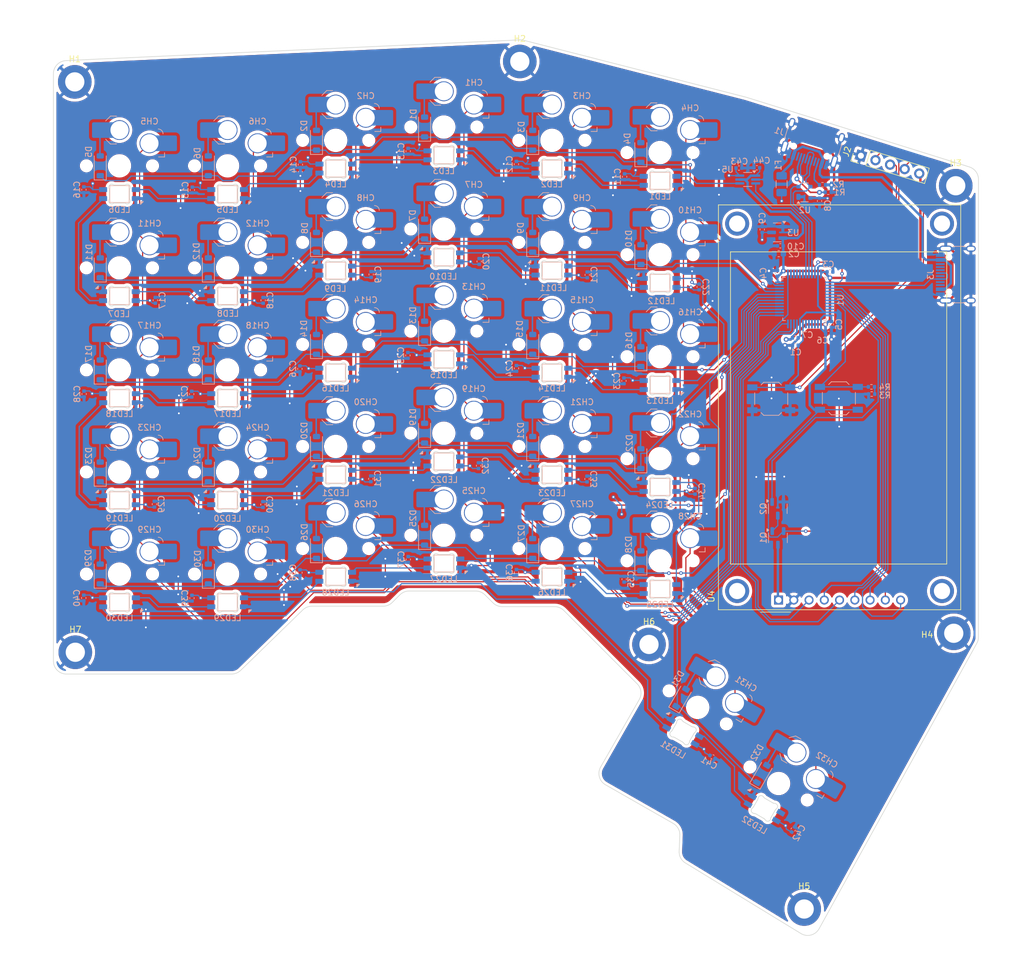
<source format=kicad_pcb>
(kicad_pcb (version 20240108) (generator "pcbnew") (generator_version "8.0")
  (layers (0 "F.Cu" signal) (31 "B.Cu" signal) (34 "B.Paste" user) (35 "F.Paste" user) (36 "B.SilkS" user "B.Silkscreen") (37 "F.SilkS" user "F.Silkscreen") (38 "B.Mask" user) (39 "F.Mask" user) (44 "Edge.Cuts" user))
  (net 0 "")
  (net 1 "BOOT0")
  (net 2 "+3V3")
  (net 3 "NRST")
  (net 4 "GND")
  (net 5 "+5V")
  (net 6 "col3")
  (net 7 "Net-(D1-A)")
  (net 8 "Net-(D2-A)")
  (net 9 "col2")
  (net 10 "col4")
  (net 11 "Net-(D3-A)")
  (net 12 "col5")
  (net 13 "Net-(D4-A)")
  (net 14 "Net-(D5-A)")
  (net 15 "col0")
  (net 16 "col1")
  (net 17 "Net-(D6-A)")
  (net 18 "Net-(D7-A)")
  (net 19 "Net-(D8-A)")
  (net 20 "Net-(D9-A)")
  (net 21 "Net-(D10-A)")
  (net 22 "Net-(D11-A)")
  (net 23 "Net-(D12-A)")
  (net 24 "Net-(D13-A)")
  (net 25 "Net-(D14-A)")
  (net 26 "Net-(D15-A)")
  (net 27 "Net-(D16-A)")
  (net 28 "Net-(D17-A)")
  (net 29 "Net-(D18-A)")
  (net 30 "Net-(D19-A)")
  (net 31 "Net-(D20-A)")
  (net 32 "Net-(D21-A)")
  (net 33 "Net-(D22-A)")
  (net 34 "Net-(D23-A)")
  (net 35 "Net-(D24-A)")
  (net 36 "Net-(D25-A)")
  (net 37 "Net-(D26-A)")
  (net 38 "Net-(D27-A)")
  (net 39 "Net-(D28-A)")
  (net 40 "Net-(D29-A)")
  (net 41 "Net-(D30-A)")
  (net 42 "Net-(D31-A)")
  (net 43 "Net-(D32-A)")
  (net 44 "row0")
  (net 45 "row1")
  (net 46 "row2")
  (net 47 "row3")
  (net 48 "row4")
  (net 49 "row5")
  (net 50 "VBUS")
  (net 51 "D-")
  (net 52 "Net-(J1-CC2)")
  (net 53 "D+")
  (net 54 "Net-(J1-CC1)")
  (net 57 "Net-(R3-Pad2)")
  (net 58 "LCD_PWR")
  (net 59 "Net-(Q1-G)")
  (net 60 "LCD_EN")
  (net 61 "/F1")
  (net 62 "/C13")
  (net 63 "/C14")
  (net 64 "/A8")
  (net 65 "/B13")
  (net 66 "LCD_SCK")
  (net 67 "/C15")
  (net 68 "LCD_DC")
  (net 70 "LCD_MISO")
  (net 71 "/F0")
  (net 72 "SplitSerial")
  (net 73 "/A9")
  (net 74 "/B15")
  (net 75 "/B14")
  (net 76 "SWCLK")
  (net 77 "SWD")
  (net 78 "LCD_MOSI")
  (net 79 "RGB5v")
  (net 80 "Net-(LED1-DOUT)")
  (net 81 "Net-(LED2-DOUT)")
  (net 82 "Net-(LED3-DOUT)")
  (net 83 "Net-(LED4-DOUT)")
  (net 84 "Net-(LED5-DOUT)")
  (net 85 "DOut1")
  (net 86 "Net-(LED7-DOUT)")
  (net 87 "Net-(LED8-DOUT)")
  (net 88 "Net-(LED10-DIN)")
  (net 89 "Net-(LED10-DOUT)")
  (net 90 "Net-(LED11-DOUT)")
  (net 91 "DOut2")
  (net 92 "Net-(LED13-DOUT)")
  (net 93 "Net-(LED14-DOUT)")
  (net 94 "Net-(LED15-DOUT)")
  (net 95 "Net-(LED16-DOUT)")
  (net 96 "Net-(LED17-DOUT)")
  (net 97 "DOut3")
  (net 98 "Net-(LED19-DOUT)")
  (net 99 "Net-(LED20-DOUT)")
  (net 100 "Net-(LED21-DOUT)")
  (net 101 "Net-(LED22-DOUT)")
  (net 102 "Net-(LED23-DOUT)")
  (net 103 "DOut4")
  (net 104 "Net-(LED25-DOUT)")
  (net 105 "Net-(LED26-DOUT)")
  (net 106 "Net-(LED27-DOUT)")
  (net 107 "Net-(LED28-DOUT)")
  (net 108 "Net-(LED29-DOUT)")
  (net 109 "DOut5")
  (net 110 "Net-(LED31-DOUT)")
  (net 112 "SDA")
  (net 113 "RGB3.3")
  (net 114 "SCL")
  (net 120 "LCD_CS")
  (net 121 "LCD_RST")
  (footprint "MountingHole:MountingHole_3.2mm_M3_DIN965_Pad" (layer "F.Cu") (at 185.49 49.23)
    (property "Reference" "H3")
    (property "Value" "MountingHole_Pad")
  )
  (footprint "MountingHole:MountingHole_3.2mm_M3_DIN965_Pad" (layer "F.Cu") (at 38.82 31.93)
    (property "Reference" "H1")
    (property "Value" "MountingHole_Pad")
  )
  (footprint "MountingHole:MountingHole_3.2mm_M3_DIN965_Pad" (layer "F.Cu") (at 134.42 125.64)
    (property "Reference" "H6")
    (property "Value" "MountingHole_Pad")
  )
  (footprint "MountingHole:MountingHole_3.2mm_M3_DIN965_Pad" (layer "F.Cu") (at 38.91 126.94)
    (property "Reference" "H7")
    (property "Value" "MountingHole_Pad")
  )
  (footprint "MountingHole:MountingHole_3.2mm_M3_DIN965_Pad" (layer "F.Cu") (at 112.91 28.53)
    (property "Reference" "H2")
    (property "Value" "MountingHole_Pad")
  )
  (footprint "Display:CR2013-MI2120" (layer "F.Cu") (at 155.990001 118.24 90)
    (property "Reference" "U4")
    (property "Value" "CR2013-MI2120")
  )
  (footprint "MountingHole:MountingHole_3.2mm_M3_DIN965_Pad" (layer "F.Cu") (at 185.16 123.78)
    (property "Reference" "H4")
    (property "Value" "MountingHole_Pad")
  )
  (footprint "Connector_PinHeader_2.54mm:PinHeader_1x05_P2.54mm_Vertical" (layer "F.Cu") (at 169.7 44.23 73)
    (property "Reference" "J2")
    (property "Value" "Conn_01x05")
  )
  (footprint "MountingHole:MountingHole_3.2mm_M3_DIN965_Pad" (layer "F.Cu") (at 160.26 169.71)
    (property "Reference" "H5")
    (property "Value" "MountingHole_Pad")
  )
  (footprint "Capacitor_SMD:C_0402_1005Metric" (layer "B.Cu") (at 130.25 81.73 -90)
    (property "Reference" "C23")
    (property "Value" "0.1uF")
  )
  (footprint "Diode_SMD:D_SOD-123" (layer "B.Cu") (at 43.06 62.90663 90)
    (property "Reference" "D11")
    (property "Value" "D")
  )
  (footprint "Capacitor_SMD:C_0402_1005Metric" (layer "B.Cu") (at 158.786577 75.816577 180)
    (property "Reference" "C1")
    (property "Value" "100nF")
  )
  (footprint "PCM_marbastlib-choc:LED_choc_6028R" (layer "B.Cu") (at 118.26 114.36)
    (property "Reference" "LED26")
    (property "Value" "choc_SK6812MINI-E")
    (fp_line (start -1.699999 -0.702843) (end -1.699999 0.702841) (stroke (width 0.1)) (layer "Edge.Cuts"))
    (fp_line (start -0.794452 1.499999) (end 0.794452 1.499999) (stroke (width 0.1)) (layer "Edge.Cuts"))
    (fp_line (start 0.794453 -1.5) (end -0.794452 -1.5) (stroke (width 0.1)) (layer "Edge.Cuts"))
    (fp_line (start 1.699999 0.702841) (end 1.699999 -0.702843) (stroke (width 0.1)) (layer "Edge.Cuts"))
    (fp_arc (start -1.749484 -0.919721) (mid -1.712527 -0.814069) (end -1.699999 -0.702843) (stroke (width 0.1)) (layer "Edge.Cuts"))
    (fp_arc (start -1.749484 -0.919721) (mid -1.638071 -1.504036) (end -1.046711 -1.5683) (stroke (width 0.1)) (layer "Edge.Cuts"))
    (fp_arc (start -1.699999 0.702842) (mid -1.712527 0.814067) (end -1.749484 0.919719) (stroke (width 0.1)) (layer "Edge.Cuts"))
    (fp_arc (start -1.046711 1.568296) (mid -1.63807 1.504033) (end -1.749484 0.919719) (stroke (width 0.1)) (layer "Edge.Cuts"))
    (fp_arc (start -1.04671 1.568298) (mid -0.925122 1.517376) (end -0.794452 1.499999) (stroke (width 0.1)) (layer "Edge.Cuts"))
    (fp_arc (start -0.794453 -1.500001) (mid -0.925123 -1.517378) (end -1.046711 -1.5683) (stroke (width 0.1)) (layer "Edge.Cuts"))
    (fp_arc (start 0.794452 1.499999) (mid 0.925123 1.517376) (end 1.046711 1.568298) (stroke (width 0.1)) (layer "Edge.Cuts"))
    (fp_arc (start 1.046711 -1.568299) (mid 0.925123 -1.517377) (end 0.794453 -1.5) (stroke (width 0.1)) (layer "Edge.Cuts"))
    (fp_arc (start 1.046711 -1.568299) (mid 1.638071 -1.504036) (end 1.749484 -0.919721) (stroke (width 0.1)) (layer "Edge.Cuts"))
    (fp_arc (start 1.699999 -0.702844) (mid 1.712537 -0.814067) (end 1.749484 -0.919721) (stroke (width 0.1)) (layer "Edge.Cuts"))
    (fp_arc (start 1.749484 0.919718) (mid 1.638073 1.504037) (end 1.046711 1.568298) (stroke (width 0.1)) (layer "Edge.Cuts"))
    (fp_arc (start 1.749484 0.919719) (mid 1.712534 0.814065) (end 1.699999 0.702841) (stroke (width 0.1)) (layer "Edge.Cuts"))
  )
  (footprint "Capacitor_SMD:C_0402_1005Metric" (layer "B.Cu") (at 164.55 63.58)
    (property "Reference" "C3")
    (property "Value" "100nF")
  )
  (footprint "Capacitor_SMD:C_0402_1005Metric" (layer "B.Cu") (at 52.08 102.27 90)
    (property "Reference" "C29")
    (property "Value" "0.1uF")
  )
  (footprint "Diode_SMD:D_SOD-123" (layer "B.Cu") (at 133.06 43.69663 90)
    (property "Reference" "D4")
    (property "Value" "D")
  )
  (footprint "Capacitor_SMD:C_0402_1005Metric" (layer "B.Cu") (at 58.39 49.94 -90)
    (property "Reference" "C15")
    (property "Value" "0.1uF")
  )
  (footprint "Package_TO_SOT_SMD:SOT-23-3" (layer "B.Cu") (at 155.885 107.8925 -90)
    (property "Reference" "Q1")
    (property "Value" "AO3401A")
  )
  (footprint "Diode_SMD:D_SOD-123" (layer "B.Cu") (at 97.06 56.44663 90)
    (property "Reference" "D7")
    (property "Value" "D")
  )
  (footprint "PCM_marbastlib-choc:SW_choc_v1_HS_CPG135001S30_1u" (layer "B.Cu") (at 100.26 107.44663)
    (property "Reference" "CH25")
    (property "Value" "choc_v1_SW_HS")
  )
  (footprint "Button_Switch_SMD:SW_SPST_TL3342" (layer "B.Cu") (at 154.77 84.72 180)
    (property "Reference" "RST1" (hide yes))
    (property "Value" "SW_SPST")
  )
  (footprint "Capacitor_SMD:C_0402_1005Metric" (layer "B.Cu") (at 112.36 113.63 -90)
    (property "Reference" "C36")
    (property "Value" "0.1uF")
  )
  (footprint "Capacitor_SMD:C_0402_1005Metric" (layer "B.Cu") (at 152.37 46.24)
    (property "Reference" "C43")
    (property "Value" "0.1uF")
  )
  (footprint "PCM_marbastlib-choc:SW_choc_v1_HS_CPG135001S30_1u" (layer "B.Cu") (at 46.26 79.90663)
    (property "Reference" "CH17")
    (property "Value" "choc_v1_SW_HS")
  )
  (footprint "PCM_marbastlib-choc:LED_choc_6028R" (layer "B.Cu") (at 140.094919 140.212981 150)
    (property "Reference" "LED31")
    (property "Value" "choc_SK6812MINI-E")
    (fp_line (start 0.794452 -1.5) (end -0.794452 -1.5) (stroke (width 0.1)) (layer "Edge.Cuts"))
    (fp_line (start 1.699999 0.702841) (end 1.699999 -0.702843) (stroke (width 0.1)) (layer "Edge.Cuts"))
    (fp_line (start -1.699999 -0.702843) (end -1.699999 0.702841) (stroke (width 0.1)) (layer "Edge.Cuts"))
    (fp_line (start -0.794452 1.499999) (end 0.794452 1.499999) (stroke (width 0.1)) (layer "Edge.Cuts"))
    (fp_arc (start 1.699999 -0.702844) (mid 1.712537 -0.814068) (end 1.749484 -0.919721) (stroke (width 0.1)) (layer "Edge.Cuts"))
    (fp_arc (start 1.046711 -1.568299) (mid 1.638071 -1.504036) (end 1.749484 -0.919721) (stroke (width 0.1)) (layer "Edge.Cuts"))
    (fp_arc (start 1.046711 -1.568299) (mid 0.925123 -1.517376) (end 0.794452 -1.5) (stroke (width 0.1)) (layer "Edge.Cuts"))
    (fp_arc (start 1.749484 0.919718) (mid 1.638073 1.504037) (end 1.046711 1.568298) (stroke (width 0.1)) (layer "Edge.Cuts"))
    (fp_arc (start 1.749484 0.919719) (mid 1.712517 0.81407) (end 1.699999 0.702841) (stroke (width 0.1)) (layer "Edge.Cuts"))
    (fp_arc (start -0.794453 -1.500001) (mid -0.925123 -1.517378) (end -1.046711 -1.5683) (stroke (width 0.1)) (layer "Edge.Cuts"))
    (fp_arc (start 0.794452 1.499999) (mid 0.925122 1.517375) (end 1.046711 1.568298) (stroke (width 0.1)) (layer "Edge.Cuts"))
    (fp_arc (start -1.749484 -0.919721) (mid -1.63807 -1.504035) (end -1.046711 -1.5683) (stroke (width 0.1)) (layer "Edge.Cuts"))
    (fp_arc (start -1.749484 -0.919721) (mid -1.712527 -0.814069) (end -1.699999 -0.702843) (stroke (width 0.1)) (layer "Edge.Cuts"))
    (fp_arc (start -1.04671 1.568298) (mid -0.925122 1.517376) (end -0.794452 1.499999) (stroke (width 0.1)) (layer "Edge.Cuts"))
    (fp_arc (start -1.046711 1.568296) (mid -1.638069 1.504033) (end -1.749484 0.919719) (stroke (width 0.1)) (layer "Edge.Cuts"))
    (fp_arc (start -1.699998 0.702842) (mid -1.712526 0.814067) (end -1.749484 0.919719) (stroke (width 0.1)) (layer "Edge.Cuts"))
  )
  (footprint "PCM_marbastlib-choc:SW_choc_v1_HS_CPG135001S30_1u" (layer "B.Cu") (at 118.26 41.65663)
    (property "Reference" "CH3")
    (property "Value" "choc_v1_SW_HS")
  )
  (footprint "Capacitor_SMD:C_0402_1005Metric" (layer "B.Cu") (at 162.81 51.7725 -90)
    (property "Reference" "C8")
    (property "Value" "100nF")
  )
  (footprint "Capacitor_SMD:C_0402_1005Metric" (layer "B.Cu") (at 142.09 100.12 90)
    (property "Reference" "C34")
    (property "Value" "0.1uF")
  )
  (footprint "PCM_marbastlib-choc:SW_choc_v1_HS_CPG135001S30_1.75u" (layer "B.Cu") (at 155.999415 148.80119 -30)
    (property "Reference" "CH32")
    (property "Value" "choc_v1_SW_HS")
  )
  (footprint "PCM_marbastlib-choc:SW_choc_v1_HS_CPG135001S30_1u" (layer "B.Cu") (at 100.26 56.44663)
    (property "Reference" "CH7")
    (property "Value" "choc_v1_SW_HS")
  )
  (footprint "Capacitor_SMD:C_0402_1005Metric" (layer "B.Cu") (at 164.3 73.83)
    (property "Reference" "C6")
    (property "Value" "100nF")
  )
  (footprint "PCM_marbastlib-choc:SW_choc_v1_HS_CPG135001S30_1u" (layer "B.Cu") (at 64.26 96.90663)
    (property "Reference" "CH24")
    (property "Value" "choc_v1_SW_HS")
  )
  (footprint "Diode_SMD:D_SOD-123" (layer "B.Cu") (at 153.228134 147.201191 60)
    (property "Reference" "D32")
    (property "Value" "D")
  )
  (footprint "PCM_marbastlib-choc:LED_choc_6028R" (layer "B.Cu") (at 82.265 97.37 180)
    (property "Reference" "LED21")
    (property "Value" "choc_SK6812MINI-E")
    (fp_line (start 1.699999 0.702841) (end 1.699999 -0.702843) (stroke (width 0.1)) (layer "Edge.Cuts"))
    (fp_line (start 0.794453 -1.5) (end -0.794452 -1.5) (stroke (width 0.1)) (layer "Edge.Cuts"))
    (fp_line (start -0.794452 1.499999) (end 0.794452 1.499999) (stroke (width 0.1)) (layer "Edge.Cuts"))
    (fp_line (start -1.699999 -0.702843) (end -1.699999 0.702841) (stroke (width 0.1)) (layer "Edge.Cuts"))
    (fp_arc (start 1.749484 0.919719) (mid 1.712534 0.814065) (end 1.699999 0.702841) (stroke (width 0.1)) (layer "Edge.Cuts"))
    (fp_arc (start 1.749484 0.919718) (mid 1.638073 1.504037) (end 1.046711 1.568298) (stroke (width 0.1)) (layer "Edge.Cuts"))
    (fp_arc (start 1.699999 -0.702844) (mid 1.712537 -0.814067) (end 1.749484 -0.919721) (stroke (width 0.1)) (layer "Edge.Cuts"))
    (fp_arc (start 1.046711 -1.568299) (mid 1.638071 -1.504036) (end 1.749484 -0.919721) (stroke (width 0.1)) (layer "Edge.Cuts"))
    (fp_arc (start 1.046711 -1.568299) (mid 0.925123 -1.517377) (end 0.794453 -1.5) (stroke (width 0.1)) (layer "Edge.Cuts"))
    (fp_arc (start 0.794452 1.499999) (mid 0.925123 1.517376) (end 1.046711 1.568298) (stroke (width 0.1)) (layer "Edge.Cuts"))
    (fp_arc (start -0.794453 -1.500001) (mid -0.925123 -1.517378) (end -1.046711 -1.5683) (stroke (width 0.1)) (layer "Edge.Cuts"))
    (fp_arc (start -1.04671 1.568298) (mid -0.925122 1.517376) (end -0.794452 1.499999) (stroke (width 0.1)) (layer "Edge.Cuts"))
    (fp_arc (start -1.046711 1.568296) (mid -1.63807 1.504033) (end -1.749484 0.919719) (stroke (width 0.1)) (layer "Edge.Cuts"))
    (fp_arc (start -1.699999 0.702842) (mid -1.712527 0.814067) (end -1.749484 0.919719) (stroke (width 0.1)) (layer "Edge.Cuts"))
    (fp_arc (start -1.749484 -0.919721) (mid -1.638071 -1.504036) (end -1.046711 -1.5683) (stroke (width 0.1)) (layer "Edge.Cuts"))
    (fp_arc (start -1.749484 -0.919721) (mid -1.712527 -0.814069) (end -1.699999 -0.702843) (stroke (width 0.1)) (layer "Edge.Cuts"))
  )
  (footprint "PCM_marbastlib-choc:SW_choc_v1_HS_CPG135001S30_1u" (layer "B.Cu") (at 82.26 92.65663)
    (property "Reference" "CH20")
    (property "Value" "choc_v1_SW_HS")
  )
  (footprint "Resistor_SMD:R_0402_1005Metric" (layer "B.Cu") (at 163.3 49.08)
    (property "Reference" "R2")
    (property "Value" "5.1k")
  )
  (footprint "PCM_marbastlib-choc:SW_choc_v1_HS_CPG135001S30_1u" (layer "B.Cu") (at 136.26 43.69663)
    (property "Reference" "CH4")
    (property "Value" "choc_v1_SW_HS")
  )
  (footprint "Diode_SMD:D_SOD-123" (layer "B.Cu") (at 139.764676 134.520583 60)
    (property "Reference" "D31")
    (property "Value" "D")
  )
  (footprint "Diode_SMD:D_SOD-123" (layer "B.Cu") (at 43.06 45.90663 90)
    (property "Reference" "D5")
    (property "Value" "D")
  )
  (footprint "Diode_SMD:D_SOD-123" (layer "B.Cu") (at 61.06 113.90663 90)
    (property "Reference" "D30")
    (property "Value" "D")
  )
  (footprint "Capacitor_SMD:C_0402_1005Metric" (layer "B.Cu") (at 70.18 68.32 90)
    (property "Reference" "C18")
    (property "Value" "0.1uF")
  )
  (footprint "Capacitor_SMD:C_0402_1005Metric" (layer "B.Cu") (at 112.36 79.65 -90)
    (property "Reference" "C24")
    (property "Value" "0.1uF")
  )
  (footprint "Diode_SMD:D_SOD-123" (layer "B.Cu") (at 115.06 109.65663 90)
    (property "Reference" "D27")
    (property "Value" "D")
  )
  (footprint "Button_Switch_SMD:SW_SPST_TL3342" (layer "B.Cu") (at 166.03 84.64)
    (property "Reference" "BOOT1" (hide yes))
    (property "Value" "SW_SPST")
  )
  (footprint "Diode_SMD:D_SOD-123" (layer "B.Cu") (at 133.06 94.69663 90)
    (property "Reference" "D22")
    (property "Value" "D")
  )
  (footprint "PCM_marbastlib-choc:SW_choc_v1_HS_CPG135001S30_1u" (layer "B.Cu") (at 118.26 109.65663)
    (property "Reference" "CH27")
    (property "Value" "choc_v1_SW_HS")
  )
  (footprint "PCM_marbastlib-choc:SW_choc_v1_HS_CPG135001S30_1u" (layer "B.Cu") (at 82.26 75.65663)
    (property "Reference" "CH14")
    (property "Value" "choc_v1_SW_HS")
  )
  (footprint "PCM_marbastlib-choc:LED_choc_6028R" (layer "B.Cu") (at 136.25 116.41)
    (property "Reference" "LED25")
    (property "Value" "choc_SK6812MINI-E")
    (fp_line (start -1.699999 -0.702843) (end -1.699999 0.702841) (stroke (width 0.1)) (layer "Edge.Cuts"))
    (fp_line (start -0.794452 1.499999) (end 0.794452 1.499999) (stroke (width 0.1)) (layer "Edge.Cuts"))
    (fp_line (start 0.794453 -1.5) (end -0.794452 -1.5) (stroke (width 0.1)) (layer "Edge.Cuts"))
    (fp_line (start 1.699999 0.702841) (end 1.699999 -0.702843) (stroke (width 0.1)) (layer "Edge.Cuts"))
    (fp_arc (start -1.749484 -0.919721) (mid -1.712527 -0.814069) (end -1.699999 -0.702843) (stroke (width 0.1)) (layer "Edge.Cuts"))
    (fp_arc (start -1.749484 -0.919721) (mid -1.638071 -1.504036) (end -1.046711 -1.5683) (stroke (width 0.1)) (layer "Edge.Cuts"))
    (fp_arc (start -1.699999 0.702842) (mid -1.712527 0.814067) (end -1.749484 0.919719) (stroke (width 0.1)) (layer "Edge.Cuts"))
    (fp_arc (start -1.046711 1.568296) (mid -1.63807 1.504033) (end -1.749484 0.919719) (stroke (width 0.1)) (layer "Edge.Cuts"))
    (fp_arc (start -1.04671 1.568298) (mid -0.925122 1.517376) (end -0.794452 1.499999) (stroke (width 0.1)) (layer "Edge.Cuts"))
    (fp_arc (start -0.794453 -1.500001) (mid -0.925123 -1.517378) (end -1.046711 -1.5683) (stroke (width 0.1)) (layer "Edge.Cuts"))
    (fp_arc (start 0.794452 1.499999) (mid 0.925123 1.517376) (end 1.046711 1.568298) (stroke (width 0.1)) (layer "Edge.Cuts"))
    (fp_arc (start 1.046711 -1.568299) (mid 0.925123 -1.517377) (end 0.794453 -1.5) (stroke (width 0.1)) (layer "Edge.Cuts"))
    (fp_arc (start 1.046711 -1.568299) (mid 1.638071 -1.504036) (end 1.749484 -0.919721) (stroke (width 0.1)) (layer "Edge.Cuts"))
    (fp_arc (start 1.699999 -0.702844) (mid 1.712537 -0.814067) (end 1.749484 -0.919721) (stroke (width 0.1)) (layer "Edge.Cuts"))
    (fp_arc (start 1.749484 0.919718) (mid 1.638073 1.504037) (end 1.046711 1.568298) (stroke (width 0.1)) (layer "Edge.Cuts"))
    (fp_arc (start 1.749484 0.919719) (mid 1.712534 0.814065) (end 1.699999 0.702841) (stroke (width 0.1)) (layer "Edge.Cuts"))
  )
  (footprint "Capacitor_SMD:C_0402_1005Metric" (layer "B.Cu") (at 156.285 59.24 180)
    (property "Reference" "C10")
    (property "Value" "1uF")
  )
  (footprint "Capacitor_SMD:C_0402_1005Metric" (layer "B.Cu") (at 76.31 113.68 -90)
    (property "Reference" "C38")
    (property "Value" "0.1uF")
  )
  (footprint "Diode_SMD:D_SOD-123" (layer "B.Cu") (at 43.06 79.90663 90)
    (property "Reference" "D17")
    (property "Value" "D")
  )
  (footprint "PCM_marbastlib-choc:SW_choc_v1_HS_CPG135001S30_1u" (layer "B.Cu") (at 46.26 62.90663)
    (property "Reference" "CH11")
    (property "Value" "choc_v1_SW_HS")
  )
  (footprint "Diode_SMD:D_SOD-123" (layer "B.Cu") (at 43.06 96.90663 90)
    (property "Reference" "D23")
    (property "Value" "D")
  )
  (footprint "Capacitor_SMD:C_0402_1005Metric" (layer "B.Cu") (at 58.33 117.93 -90)
    (property "Reference" "C39")
    (property "Value" "0.1uF")
  )
  (footprint "Diode_SMD:D_SOD-123" (layer "B.Cu") (at 61.06 96.90663 90)
    (property "Reference" "D24")
    (property "Value" "D")
  )
  (footprint "PCM_marbastlib-choc:SW_choc_v1_HS_CPG135001S30_1u" (layer "B.Cu") (at 46.26 113.90663)
    (property "Reference" "CH29")
    (property "Value" "choc_v1_SW_HS")
  )
  (footprint "PCM_marbastlib-choc:SW_choc_v1_HS_CPG135001S30_1u" (layer "B.Cu") (at 136.26 111.69663)
    (property "Reference" "CH28")
    (property "Value" "choc_v1_SW_HS")
  )
  (footprint "Capacitor_SMD:C_0402_1005Metric" (layer "B.Cu") (at 149.39 46.28)
    (property "Reference" "C44")
    (property "Value" "0.1uF")
  )
  (footprint "Diode_SMD:D_SOD-123" (layer "B.Cu") (at 115.06 92.65663 90)
    (property "Reference" "D21")
    (property "Value" "D")
  )
  (footprint "Fuse:Fuse_1206_3216Metric" (layer "B.Cu") (at 156.5 48.97 -90)
    (property "Reference" "F1")
    (property "Value" "500mA")
  )
  (footprint "PCM_marbastlib-choc:LED_choc_6028R" (layer "B.Cu") (at 100.25 95.16 180)
    (property "Reference" "LED22")
    (property "Value" "choc_SK6812MINI-E")
    (fp_line (start 1.699999 0.702841) (end 1.699999 -0.702843) (stroke (width 0.1)) (layer "Edge.Cuts"))
    (fp_line (start 0.794453 -1.5) (end -0.794452 -1.5) (stroke (width 0.1)) (layer "Edge.Cuts"))
    (fp_line (start -0.794452 1.499999) (end 0.794452 1.499999) (stroke (width 0.1)) (layer "Edge.Cuts"))
    (fp_line (start -1.699999 -0.702843) (end -1.699999 0.702841) (stroke (width 0.1)) (layer "Edge.Cuts"))
    (fp_arc (start 1.749484 0.919719) (mid 1.712534 0.814065) (end 1.699999 0.702841) (stroke (width 0.1)) (layer "Edge.Cuts"))
    (fp_arc (start 1.749484 0.919718) (mid 1.638073 1.504037) (end 1.046711 1.568298) (stroke (width 0.1)) (layer "Edge.Cuts"))
    (fp_arc (start 1.699999 -0.702844) (mid 1.712537 -0.814067) (end 1.749484 -0.919721) (stroke (width 0.1)) (layer "Edge.Cuts"))
    (fp_arc (start 1.046711 -1.568299) (mid 1.638071 -1.504036) (end 1.749484 -0.919721) (stroke (width 0.1)) (layer "Edge.Cuts"))
    (fp_arc (start 1.046711 -1.568299) (mid 0.925123 -1.517377) (end 0.794453 -1.5) (stroke (width 0.1)) (layer "Edge.Cuts"))
    (fp_arc (start 0.794452 1.499999) (mid 0.925123 1.517376) (end 1.046711 1.568298) (stroke (width 0.1)) (layer "Edge.Cuts"))
    (fp_arc (start -0.794453 -1.500001) (mid -0.925123 -1.517378) (end -1.046711 -1.5683) (stroke (width 0.1)) (layer "Edge.Cuts"))
    (fp_arc (start -1.04671 1.568298) (mid -0.925122 1.517376) (end -0.794452 1.499999) (stroke (width 0.1)) (layer "Edge.Cuts"))
    (fp_arc (start -1.046711 1.568296) (mid -1.63807 1.504033) (end -1.749484 0.919719) (stroke (width 0.1)) (layer "Edge.Cuts"))
    (fp_arc (start -1.699999 0.702842) (mid -1.712527 0.814067) (end -1.749484 0.919719) (stroke (width 0.1)) (layer "Edge.Cuts"))
    (fp_arc (start -1.749484 -0.919721) (mid -1.638071 -1.504036) (end -1.046711 -1.5683) (stroke (width 0.1)) (layer "Edge.Cuts"))
    (fp_arc (start -1.749484 -0.919721) (mid -1.712527 -0.814069) (end -1.699999 -0.702843) (stroke (width 0.1)) (layer "Edge.Cuts"))
  )
  (footprint "Capacitor_SMD:C_0402_1005Metric" (layer "B.Cu") (at 164.8 72.33 -90)
    (property "Reference" "C5")
    (property "Value" "100nF")
  )
  (footprint "PCM_marbastlib-choc:LED_choc_6028R" (layer "B.Cu") (at 64.255 101.61 180)
    (property "Reference" "LED20")
    (property "Value" "choc_SK6812MINI-E")
    (fp_line (start 1.699999 0.702841) (end 1.699999 -0.702843) (stroke (width 0.1)) (layer "Edge.Cuts"))
    (fp_line (start 0.794453 -1.5) (end -0.794452 -1.5) (stroke (width 0.1)) (layer "Edge.Cuts"))
    (fp_line (start -0.794452 1.499999) (end 0.794452 1.499999) (stroke (width 0.1)) (layer "Edge.Cuts"))
    (fp_line (start -1.699999 -0.702843) (end -1.699999 0.702841) (stroke (width 0.1)) (layer "Edge.Cuts"))
    (fp_arc (start 1.749484 0.919719) (mid 1.712534 0.814065) (end 1.699999 0.702841) (stroke (width 0.1)) (layer "Edge.Cuts"))
    (fp_arc (start 1.749484 0.919718) (mid 1.638073 1.504037) (end 1.046711 1.568298) (stroke (width 0.1)) (layer "Edge.Cuts"))
    (fp_arc (start 1.699999 -0.702844) (mid 1.712537 -0.814067) (end 1.749484 -0.919721) (stroke (width 0.1)) (layer "Edge.Cuts"))
    (fp_arc (start 1.046711 -1.568299) (mid 1.638071 -1.504036) (end 1.749484 -0.919721) (stroke (width 0.1)) (layer "Edge.Cuts"))
    (fp_arc (start 1.046711 -1.568299) (mid 0.925123 -1.517377) (end 0.794453 -1.5) (stroke (width 0.1)) (layer "Edge.Cuts"))
    (fp_arc (start 0.794452 1.499999) (mid 0.925123 1.517376) (end 1.046711 1.568298) (stroke (width 0.1)) (layer "Edge.Cuts"))
    (fp_arc (start -0.794453 -1.500001) (mid -0.925123 -1.517378) (end -1.046711 -1.5683) (stroke (width 0.1)) (layer "Edge.Cuts"))
    (fp_arc (start -1.04671 1.568298) (mid -0.925122 1.517376) (end -0.794452 1.499999) (stroke (width 0.1)) (layer "Edge.Cuts"))
    (fp_arc (start -1.046711 1.568296) (mid -1.63807 1.504033) (end -1.749484 0.919719) (stroke (width 0.1)) (layer "Edge.Cuts"))
    (fp_arc (start -1.699999 0.702842) (mid -1.712527 0.814067) (end -1.749484 0.919719) (stroke (width 0.1)) (layer "Edge.Cuts"))
    (fp_arc (start -1.749484 -0.919721) (mid -1.638071 -1.504036) (end -1.046711 -1.5683) (stroke (width 0.1)) (layer "Edge.Cuts"))
    (fp_arc (start -1.749484 -0.919721) (mid -1.712527 -0.814069) (end -1.699999 -0.702843) (stroke (width 0.1)) (layer "Edge.Cuts"))
  )
  (footprint "PCM_marbastlib-choc:LED_choc_6028R" (layer "B.Cu") (at 82.255 114.37)
    (property "Reference" "LED28")
    (property "Value" "choc_SK6812MINI-E")
    (fp_line (start -1.699999 -0.702843) (end -1.699999 0.702841) (stroke (width 0.1)) (layer "Edge.Cuts"))
    (fp_line (start -0.794452 1.499999) (end 0.794452 1.499999) (stroke (width 0.1)) (layer "Edge.Cuts"))
    (fp_line (start 0.794453 -1.5) (end -0.794452 -1.5) (stroke (width 0.1)) (layer "Edge.Cuts"))
    (fp_line (start 1.699999 0.702841) (end 1.699999 -0.702843) (stroke (width 0.1)) (layer "Edge.Cuts"))
    (fp_arc (start -1.749484 -0.919721) (mid -1.712527 -0.814069) (end -1.699999 -0.702843) (stroke (width 0.1)) (layer "Edge.Cuts"))
    (fp_arc (start -1.749484 -0.919721) (mid -1.638071 -1.504036) (end -1.046711 -1.5683) (stroke (width 0.1)) (layer "Edge.Cuts"))
    (fp_arc (start -1.699999 0.702842) (mid -1.712527 0.814067) (end -1.749484 0.919719) (stroke (width 0.1)) (layer "Edge.Cuts"))
    (fp_arc (start -1.046711 1.568296) (mid -1.63807 1.504033) (end -1.749484 0.919719) (stroke (width 0.1)) (layer "Edge.Cuts"))
    (fp_arc (start -1.04671 1.568298) (mid -0.925122 1.517376) (end -0.794452 1.499999) (stroke (width 0.1)) (layer "Edge.Cuts"))
    (fp_arc (start -0.794453 -1.500001) (mid -0.925123 -1.517378) (end -1.046711 -1.5683) (stroke (width 0.1)) (layer "Edge.Cuts"))
    (fp_arc (start 0.794452 1.499999) (mid 0.925123 1.517376) (end 1.046711 1.568298) (stroke (width 0.1)) (layer "Edge.Cuts"))
    (fp_arc (start 1.046711 -1.568299) (mid 0.925123 -1.517377) (end 0.794453 -1.5) (stroke (width 0.1)) (layer "Edge.Cuts"))
    (fp_arc (start 1.046711 -1.568299) (mid 1.638071 -1.504036) (end 1.749484 -0.919721) (stroke (width 0.1)) (layer "Edge.Cuts"))
    (fp_arc (start 1.699999 -0.702844) (mid 1.712537 -0.814067) (end 1.749484 -0.919721) (stroke (width 0.1)) (layer "Edge.Cuts"))
    (fp_arc (start 1.749484 0.919718) (mid 1.638073 1.504037) (end 1.046711 1.568298) (stroke (width 0.1)) (layer "Edge.Cuts"))
    (fp_arc (start 1.749484 0.919719) (mid 1.712534 0.814065) (end 1.699999 0.702841) (stroke (width 0.1)) (layer "Edge.Cuts"))
  )
  (footprint "PCM_marbastlib-choc:SW_choc_v1_HS_CPG135001S30_1u" (layer "B.Cu") (at 118.26 92.65663)
    (property "Reference" "CH21")
    (property "Value" "choc_v1_SW_HS")
  )
  (footprint "Diode_SMD:D_SOD-123" (layer "B.Cu") (at 79.06 58.65663 90)
    (property "Reference" "D8")
    (property "Value" "D")
  )
  (footprint "PCM_marbastlib-choc:LED_choc_6028R" (layer "B.Cu") (at 64.26 67.62 180)
    (property "Reference" "LED8")
    (property "Value" "choc_SK6812MINI-E")
    (fp_line (start 1.699999 0.702841) (end 1.699999 -0.702843) (stroke (width 0.1)) (layer "Edge.Cuts"))
    (fp_line (start 0.794453 -1.5) (end -0.794452 -1.5) (stroke (width 0.1)) (layer "Edge.Cuts"))
    (fp_line (start -0.794452 1.499999) (end 0.794452 1.499999) (stroke (width 0.1)) (layer "Edge.Cuts"))
    (fp_line (start -1.699999 -0.702843) (end -1.699999 0.702841) (stroke (width 0.1)) (layer "Edge.Cuts"))
    (fp_arc (start 1.749484 0.919719) (mid 1.712534 0.814065) (end 1.699999 0.702841) (stroke (width 0.1)) (layer "Edge.Cuts"))
    (fp_arc (start 1.749484 0.919718) (mid 1.638073 1.504037) (end 1.046711 1.568298) (stroke (width 0.1)) (layer "Edge.Cuts"))
    (fp_arc (start 1.699999 -0.702844) (mid 1.712537 -0.814067) (end 1.749484 -0.919721) (stroke (width 0.1)) (layer "Edge.Cuts"))
    (fp_arc (start 1.046711 -1.568299) (mid 1.638071 -1.504036) (end 1.749484 -0.919721) (stroke (width 0.1)) (layer "Edge.Cuts"))
    (fp_arc (start 1.046711 -1.568299) (mid 0.925123 -1.517377) (end 0.794453 -1.5) (stroke (width 0.1)) (layer "Edge.Cuts"))
    (fp_arc (start 0.794452 1.499999) (mid 0.925123 1.517376) (end 1.046711 1.568298) (stroke (width 0.1)) (layer "Edge.Cuts"))
    (fp_arc (start -0.794453 -1.500001) (mid -0.925123 -1.517378) (end -1.046711 -1.5683) (stroke (width 0.1)) (layer "Edge.Cuts"))
    (fp_arc (start -1.04671 1.568298) (mid -0.925122 1.517376) (end -0.794452 1.499999) (stroke (width 0.1)) (layer "Edge.Cuts"))
    (fp_arc (start -1.046711 1.568296) (mid -1.63807 1.504033) (end -1.749484 0.919719) (stroke (width 0.1)) (layer "Edge.Cuts"))
    (fp_arc (start -1.699999 0.702842) (mid -1.712527 0.814067) (end -1.749484 0.919719) (stroke (width 0.1)) (layer "Edge.Cuts"))
    (fp_arc (start -1.749484 -0.919721) (mid -1.638071 -1.504036) (end -1.046711 -1.5683) (stroke (width 0.1)) (layer "Edge.Cuts"))
    (fp_arc (start -1.749484 -0.919721) (mid -1.712527 -0.814069) (end -1.699999 -0.702843) (stroke (width 0.1)) (layer "Edge.Cuts"))
  )
  (footprint "PCM_marbastlib-choc:LED_choc_6028R" (layer "B.Cu") (at 82.25 80.37)
    (property "Reference" "LED16")
    (property "Value" "choc_SK6812MINI-E")
    (fp_line (start -1.699999 -0.702843) (end -1.699999 0.702841) (stroke (width 0.1)) (layer "Edge.Cuts"))
    (fp_line (start -0.794452 1.499999) (end 0.794452 1.499999) (stroke (width 0.1)) (layer "Edge.Cuts"))
    (fp_line (start 0.794453 -1.5) (end -0.794452 -1.5) (stroke (width 0.1)) (layer "Edge.Cuts"))
    (fp_line (start 1.699999 0.702841) (end 1.699999 -0.702843) (stroke (width 0.1)) (layer "Edge.Cuts"))
    (fp_arc (start -1.749484 -0.919721) (mid -1.712527 -0.814069) (end -1.699999 -0.702843) (stroke (width 0.1)) (layer "Edge.Cuts"))
    (fp_arc (start -1.749484 -0.919721) (mid -1.638071 -1.504036) (end -1.046711 -1.5683) (stroke (width 0.1)) (layer "Edge.Cuts"))
    (fp_arc (start -1.699999 0.702842) (mid -1.712527 0.814067) (end -1.749484 0.919719) (stroke (width 0.1)) (layer "Edge.Cuts"))
    (fp_arc (start -1.046711 1.568296) (mid -1.63807 1.504033) (end -1.749484 0.919719) (stroke (width 0.1)) (layer "Edge.Cuts"))
    (fp_arc (start -1.04671 1.568298) (mid -0.925122 1.517376) (end -0.794452 1.499999) (stroke (width 0.1)) (layer "Edge.Cuts"))
    (fp_arc (start -0.794453 -1.500001) (mid -0.925123 -1.517378) (end -1.046711 -1.5683) (stroke (width 0.1)) (layer "Edge.Cuts"))
    (fp_arc (start 0.794452 1.499999) (mid 0.925123 1.517376) (end 1.046711 1.568298) (stroke (width 0.1)) (layer "Edge.Cuts"))
    (fp_arc (start 1.046711 -1.568299) (mid 0.925123 -1.517377) (end 0.794453 -1.5) (stroke (width 0.1)) (layer "Edge.Cuts"))
    (fp_arc (start 1.046711 -1.568299) (mid 1.638071 -1.504036) (end 1.749484 -0.919721) (stroke (width 0.1)) (layer "Edge.Cuts"))
    (fp_arc (start 1.699999 -0.702844) (mid 1.712537 -0.814067) (end 1.749484 -0.919721) (stroke (width 0.1)) (layer "Edge.Cuts"))
    (fp_arc (start 1.749484 0.919718) (mid 1.638073 1.504037) (end 1.046711 1.568298) (stroke (width 0.1)) (layer "Edge.Cuts"))
    (fp_arc (start 1.749484 0.919719) (mid 1.712534 0.814065) (end 1.699999 0.702841) (stroke (width 0.1)) (layer "Edge.Cuts"))
  )
  (footprint "PCM_marbastlib-choc:SW_choc_v1_HS_CPG135001S30_1u" (layer "B.Cu") (at 136.26 77.69663)
    (property "Reference" "CH16")
    (property "Value" "choc_v1_SW_HS")
  )
  (footprint "PCM_marbastlib-choc:SW_choc_v1_HS_CPG135001S30_1u" (layer "B.Cu") (at 100.26 90.44663)
    (property "Reference" "CH19")
    (property "Value" "choc_v1_SW_HS")
  )
  (footprint "Capacitor_SMD:C_0402_1005Metric" (layer "B.Cu") (at 76.38 45.71 -90)
    (property "Reference" "C14")
    (property "Value" "0.1uF")
  )
  (footprint "PCM_marbastlib-choc:SW_choc_v1_HS_CPG135001S30_1u" (layer "B.Cu") (at 46.26 96.90663)
    (property "Reference" "CH23")
    (property "Value" "choc_v1_SW_HS")
  )
  (footprint "Capacitor_SMD:C_0402_1005Metric" (layer "B.Cu") (at 145 144.37 -30)
    (property "Reference" "C41")
    (property "Value" "0.1uF")
  )
  (footprint "PCM_marbastlib-choc:LED_choc_6028R" (layer "B.Cu") (at 153.635163 152.95193 150)
    (property "Reference" "LED32")
    (property "Value" "choc_SK6812MINI-E")
    (fp_line (start 0.794452 -1.5) (end -0.794452 -1.5) (stroke (width 0.1)) (layer "Edge.Cuts"))
    (fp_line (start 1.699999 0.702841) (end 1.699999 -0.702843) (stroke (width 0.1)) (layer "Edge.Cuts"))
    (fp_line (start -1.699999 -0.702843) (end -1.699999 0.702841) (stroke (width 0.1)) (layer "Edge.Cuts"))
    (fp_line (start -0.794452 1.499999) (end 0.794452 1.499999) (stroke (width 0.1)) (layer "Edge.Cuts"))
    (fp_arc (start 1.699999 -0.702844) (mid 1.712537 -0.814068) (end 1.749484 -0.919721) (stroke (width 0.1)) (layer "Edge.Cuts"))
    (fp_arc (start 1.046711 -1.568299) (mid 1.638071 -1.504036) (end 1.749484 -0.919721) (stroke (width 0.1)) (layer "Edge.Cuts"))
    (fp_arc (start 1.046711 -1.568299) (mid 0.925123 -1.517376) (end 0.794452 -1.5) (stroke (width 0.1)) (layer "Edge.Cuts"))
    (fp_arc (start 1.749484 0.919718) (mid 1.638073 1.504037) (end 1.046711 1.568298) (stroke (width 0.1)) (layer "Edge.Cuts"))
    (fp_arc (start 1.749484 0.919719) (mid 1.712517 0.81407) (end 1.699999 0.702841) (stroke (width 0.1)) (layer "Edge.Cuts"))
    (fp_arc (start -0.794453 -1.500001) (mid -0.925123 -1.517378) (end -1.046711 -1.5683) (stroke (width 0.1)) (layer "Edge.Cuts"))
    (fp_arc (start 0.794452 1.499999) (mid 0.925122 1.517375) (end 1.046711 1.568298) (stroke (width 0.1)) (layer "Edge.Cuts"))
    (fp_arc (start -1.749484 -0.919721) (mid -1.63807 -1.504035) (end -1.046711 -1.5683) (stroke (width 0.1)) (layer "Edge.Cuts"))
    (fp_arc (start -1.749484 -0.919721) (mid -1.712527 -0.814069) (end -1.699999 -0.702843) (stroke (width 0.1)) (layer "Edge.Cuts"))
    (fp_arc (start -1.04671 1.568298) (mid -0.925122 1.517376) (end -0.794452 1.499999) (stroke (width 0.1)) (layer "Edge.Cuts"))
    (fp_arc (start -1.046711 1.568296) (mid -1.638069 1.504033) (end -1.749484 0.919719) (stroke (width 0.1)) (layer "Edge.Cuts"))
    (fp_arc (start -1.699998 0.702842) (mid -1.712526 0.814067) (end -1.749484 0.919719) (stroke (width 0.1)) (layer "Edge.Cuts"))
  )
  (footprint "PCM_marbastlib-choc:SW_choc_v1_HS_CPG135001S30_1u" (layer "B.Cu") (at 64.26 79.90663)
    (property "Reference" "CH18")
    (property "Value" "choc_v1_SW_HS")
  )
  (footprint "Capacitor_SMD:C_0402_1005Metric" (layer "B.Cu") (at 124.1 98.08 90)
    (property "Reference" "C33")
    (property "Value" "0.1uF")
  )
  (footprint "PCM_marbastlib-choc:LED_choc_6028R" (layer "B.Cu") (at 100.27 112.15)
    (property "Reference" "LED27")
    (property "Value" "choc_SK6812MINI-E")
    (fp_line (start -1.699999 -0.702843) (end -1.699999 0.702841) (stroke (width 0.1)) (layer "Edge.Cuts"))
    (fp_line (start -0.794452 1.499999) (end 0.794452 1.499999) (stroke (width 0.1)) (layer "Edge.Cuts"))
    (fp_line (start 0.794453 -1.5) (end -0.794452 -1.5) (stroke (width 0.1)) (layer "Edge.Cuts"))
    (fp_line (start 1.699999 0.702841) (end 1.699999 -0.702843) (stroke (width 0.1)) (layer "Edge.Cuts"))
    (fp_arc (start -1.749484 -0.919721) (mid -1.712527 -0.814069) (end -1.699999 -0.702843) (stroke (width 0.1)) (layer "Edge.Cuts"))
    (fp_arc (start -1.749484 -0.919721) (mid -1.638071 -1.504036) (end -1.046711 -1.5683) (stroke (width 0.1)) (layer "Edge.Cuts"))
    (fp_arc (start -1.699999 0.702842) (mid -1.712527 0.814067) (end -1.749484 0.919719) (stroke (width 0.1)) (layer "Edge.Cuts"))
    (fp_arc (start -1.046711 1.568296) (mid -1.63807 1.504033) (end -1.749484 0.919719) (stroke (width 0.1)) (layer "Edge.Cuts"))
    (fp_arc (start -1.04671 1.568298) (mid -0.925122 1.517376) (end -0.794452 1.499999) (stroke (width 0.1)) (layer "Edge.Cuts"))
    (fp_arc (start -0.794453 -1.500001) (mid -0.925123 -1.517378) (end -1.046711 -1.5683) (stroke (width 0.1)) (layer "Edge.Cuts"))
    (fp_arc (start 0.794452 1.499999) (mid 0.925123 1.517376) (end 1.046711 1.568298) (stroke (width 0.1)) (layer "Edge.Cuts"))
    (fp_arc (start 1.046711 -1.568299) (mid 0.925123 -1.517377) (end 0.794453 -1.5) (stroke (width 0.1)) (layer "Edge.Cuts"))
    (fp_arc (start 1.046711 -1.568299) (mid 1.638071 -1.504036) (end 1.749484 -0.919721) (stroke (width 0.1)) (layer "Edge.Cuts"))
    (fp_arc (start 1.699999 -0.702844) (mid 1.712537 -0.814067) (end 1.749484 -0.919721) (stroke (width 0.1)) (layer "Edge.Cuts"))
    (fp_arc (start 1.749484 0.919718) (mid 1.638073 1.504037) (end 1.046711 1.568298) (stroke (width 0.1)) (layer "Edge.Cuts"))
    (fp_arc (start 1.749484 0.919719) (mid 1.712534 0.814065) (end 1.699999 0.702841) (stroke (width 0.1)) (layer "Edge.Cuts"))
  )
  (footprint "PCM_marbastlib-choc:LED_choc_6028R" (layer "B.Cu") (at 136.255 99.41 180)
    (property "Reference" "LED24")
    (property "Value" "choc_SK6812MINI-E")
    (fp_line (start 1.699999 0.702841) (end 1.699999 -0.702843) (stroke (width 0.1)) (layer "Edge.Cuts"))
    (fp_line (start 0.794453 -1.5) (end -0.794452 -1.5) (stroke (width 0.1)) (layer "Edge.Cuts"))
    (fp_line (start -0.794452 1.499999) (end 0.794452 1.499999) (stroke (width 0.1)) (layer "Edge.Cuts"))
    (fp_line (start -1.699999 -0.702843) (end -1.699999 0.702841) (stroke (width 0.1)) (layer "Edge.Cuts"))
    (fp_arc (start 1.749484 0.919719) (mid 1.712534 0.814065) (end 1.699999 0.702841) (stroke (width 0.1)) (layer "Edge.Cuts"))
    (fp_arc (start 1.749484 0.919718) (mid 1.638073 1.504037) (end 1.046711 1.568298) (stroke (width 0.1)) (layer "Edge.Cuts"))
    (fp_arc (start 1.699999 -0.702844) (mid 1.712537 -0.814067) (end 1.749484 -0.919721) (stroke (width 0.1)) (layer "Edge.Cuts"))
    (fp_arc (start 1.046711 -1.568299) (mid 1.638071 -1.504036) (end 1.749484 -0.919721) (stroke (width 0.1)) (layer "Edge.Cuts"))
    (fp_arc (start 1.046711 -1.568299) (mid 0.925123 -1.517377) (end 0.794453 -1.5) (stroke (width 0.1)) (layer "Edge.Cuts"))
    (fp_arc (start 0.794452 1.499999) (mid 0.925123 1.517376) (end 1.046711 1.568298) (stroke (width 0.1)) (layer "Edge.Cuts"))
    (fp_arc (start -0.794453 -1.500001) (mid -0.925123 -1.517378) (end -1.046711 -1.5683) (stroke (width 0.1)) (layer "Edge.Cuts"))
    (fp_arc (start -1.04671 1.568298) (mid -0.925122 1.517376) (end -0.794452 1.499999) (stroke (width 0.1)) (layer "Edge.Cuts"))
    (fp_arc (start -1.046711 1.568296) (mid -1.63807 1.504033) (end -1.749484 0.919719) (stroke (width 0.1)) (layer "Edge.Cuts"))
    (fp_arc (start -1.699999 0.702842) (mid -1.712527 0.814067) (end -1.749484 0.919719) (stroke (width 0.1)) (layer "Edge.Cuts"))
    (fp_arc (start -1.749484 -0.919721) (mid -1.638071 -1.504036) (end -1.046711 -1.5683) (stroke (width 0.1)) (layer "Edge.Cuts"))
    (fp_arc (start -1.749484 -0.919721) (mid -1.712527 -0.814069) (end -1.699999 -0.702843) (stroke (width 0.1)) (layer "Edge.Cuts"))
  )
  (footprint "Capacitor_SMD:C_0402_1005Metric" (layer "B.Cu") (at 158.786577 74.566577)
    (property "Reference" "C7")
    (property "Value" "100nF")
  )
  (footprint "Capacitor_SMD:C_0402_1005Metric" (layer "B.Cu") (at 158.420244 156.468949 60)
    (property "Reference" "C42")
    (property "Value" "0.1uF")
  )
  (footprint "Diode_SMD:D_SOD-123" (layer "B.Cu") (at 97.06 107.44663 90)
    (property "Reference" "D25")
    (property "Value" "D")
  )
  (footprint "Diode_SMD:D_SOD-123" (layer "B.Cu") (at 115.06 58.65663 90)
    (property "Reference" "D9")
    (property "Value" "D")
  )
  (footprint "Capacitor_SMD:C_0402_1005Metric" (layer "B.Cu") (at 40.32 117.9 -90)
    (property "Reference" "C40")
    (property "Value" "0.1uF")
  )
  (footprint "PCM_marbastlib-choc:LED_choc_6028R" (layer "B.Cu") (at 118.245 46.37)
    (property "Reference" "LED2")
    (property "Value" "choc_SK6812MINI-E")
    (fp_line (start -1.699999 -0.702843) (end -1.699999 0.702841) (stroke (width 0.1)) (layer "Edge.Cuts"))
    (fp_line (start -0.794452 1.499999) (end 0.794452 1.499999) (stroke (width 0.1)) (layer "Edge.Cuts"))
    (fp_line (start 0.794453 -1.5) (end -0.794452 -1.5) (stroke (width 0.1)) (layer "Edge.Cuts"))
    (fp_line (start 1.699999 0.702841) (end 1.699999 -0.702843) (stroke (width 0.1)) (layer "Edge.Cuts"))
    (fp_arc (start -1.749484 -0.919721) (mid -1.712527 -0.814069) (end -1.699999 -0.702843) (stroke (width 0.1)) (layer "Edge.Cuts"))
    (fp_arc (start -1.749484 -0.919721) (mid -1.638071 -1.504036) (end -1.046711 -1.5683) (stroke (width 0.1)) (layer "Edge.Cuts"))
    (fp_arc (start -1.699999 0.702842) (mid -1.712527 0.814067) (end -1.749484 0.919719) (stroke (width 0.1)) (layer "Edge.Cuts"))
    (fp_arc (start -1.046711 1.568296) (mid -1.63807 1.504033) (end -1.749484 0.919719) (stroke (width 0.1)) (layer "Edge.Cuts"))
    (fp_arc (start -1.04671 1.568298) (mid -0.925122 1.517376) (end -0.794452 1.499999) (stroke (width 0.1)) (layer "Edge.Cuts"))
    (fp_arc (start -0.794453 -1.500001) (mid -0.925123 -1.517378) (end -1.046711 -1.5683) (stroke (width 0.1)) (layer "Edge.Cuts"))
    (fp_arc (start 0.794452 1.499999) (mid 0.925123 1.517376) (end 1.046711 1.568298) (stroke (width 0.1)) (layer "Edge.Cuts"))
    (fp_arc (start 1.046711 -1.568299) (mid 0.925123 -1.517377) (end 0.794453 -1.5) (stroke (width 0.1)) (layer "Edge.Cuts"))
    (fp_arc (start 1.046711 -1.568299) (mid 1.638071 -1.504036) (end 1.749484 -0.919721) (stroke (width 0.1)) (layer "Edge.Cuts"))
    (fp_arc (start 1.699999 -0.702844) (mid 1.712537 -0.814067) (end 1.749484 -0.919721) (stroke (width 0.1)) (layer "Edge.Cuts"))
    (fp_arc (start 1.749484 0.919718) (mid 1.638073 1.504037) (end 1.046711 1.568298) (stroke (width 0.1)) (layer "Edge.Cuts"))
    (fp_arc (start 1.749484 0.919719) (mid 1.712534 0.814065) (end 1.699999 0.702841) (stroke (width 0.1)) (layer "Edge.Cuts"))
  )
  (footprint "PCM_marbastlib-choc:LED_choc_6028R" (layer "B.Cu") (at 46.26 101.62 180)
    (property "Reference" "LED19")
    (property "Value" "choc_SK6812MINI-E")
    (fp_line (start 1.699999 0.702841) (end 1.699999 -0.702843) (stroke (width 0.1)) (layer "Edge.Cuts"))
    (fp_line (start 0.794453 -1.5) (end -0.794452 -1.5) (stroke (width 0.1)) (layer "Edge.Cuts"))
    (fp_line (start -0.794452 1.499999) (end 0.794452 1.499999) (stroke (width 0.1)) (layer "Edge.Cuts"))
    (fp_line (start -1.699999 -0.702843) (end -1.699999 0.702841) (stroke (width 0.1)) (layer "Edge.Cuts"))
    (fp_arc (start 1.749484 0.919719) (mid 1.712534 0.814065) (end 1.699999 0.702841) (stroke (width 0.1)) (layer "Edge.Cuts"))
    (fp_arc (start 1.749484 0.919718) (mid 1.638073 1.504037) (end 1.046711 1.568298) (stroke (width 0.1)) (layer "Edge.Cuts"))
    (fp_arc (start 1.699999 -0.702844) (mid 1.712537 -0.814067) (end 1.749484 -0.919721) (stroke (width 0.1)) (layer "Edge.Cuts"))
    (fp_arc (start 1.046711 -1.568299) (mid 1.638071 -1.504036) (end 1.749484 -0.919721) (stroke (width 0.1)) (layer "Edge.Cuts"))
    (fp_arc (start 1.046711 -1.568299) (mid 0.925123 -1.517377) (end 0.794453 -1.5) (stroke (width 0.1)) (layer "Edge.Cuts"))
    (fp_arc (start 0.794452 1.499999) (mid 0.925123 1.517376) (end 1.046711 1.568298) (stroke (width 0.1)) (layer "Edge.Cuts"))
    (fp_arc (start -0.794453 -1.500001) (mid -0.925123 -1.517378) (end -1.046711 -1.5683) (stroke (width 0.1)) (layer "Edge.Cuts"))
    (fp_arc (start -1.04671 1.568298) (mid -0.925122 1.517376) (end -0.794452 1.499999) (stroke (width 0.1)) (layer "Edge.Cuts"))
    (fp_arc (start -1.046711 1.568296) (mid -1.63807 1.504033) (end -1.749484 0.919719) (stroke (width 0.1)) (layer "Edge.Cuts"))
    (fp_arc (start -1.699999 0.702842) (mid -1.712527 0.814067) (end -1.749484 0.919719) (stroke (width 0.1)) (layer "Edge.Cuts"))
    (fp_arc (start -1.749484 -0.919721) (mid -1.638071 -1.504036) (end -1.046711 -1.5683) (stroke (width 0.1)) (layer "Edge.Cuts"))
    (fp_arc (start -1.749484 -0.919721) (mid -1.712527 -0.814069) (end -1.699999 -0.702843) (stroke (width 0.1)) (layer "Edge.Cuts"))
  )
  (footprint "Capacitor_SMD:C_0402_1005Metric" (layer "B.Cu") (at 52.23 68.31 90)
    (property "Reference" "C17")
    (property "Value" "0.1uF")
  )
  (footprint "Package_TO_SOT_SMD:SOT-363_SC-70-6_Handsoldering" (layer "B.Cu") (at 150.86 48.19 180)
    (property "Reference" "U5")
    (property "Value" "TXB0101")
  )
  (footprint "Package_TO_SOT_SMD:SOT-143" (layer "B.Cu") (at 160.3 50.33)
    (property "Reference" "U2")
    (property "Value" "PRTR5V0U2X" (hide yes))
  )
  (footprint "Capacitor_SMD:C_0402_1005Metric" (layer "B.Cu") (at 94.32 43.48 -90)
    (property "Reference" "C13")
    (property "Value" "0.1uF")
  )
  (footprint "PCM_marbastlib-choc:LED_choc_6028R" (layer "B.Cu") (at 118.255 97.37 180)
    (property "Reference" "LED23")
    (property "Value" "choc_SK6812MINI-E")
    (fp_line (start 1.699999 0.702841) (end 1.699999 -0.702843) (stroke (width 0.1)) (layer "Edge.Cuts"))
    (fp_line (start 0.794453 -1.5) (end -0.794452 -1.5) (stroke (width 0.1)) (layer "Edge.Cuts"))
    (fp_line (start -0.794452 1.499999) (end 0.794452 1.499999) (stroke (width 0.1)) (layer "Edge.Cuts"))
    (fp_line (start -1.699999 -0.702843) (end -1.699999 0.702841) (stroke (width 0.1)) (layer "Edge.Cuts"))
    (fp_arc (start 1.749484 0.919719) (mid 1.712534 0.814065) (end 1.699999 0.702841) (stroke (width 0.1)) (layer "Edge.Cuts"))
    (fp_arc (start 1.749484 0.919718) (mid 1.638073 1.504037) (end 1.046711 1.568298) (stroke (width 0.1)) (layer "Edge.Cuts"))
    (fp_arc (start 1.699999 -0.702844) (mid 1.712537 -0.814067) (end 1.749484 -0.919721) (stroke (width 0.1)) (layer "Edge.Cuts"))
    (fp_arc (start 1.046711 -1.568299) (mid 1.638071 -1.504036) (end 1.749484 -0.919721) (stroke (width 0.1)) (layer "Edge.Cuts"))
    (fp_arc (start 1.046711 -1.568299) (mid 0.925123 -1.517377) (end 0.794453 -1.5) (stroke (width 0.1)) (layer "Edge.Cuts"))
    (fp_arc (start 0.794452 1.499999) (mid 0.925123 1.517376) (end 1.046711 1.568298) (stroke (width 0.1)) (layer "Edge.Cuts"))
    (fp_arc (start -0.794453 -1.500001) (mid -0.925123 -1.517378) (end -1.046711 -1.5683) (stroke (width 0.1)) (layer "Edge.Cuts"))
    (fp_arc (start -1.04671 1.568298) (mid -0.925122 1.517376) (end -0.794452 1.499999) (stroke (width 0.1)) (layer "Edge.Cuts"))
    (fp_arc (start -1.046711 1.568296) (mid -1.63807 1.504033) (end -1.749484 0.919719) (stroke (width 0.1)) (layer "Edge.Cuts"))
    (fp_arc (start -1.699999 0.702842) (mid -1.712527 0.814067) (end -1.749484 0.919719) (stroke (width 0.1)) (layer "Edge.Cuts"))
    (fp_arc (start -1.749484 -0.919721) (mid -1.638071 -1.504036) (end -1.046711 -1.5683) (stroke (width 0.1)) (layer "Edge.Cuts"))
    (fp_arc (start -1.749484 -0.919721) (mid -1.712527 -0.814069) (end -1.699999 -0.702843) (stroke (width 0.1)) (layer "Edge.Cuts"))
  )
  (footprint "PCM_marbastlib-choc:LED_choc_6028R" (layer "B.Cu") (at 46.2725 84.620001)
    (property "Reference" "LED18")
    (property "Value" "choc_SK6812MINI-E")
    (fp_line (start -1.699999 -0.702843) (end -1.699999 0.702841) (stroke (width 0.1)) (layer "Edge.Cuts"))
    (fp_line (start -0.794452 1.499999) (end 0.794452 1.499999) (stroke (width 0.1)) (layer "Edge.Cuts"))
    (fp_line (start 0.794453 -1.5) (end -0.794452 -1.5) (stroke (width 0.1)) (layer "Edge.Cuts"))
    (fp_line (start 1.699999 0.702841) (end 1.699999 -0.702843) (stroke (width 0.1)) (layer "Edge.Cuts"))
    (fp_arc (start -1.749484 -0.919721) (mid -1.712527 -0.814069) (end -1.699999 -0.702843) (stroke (width 0.1)) (layer "Edge.Cuts"))
    (fp_arc (start -1.749484 -0.919721) (mid -1.638071 -1.504036) (end -1.046711 -1.5683) (stroke (width 0.1)) (layer "Edge.Cuts"))
    (fp_arc (start -1.699999 0.702842) (mid -1.712527 0.814067) (end -1.749484 0.919719) (stroke (width 0.1)) (layer "Edge.Cuts"))
    (fp_arc (start -1.046711 1.568296) (mid -1.63807 1.504033) (end -1.749484 0.919719) (stroke (width 0.1)) (layer "Edge.Cuts"))
    (fp_arc (start -1.04671 1.568298) (mid -0.925122 1.517376) (end -0.794452 1.499999) (stroke (width 0.1)) (layer "Edge.Cuts"))
    (fp_arc (start -0.794453 -1.500001) (mid -0.925123 -1.517378) (end -1.046711 -1.5683) (stroke (width 0.1)) (layer "Edge.Cuts"))
    (fp_arc (start 0.794452 1.499999) (mid 0.925123 1.517376) (end 1.046711 1.568298) (stroke (width 0.1)) (layer "Edge.Cuts"))
    (fp_arc (start 1.046711 -1.568299) (mid 0.925123 -1.517377) (end 0.794453 -1.5) (stroke (width 0.1)) (layer "Edge.Cuts"))
    (fp_arc (start 1.046711 -1.568299) (mid 1.638071 -1.504036) (end 1.749484 -0.919721) (stroke (width 0.1)) (layer "Edge.Cuts"))
    (fp_arc (start 1.699999 -0.702844) (mid 1.712537 -0.814067) (end 1.749484 -0.919721) (stroke (width 0.1)) (layer "Edge.Cuts"))
    (fp_arc (start 1.749484 0.919718) (mid 1.638073 1.504037) (end 1.046711 1.568298) (stroke (width 0.1)) (layer "Edge.Cuts"))
    (fp_arc (start 1.749484 0.919719) (mid 1.712534 0.814065) (end 1.699999 0.702841) (stroke (width 0.1)) (layer "Edge.Cuts"))
  )
  (footprint "PCM_marbastlib-choc:SW_choc_v1_HS_CPG135001S30_1u" (layer "B.Cu") (at 64.26 45.90663)
    (property "Reference" "CH6")
    (property "Value" "choc_v1_SW_HS")
  )
  (footprint "Capacitor_SMD:C_0402_1005Metric" (layer "B.Cu") (at 106.04 95.86 90)
    (property "Reference" "C32")
    (property "Value" "0.1uF")
  )
  (footprint "Capacitor_SMD:C_0402_1005Metric" (layer "B.Cu") (at 124.14 64.08 90)
    (property "Reference" "C21")
    (property "Value" "0.1uF")
  )
  (footprint "Capacitor_SMD:C_0402_1005Metric" (layer "B.Cu") (at 58.28 83.94 -90)
    (property "Reference" "C27")
    (property "Value" "0.1uF")
  )
  (footprint "PCM_marbastlib-choc:SW_choc_v1_HS_CPG135001S30_1u" (layer "B.Cu") (at 100.26 39.44663)
    (property "Reference" "CH1")
    (property "Value" "choc_v1_SW_HS")
  )
  (footprint "PCM_marbastlib-choc:LED_choc_6028R" (layer "B.Cu") (at 64.2625 118.620001)
    (property "Reference" "LED29")
    (property "Value" "choc_SK6812MINI-E")
    (fp_line (start -1.699999 -0.702843) (end -1.699999 0.702841) (stroke (width 0.1)) (layer "Edge.Cuts"))
    (fp_line (start -0.794452 1.499999) (end 0.794452 1.499999) (stroke (width 0.1)) (layer "Edge.Cuts"))
    (fp_line (start 0.794453 -1.5) (end -0.794452 -1.5) (stroke (width 0.1)) (layer "Edge.Cuts"))
    (fp_line (start 1.699999 0.702841) (end 1.699999 -0.702843) (stroke (width 0.1)) (layer "Edge.Cuts"))
    (fp_arc (start -1.749484 -0.919721) (mid -1.712527 -0.814069) (end -1.699999 -0.702843) (stroke (width 0.1)) (layer "Edge.Cuts"))
    (fp_arc (start -1.749484 -0.919721) (mid -1.638071 -1.504036) (end -1.046711 -1.5683) (stroke (width 0.1)) (layer "Edge.Cuts"))
    (fp_arc (start -1.699999 0.702842) (mid -1.712527 0.814067) (end -1.749484 0.919719) (stroke (width 0.1)) (layer "Edge.Cuts"))
    (fp_arc (start -1.046711 1.568296) (mid -1.63807 1.504033) (end -1.749484 0.919719) (stroke (width 0.1)) (layer "Edge.Cuts"))
    (fp_arc (start -1.04671 1.568298) (mid -0.925122 1.517376) (end -0.794452 1.499999) (stroke (width 0.1)) (layer "Edge.Cuts"))
    (fp_arc (start -0.794453 -1.500001) (mid -0.925123 -1.517378) (end -1.046711 -1.5683) (stroke (width 0.1)) (layer "Edge.Cuts"))
    (fp_arc (start 0.794452 1.499999) (mid 0.925123 1.517376) (end 1.046711 1.568298) (stroke (width 0.1)) (layer "Edge.Cuts"))
    (fp_arc (start 1.046711 -1.568299) (mid 0.925123 -1.517377) (end 0.794453 -1.5) (stroke (width 0.1)) (layer "Edge.Cuts"))
    (fp_arc (start 1.046711 -1.568299) (mid 1.638071 -1.504036) (end 1.749484 -0.919721) (stroke (width 0.1)) (layer "Edge.Cuts"))
    (fp_arc (start 1.699999 -0.702844) (mid 1.712537 -0.814067) (end 1.749484 -0.919721) (stroke (width 0.1)) (layer "Edge.Cuts"))
    (fp_arc (start 1.749484 0.919718) (mid 1.638073 1.504037) (end 1.046711 1.568298) (stroke (width 0.1)) (layer "Edge.Cuts"))
    (fp_arc (start 1.749484 0.919719) (mid 1.712534 0.814065) (end 1.699999 0.702841) (stroke (width 0.1)) (layer "Edge.Cuts"))
  )
  (footprint "PCM_marbastlib-choc:SW_choc_v1_HS_CPG135001S30_1u" (layer "B.Cu") (at 100.26 73.44663)
    (property "Reference" "CH13")
    (property "Value" "choc_v1_SW_HS")
  )
  (footprint "Diode_SMD:D_SOD-123" (layer "B.Cu") (at 61.06 45.90663 90)
    (property "Reference" "D6")
    (property "Value" "D")
  )
  (footprint "Diode_SMD:D_SOD-123" (layer "B.Cu") (at 133.06 60.69663 90)
    (property "Reference" "D10")
    (property "Value" "D")
  )
  (footprint "Diode_SMD:D_SOD-123" (layer "B.Cu") (at 97.06 39.44663 90)
    (property "Reference" "D1")
    (property "Value" "D")
  )
  (footprint "PCM_marbastlib-choc:SW_choc_v1_HS_CPG135001S30_1u" (layer "B.Cu") (at 118.26 58.65663)
    (property "Reference" "CH9")
    (property "Value" "choc_v1_SW_HS")
  )
  (footprint "Capacitor_SMD:C_0402_1005Metric" (layer "B.Cu") (at 88.16 64.01 90)
    (property "Reference" "C19")
    (property "Value" "0.1uF")
  )
  (footprint "Capacitor_SMD:C_0402_1005Metric" (layer "B.Cu") (at 112.35 45.65 -90)
    (property "Reference" "C12")
    (property "Value" "0.1uF")
  )
  (footprint "Capacitor_SMD:C_0402_1005Metric" (layer "B.Cu") (at 40.34 49.89 -90)
    (property "Reference" "C16")
    (property "Value" "0.1uF")
  )
  (footprint "PCM_marbastlib-choc:SW_choc_v1_HS_CPG135001S30_1u" (layer "B.Cu") (at 82.26 109.65663)
    (property "Reference" "CH26")
    (property "Value" "choc_v1_SW_HS")
  )
  (footprint "Capacitor_SMD:C_0402_1005Metric" (layer "B.Cu") (at 40.37 83.92 -90)
    (property "Reference" "C28")
    (property "Value" "0.1uF")
  )
  (footprint "PCM_marbastlib-choc:LED_choc_6028R" (layer "B.Cu") (at 100.26 78.15)
    (property "Reference" "LED15")
    (property "Value" "choc_SK6812MINI-E")
    (fp_line (start -1.699999 -0.702843) (end -1.699999 0.702841) (stroke (width 0.1)) (layer "Edge.Cuts"))
    (fp_line (start -0.794452 1.499999) (end 0.794452 1.499999) (stroke (width 0.1)) (layer "Edge.Cuts"))
    (fp_line (start 0.794453 -1.5) (end -0.794452 -1.5) (stroke (width 0.1)) (layer "Edge.Cuts"))
    (fp_line (start 1.699999 0.702841) (end 1.699999 -0.702843) (stroke (width 0.1)) (layer "Edge.Cuts"))
    (fp_arc (start -1.749484 -0.919721) (mid -1.712527 -0.814069) (end -1.699999 -0.702843) (stroke (width 0.1)) (layer "Edge.Cuts"))
    (fp_arc (start -1.749484 -0.919721) (mid -1.638071 -1.504036) (end -1.046711 -1.5683) (stroke (width 0.1)) (layer "Edge.Cuts"))
    (fp_arc (start -1.699999 0.702842) (mid -1.712527 0.814067) (end -1.749484 0.919719) (stroke (width 0.1)) (layer "Edge.Cuts"))
    (fp_arc (start -1.046711 1.568296) (mid -1.63807 1.504033) (end -1.749484 0.919719) (stroke (width 0.1)) (layer "Edge.Cuts"))
    (fp_arc (start -1.04671 1.568298) (mid -0.925122 1.517376) (end -0.794452 1.499999) (stroke (width 0.1)) (layer "Edge.Cuts"))
    (fp_arc (start -0.794453 -1.500001) (mid -0.925123 -1.517378) (end -1.046711 -1.5683) (stroke (width 0.1)) (layer "Edge.Cuts"))
    (fp_arc (start 0.794452 1.499999) (mid 0.925123 1.517376) (end 1.046711 1.568298) (stroke (width 0.1)) (layer "Edge.Cuts"))
    (fp_arc (start 1.046711 -1.568299) (mid 0.925123 -1.517377) (end 0.794453 -1.5) (stroke (width 0.1)) (layer "Edge.Cuts"))
    (fp_arc (start 1.046711 -1.568299) (mid 1.638071 -1.504036) (end 1.749484 -0.919721) (stroke (width 0.1)) (layer "Edge.Cuts"))
    (fp_arc (start 1.699999 -0.702844) (mid 1.712537 -0.814067) (end 1.749484 -0.919721) (stroke (width 0.1)) (layer "Edge.Cuts"))
    (fp_arc (start 1.749484 0.919718) (mid 1.638073 1.504037) (end 1.046711 1.568298) (stroke (width 0.1)) (layer "Edge.Cuts"))
    (fp_arc (start 1.749484 0.919719) (mid 1.712534 0.814065) (end 1.699999 0.702841) (stroke (width 0.1)) (layer "Edge.Cuts"))
  )
  (footprint "Diode_SMD:D_SOD-123" (layer "B.Cu") (at 115.06 75.65663 90)
    (property "Reference" "D15")
    (property "Value" "D")
  )
  (footprint "PCM_marbastlib-choc:LED_choc_6028R" (layer "B.Cu") (at 118.265 80.37)
    (property "Reference" "LED14")
    (property "Value" "choc_SK6812MINI-E")
    (fp_line (start -1.699999 -0.702843) (end -1.699999 0.702841) (stroke (width 0.1)) (layer "Edge.Cuts"))
    (fp_line (start -0.794452 1.499999) (end 0.794452 1.499999) (stroke (width 0.1)) (layer "Edge.Cuts"))
    (fp_line (start 0.794453 -1.5) (end -0.794452 -1.5) (stroke (width 0.1)) (layer "Edge.Cuts"))
    (fp_line (start 1.699999 0.702841) (end 1.699999 -0.702843) (stroke (width 0.1)) (layer "Edge.Cuts"))
    (fp_arc (start -1.749484 -0.919721) (mid -1.712527 -0.814069) (end -1.699999 -0.702843) (stroke (width 0.1)) (layer "Edge.Cuts"))
    (fp_arc (start -1.749484 -0.919721) (mid -1.638071 -1.504036) (end -1.046711 -1.5683) (stroke (width 0.1)) (layer "Edge.Cuts"))
    (fp_arc (start -1.699999 0.702842) (mid -1.712527 0.814067) (end -1.749484 0.919719) (stroke (width 0.1)) (layer "Edge.Cuts"))
    (fp_arc (start -1.046711 1.568296) (mid -1.63807 1.504033) (end -1.749484 0.919719) (stroke (width 0.1)) (layer "Edge.Cuts"))
    (fp_arc (start -1.04671 1.568298) (mid -0.925122 1.517376) (end -0.794452 1.499999) (stroke (width 0.1)) (layer "Edge.Cuts"))
    (fp_arc (start -0.794453 -1.500001) (mid -0.925123 -1.517378) (end -1.046711 -1.5683) (stroke (width 0.1)) (layer "Edge.Cuts"))
    (fp_arc (start 0.794452 1.499999) (mid 0.925123 1.517376) (end 1.046711 1.568298) (stroke (width 0.1)) (layer "Edge.Cuts"))
    (fp_arc (start 1.046711 -1.568299) (mid 0.925123 -1.517377) (end 0.794453 -1.5) (stroke (width 0.1)) (layer "Edge.Cuts"))
    (fp_arc (start 1.046711 -1.568299) (mid 1.638071 -1.504036) (end 1.749484 -0.919721) (stroke (width 0.1)) (layer "Edge.Cuts"))
    (fp_arc (start 1.699999 -0.702844) (mid 1.712537 -0.814067) (end 1.749484 -0.919721) (stroke (width 0.1)) (layer "Edge.Cuts"))
    (fp_arc (start 1.749484 0.919718) (mid 1.638073 1.504037) (end 1.046711 1.568298) (stroke (width 0.1)) (layer "Edge.Cuts"))
    (fp_arc (start 1.749484 0.919719) (mid 1.712534 0.814065) (end 1.699999 0.702841) (stroke (width 0.1)) (layer "Edge.Cuts"))
  )
  (footprint "Package_QFP:LQFP-48_7x7mm_P0.5mm" (layer "B.Cu") (at 160.3 68.08 90)
    (property "Reference" "U1")
    (property "Value" "STM32F072CBT6")
  )
  (footprint "Capacitor_SMD:C_0402_1005Metric" (layer "B.Cu") (at 130.36 47.73 -90)
    (property "Reference" "C11")
    (property "Value" "0.1uF")
  )
  (footprint "PCM_marbastlib-choc:LED_choc_6028R" (layer "B.Cu") (at 64.26 84.62)
    (property "Reference" "LED17")
    (property "Value" "choc_SK6812MINI-E")
    (fp_line (start -1.699999 -0.702843) (end -1.699999 0.702841) (stroke (width 0.1)) (layer "Edge.Cuts"))
    (fp_line (start -0.794452 1.499999) (end 0.794452 1.499999) (stroke (width 0.1)) (layer "Edge.Cuts"))
    (fp_line (start 0.794453 -1.5) (end -0.794452 -1.5) (stroke (width 0.1)) (layer "Edge.Cuts"))
    (fp_line (start 1.699999 0.702841) (end 1.699999 -0.702843) (stroke (width 0.1)) (layer "Edge.Cuts"))
    (fp_arc (start -1.749484 -0.919721) (mid -1.712527 -0.814069) (end -1.699999 -0.702843) (stroke (width 0.1)) (layer "Edge.Cuts"))
    (fp_arc (start -1.749484 -0.919721) (mid -1.638071 -1.504036) (end -1.046711 -1.5683) (stroke (width 0.1)) (layer "Edge.Cuts"))
    (fp_arc (start -1.699999 0.702842) (mid -1.712527 0.814067) (end -1.749484 0.919719) (stroke (width 0.1)) (layer "Edge.Cuts"))
    (fp_arc (start -1.046711 1.568296) (mid -1.63807 1.504033) (end -1.749484 0.919719) (stroke (width 0.1)) (layer "Edge.Cuts"))
    (fp_arc (start -1.04671 1.568298) (mid -0.925122 1.517376) (end -0.794452 1.499999) (stroke (width 0.1)) (layer "Edge.Cuts"))
    (fp_arc (start -0.794453 -1.500001) (mid -0.925123 -1.517378) (end -1.046711 -1.5683) (stroke (width 0.1)) (layer "Edge.Cuts"))
    (fp_arc (start 0.794452 1.499999) (mid 0.925123 1.517376) (end 1.046711 1.568298) (stroke (width 0.1)) (layer "Edge.Cuts"))
    (fp_arc (start 1.046711 -1.568299) (mid 0.925123 -1.517377) (end 0.794453 -1.5) (stroke (width 0.1)) (layer "Edge.Cuts"))
    (fp_arc (start 1.046711 -1.568299) (mid 1.638071 -1.504036) (end 1.749484 -0.919721) (stroke (width 0.1)) (layer "Edge.Cuts"))
    (fp_arc (start 1.699999 -0.702844) (mid 1.712537 -0.814067) (end 1.749484 -0.919721) (stroke (width 0.1)) (layer "Edge.Cuts"))
    (fp_arc (start 1.749484 0.919718) (mid 1.638073 1.504037) (end 1.046711 1.568298) (stroke (width 0.1)) (layer "Edge.Cuts"))
    (fp_arc (start 1.749484 0.919719) (mid 1.712534 0.814065) (end 1.699999 0.702841) (stroke (width 0.1)) (layer "Edge.Cuts"))
  )
  (footprint "PCM_marbastlib-various:USB_C_Receptacle_HRO_TYPE-C-31-M-12" (layer "B.Cu") (at 162.024247 40.987165 -17)
    (property "Reference" "J1")
    (property "Value" "USB_C_Receptacle_USB2.0")
  )
  (footprint "Package_TO_SOT_SMD:SOT-23" (layer "B.Cu") (at 155.765 57.0025 180)
    (property "Reference" "U3")
    (property "Value" "XC6206PxxxMR-Regulator_Linear" (hide yes))
  )
  (footprint "PCM_marbastlib-various:USB_C_Receptacle_HRO_TYPE-C-31-M-12" (layer "B.Cu") (at 186.96 64.03 -90)
    (property "Reference" "J3")
    (property "Value" "USB_C_Receptacle_USB2.0")
  )
  (footprint "Diode_SMD:D_SOD-123" (layer "B.Cu") (at 43.06 113.90663 90)
    (property "Reference" "D29")
    (property "Value" "D")
  )
  (footprint "PCM_marbastlib-choc:SW_choc_v1_HS_CPG135001S30_1u" (layer "B.Cu") (at 46.26 45.90663)
    (property "Reference" "CH5")
    (property "Value" "choc_v1_SW_HS")
  )
  (footprint "PCM_marbastlib-choc:LED_choc_6028R" (layer "B.Cu") (at 136.2625 82.430001)
    (property "Reference" "LED13")
    (property "Value" "choc_SK6812MINI-E")
    (fp_line (start -1.699999 -0.702843) (end -1.699999 0.702841) (stroke (width 0.1)) (layer "Edge.Cuts"))
    (fp_line (start -0.794452 1.499999) (end 0.794452 1.499999) (stroke (width 0.1)) (layer "Edge.Cuts"))
    (fp_line (start 0.794453 -1.5) (end -0.794452 -1.5) (stroke (width 0.1)) (layer "Edge.Cuts"))
    (fp_line (start 1.699999 0.702841) (end 1.699999 -0.702843) (stroke (width 0.1)) (layer "Edge.Cuts"))
    (fp_arc (start -1.749484 -0.919721) (mid -1.712527 -0.814069) (end -1.699999 -0.702843) (stroke (width 0.1)) (layer "Edge.Cuts"))
    (fp_arc (start -1.749484 -0.919721) (mid -1.638071 -1.504036) (end -1.046711 -1.5683) (stroke (width 0.1)) (layer "Edge.Cuts"))
    (fp_arc (start -1.699999 0.702842) (mid -1.712527 0.814067) (end -1.749484 0.919719) (stroke (width 0.1)) (layer "Edge.Cuts"))
    (fp_arc (start -1.046711 1.568296) (mid -1.63807 1.504033) (end -1.749484 0.919719) (stroke (width 0.1)) (layer "Edge.Cuts"))
    (fp_arc (start -1.04671 1.568298) (mid -0.925122 1.517376) (end -0.794452 1.499999) (stroke (width 0.1)) (layer "Edge.Cuts"))
    (fp_arc (start -0.794453 -1.500001) (mid -0.925123 -1.517378) (end -1.046711 -1.5683) (stroke (width 0.1)) (layer "Edge.Cuts"))
    (fp_arc (start 0.794452 1.499999) (mid 0.925123 1.517376) (end 1.046711 1.568298) (stroke (width 0.1)) (layer "Edge.Cuts"))
    (fp_arc (start 1.046711 -1.568299) (mid 0.925123 -1.517377) (end 0.794453 -1.5) (stroke (width 0.1)) (layer "Edge.Cuts"))
    (fp_arc (start 1.046711 -1.568299) (mid 1.638071 -1.504036) (end 1.749484 -0.919721) (stroke (width 0.1)) (layer "Edge.Cuts"))
    (fp_arc (start 1.699999 -0.702844) (mid 1.712537 -0.814067) (end 1.749484 -0.919721) (stroke (width 0.1)) (layer "Edge.Cuts"))
    (fp_arc (start 1.749484 0.919718) (mid 1.638073 1.504037) (end 1.046711 1.568298) (stroke (width 0.1)) (layer "Edge.Cuts"))
    (fp_arc (start 1.749484 0.919719) (mid 1.712534 0.814065) (end 1.699999 0.702841) (stroke (width 0.1)) (layer "Edge.Cuts"))
  )
  (footprint "Diode_SMD:D_SOD-123" (layer "B.Cu") (at 133.06 77.69663 90)
    (property "Reference" "D16")
    (property "Value" "D")
  )
  (footprint "PCM_marbastlib-choc:LED_choc_6028R" (layer "B.Cu") (at 46.2625 50.620001)
    (property "Reference" "LED6")
    (property "Value" "choc_SK6812MINI-E")
    (fp_line (start -1.699999 -0.702843) (end -1.699999 0.702841) (stroke (width 0.1)) (layer "Edge.Cuts"))
    (fp_line (start -0.794452 1.499999) (end 0.794452 1.499999) (stroke (width 0.1)) (layer "Edge.Cuts"))
    (fp_line (start 0.794453 -1.5) (end -0.794452 -1.5) (stroke (width 0.1)) (layer "Edge.Cuts"))
    (fp_line (start 1.699999 0.702841) (end 1.699999 -0.702843) (stroke (width 0.1)) (layer "Edge.Cuts"))
    (fp_arc (start -1.749484 -0.919721) (mid -1.712527 -0.814069) (end -1.699999 -0.702843) (stroke (width 0.1)) (layer "Edge.Cuts"))
    (fp_arc (start -1.749484 -0.919721) (mid -1.638071 -1.504036) (end -1.046711 -1.5683) (stroke (width 0.1)) (layer "Edge.Cuts"))
    (fp_arc (start -1.699999 0.702842) (mid -1.712527 0.814067) (end -1.749484 0.919719) (stroke (width 0.1)) (layer "Edge.Cuts"))
    (fp_arc (start -1.046711 1.568296) (mid -1.63807 1.504033) (end -1.749484 0.919719) (stroke (width 0.1)) (layer "Edge.Cuts"))
    (fp_arc (start -1.04671 1.568298) (mid -0.925122 1.517376) (end -0.794452 1.499999) (stroke (width 0.1)) (layer "Edge.Cuts"))
    (fp_arc (start -0.794453 -1.500001) (mid -0.925123 -1.517378) (end -1.046711 -1.5683) (stroke (width 0.1)) (layer "Edge.Cuts"))
    (fp_arc (start 0.794452 1.499999) (mid 0.925123 1.517376) (end 1.046711 1.568298) (stroke (width 0.1)) (layer "Edge.Cuts"))
    (fp_arc (start 1.046711 -1.568299) (mid 0.925123 -1.517377) (end 0.794453 -1.5) (stroke (width 0.1)) (layer "Edge.Cuts"))
    (fp_arc (start 1.046711 -1.568299) (mid 1.638071 -1.504036) (end 1.749484 -0.919721) (stroke (width 0.1)) (layer "Edge.Cuts"))
    (fp_arc (start 1.699999 -0.702844) (mid 1.712537 -0.814067) (end 1.749484 -0.919721) (stroke (width 0.1)) (layer "Edge.Cuts"))
    (fp_arc (start 1.749484 0.919718) (mid 1.638073 1.504037) (end 1.046711 1.568298) (stroke (width 0.1)) (layer "Edge.Cuts"))
    (fp_arc (start 1.749484 0.919719) (mid 1.712534 0.814065) (end 1.699999 0.702841) (stroke (width 0.1)) (layer "Edge.Cuts"))
  )
  (footprint "PCM_marbastlib-choc:LED_choc_6028R" (layer "B.Cu") (at 82.2575 63.369999 180)
    (property "Reference" "LED9")
    (property "Value" "choc_SK6812MINI-E")
    (fp_line (start 1.699999 0.702841) (end 1.699999 -0.702843) (stroke (width 0.1)) (layer "Edge.Cuts"))
    (fp_line (start 0.794453 -1.5) (end -0.794452 -1.5) (stroke (width 0.1)) (layer "Edge.Cuts"))
    (fp_line (start -0.794452 1.499999) (end 0.794452 1.499999) (stroke (width 0.1)) (layer "Edge.Cuts"))
    (fp_line (start -1.699999 -0.702843) (end -1.699999 0.702841) (stroke (width 0.1)) (layer "Edge.Cuts"))
    (fp_arc (start 1.749484 0.919719) (mid 1.712534 0.814065) (end 1.699999 0.702841) (stroke (width 0.1)) (layer "Edge.Cuts"))
    (fp_arc (start 1.749484 0.919718) (mid 1.638073 1.504037) (end 1.046711 1.568298) (stroke (width 0.1)) (layer "Edge.Cuts"))
    (fp_arc (start 1.699999 -0.702844) (mid 1.712537 -0.814067) (end 1.749484 -0.919721) (stroke (width 0.1)) (layer "Edge.Cuts"))
    (fp_arc (start 1.046711 -1.568299) (mid 1.638071 -1.504036) (end 1.749484 -0.919721) (stroke (width 0.1)) (layer "Edge.Cuts"))
    (fp_arc (start 1.046711 -1.568299) (mid 0.925123 -1.517377) (end 0.794453 -1.5) (stroke (width 0.1)) (layer "Edge.Cuts"))
    (fp_arc (start 0.794452 1.499999) (mid 0.925123 1.517376) (end 1.046711 1.568298) (stroke (width 0.1)) (layer "Edge.Cuts"))
    (fp_arc (start -0.794453 -1.500001) (mid -0.925123 -1.517378) (end -1.046711 -1.5683) (stroke (width 0.1)) (layer "Edge.Cuts"))
    (fp_arc (start -1.04671 1.568298) (mid -0.925122 1.517376) (end -0.794452 1.499999) (stroke (width 0.1)) (layer "Edge.Cuts"))
    (fp_arc (start -1.046711 1.568296) (mid -1.63807 1.504033) (end -1.749484 0.919719) (stroke (width 0.1)) (layer "Edge.Cuts"))
    (fp_arc (start -1.699999 0.702842) (mid -1.712527 0.814067) (end -1.749484 0.919719) (stroke (width 0.1)) (layer "Edge.Cuts"))
    (fp_arc (start -1.749484 -0.919721) (mid -1.638071 -1.504036) (end -1.046711 -1.5683) (stroke (width 0.1)) (layer "Edge.Cuts"))
    (fp_arc (start -1.749484 -0.919721) (mid -1.712527 -0.814069) (end -1.699999 -0.702843) (stroke (width 0.1)) (layer "Edge.Cuts"))
  )
  (footprint "PCM_marbastlib-choc:SW_choc_v1_HS_CPG135001S30_1u" (layer "B.Cu") (at 64.26 113.90663)
    (property "Reference" "CH30")
    (property "Value" "choc_v1_SW_HS")
  )
  (footprint "PCM_marbastlib-choc:LED_choc_6028R" (layer "B.Cu") (at 64.265 50.62)
    (property "Reference" "LED5")
    (property "Value" "choc_SK6812MINI-E")
    (fp_line (start -1.699999 -0.702843) (end -1.699999 0.702841) (stroke (width 0.1)) (layer "Edge.Cuts"))
    (fp_line (start -0.794452 1.499999) (end 0.794452 1.499999) (stroke (width 0.1)) (layer "Edge.Cuts"))
    (fp_line (start 0.794453 -1.5) (end -0.794452 -1.5) (stroke (width 0.1)) (layer "Edge.Cuts"))
    (fp_line (start 1.699999 0.702841) (end 1.699999 -0.702843) (stroke (width 0.1)) (layer "Edge.Cuts"))
    (fp_arc (start -1.749484 -0.919721) (mid -1.712527 -0.814069) (end -1.699999 -0.702843) (stroke (width 0.1)) (layer "Edge.Cuts"))
    (fp_arc (start -1.749484 -0.919721) (mid -1.638071 -1.504036) (end -1.046711 -1.5683) (stroke (width 0.1)) (layer "Edge.Cuts"))
    (fp_arc (start -1.699999 0.702842) (mid -1.712527 0.814067) (end -1.749484 0.919719) (stroke (width 0.1)) (layer "Edge.Cuts"))
    (fp_arc (start -1.046711 1.568296) (mid -1.63807 1.504033) (end -1.749484 0.919719) (stroke (width 0.1)) (layer "Edge.Cuts"))
    (fp_arc (start -1.04671 1.568298) (mid -0.925122 1.517376) (end -0.794452 1.499999) (stroke (width 0.1)) (layer "Edge.Cuts"))
    (fp_arc (start -0.794453 -1.500001) (mid -0.925123 -1.517378) (end -1.046711 -1.5683) (stroke (width 0.1)) (layer "Edge.Cuts"))
    (fp_arc (start 0.794452 1.499999) (mid 0.925123 1.517376) (end 1.046711 1.568298) (stroke (width 0.1)) (layer "Edge.Cuts"))
    (fp_arc (start 1.046711 -1.568299) (mid 0.925123 -1.517377) (end 0.794453 -1.5) (stroke (width 0.1)) (layer "Edge.Cuts"))
    (fp_arc (start 1.046711 -1.568299) (mid 1.638071 -1.504036) (end 1.749484 -0.919721) (stroke (width 0.1)) (layer "Edge.Cuts"))
    (fp_arc (start 1.699999 -0.702844) (mid 1.712537 -0.814067) (end 1.749484 -0.919721) (stroke (width 0.1)) (layer "Edge.Cuts"))
    (fp_arc (start 1.749484 0.919718) (mid 1.638073 1.504037) (end 1.046711 1.568298) (stroke (width 0.1)) (layer "Edge.Cuts"))
    (fp_arc (start 1.749484 0.919719) (mid 1.712534 0.814065) (end 1.699999 0.702841) (stroke (width 0.1)) (layer "Edge.Cuts"))
  )
  (footprint "PCM_marbastlib-choc:SW_choc_v1_HS_CPG135001S30_1u" (layer "B.Cu") (at 82.26 58.65663)
    (property "Reference" "CH8")
    (property "Value" "choc_v1_SW_HS")
  )
  (footprint "Diode_SMD:D_SOD-123" (layer "B.Cu") (at 79.06 92.65663 90)
    (property "Reference" "D20")
    (property "Value" "D")
  )
  (footprint "PCM_marbastlib-choc:LED_choc_6028R" (layer "B.Cu") (at 46.265 118.62)
    (property "Reference" "LED30")
    (property "Value" "choc_SK6812MINI-E")
    (fp_line (start -1.699999 -0.702843) (end -1.699999 0.702841) (stroke (width 0.1)) (layer "Edge.Cuts"))
    (fp_line (start -0.794452 1.499999) (end 0.794452 1.499999) (stroke (width 0.1)) (layer "Edge.Cuts"))
    (fp_line (start 0.794453 -1.5) (end -0.794452 -1.5) (stroke (width 0.1)) (layer "Edge.Cuts"))
    (fp_line (start 1.699999 0.702841) (end 1.699999 -0.702843) (stroke (width 0.1)) (layer "Edge.Cuts"))
    (fp_arc (start -1.749484 -0.919721) (mid -1.712527 -0.814069) (end -1.699999 -0.702843) (stroke (width 0.1)) (layer "Edge.Cuts"))
    (fp_arc (start -1.749484 -0.919721) (mid -1.638071 -1.504036) (end -1.046711 -1.5683) (stroke (width 0.1)) (layer "Edge.Cuts"))
    (fp_arc (start -1.699999 0.702842) (mid -1.712527 0.814067) (end -1.749484 0.919719) (stroke (width 0.1)) (layer "Edge.Cuts"))
    (fp_arc (start -1.046711 1.568296) (mid -1.63807 1.504033) (end -1.749484 0.919719) (stroke (width 0.1)) (layer "Edge.Cuts"))
    (fp_arc (start -1.04671 1.568298) (mid -0.925122 1.517376) (end -0.794452 1.499999) (stroke (width 0.1)) (layer "Edge.Cuts"))
    (fp_arc (start -0.794453 -1.500001) (mid -0.925123 -1.517378) (end -1.046711 -1.5683) (stroke (width 0.1)) (layer "Edge.Cuts"))
    (fp_arc (start 0.794452 1.499999) (mid 0.925123 1.517376) (end 1.046711 1.568298) (stroke (width 0.1)) (layer "Edge.Cuts"))
    (fp_arc (start 1.046711 -1.568299) (mid 0.925123 -1.517377) (end 0.794453 -1.5) (stroke (width 0.1)) (layer "Edge.Cuts"))
    (fp_arc (start 1.046711 -1.568299) (mid 1.638071 -1.504036) (end 1.749484 -0.919721) (stroke (width 0.1)) (layer "Edge.Cuts"))
    (fp_arc (start 1.699999 -0.702844) (mid 1.712537 -0.814067) (end 1.749484 -0.919721) (stroke (width 0.1)) (layer "Edge.Cuts"))
    (fp_arc (start 1.749484 0.919718) (mid 1.638073 1.504037) (end 1.046711 1.568298) (stroke (width 0.1)) (layer "Edge.Cuts"))
    (fp_arc (start 1.749484 0.919719) (mid 1.712534 0.814065) (end 1.699999 0.702841) (stroke (width 0.1)) (layer "Edge.Cuts"))
  )
  (footprint "PCM_marbastlib-choc:SW_choc_v1_HS_CPG135001S30_1u" (layer "B.Cu") (at 136.26 94.69663)
    (property "Reference" "CH22")
    (property "Value" "choc_v1_SW_HS")
  )
  (footprint "Diode_SMD:D_SOD-123" (layer "B.Cu") (at 133.06 111.69663 90)
    (property "Reference" "D28")
    (property "Value" "D")
  )
  (footprint "PCM_marbastlib-choc:LED_choc_6028R" (layer "B.Cu") (at 136.265 48.41)
    (property "Reference" "LED1")
    (property "Value" "choc_SK6812MINI-E")
    (fp_line (start -1.699999 -0.702843) (end -1.699999 0.702841) (stroke (width 0.1)) (layer "Edge.Cuts"))
    (fp_line (start -0.794452 1.499999) (end 0.794452 1.499999) (stroke (width 0.1)) (layer "Edge.Cuts"))
    (fp_line (start 0.794453 -1.5) (end -0.794452 -1.5) (stroke (width 0.1)) (layer "Edge.Cuts"))
    (fp_line (start 1.699999 0.702841) (end 1.699999 -0.702843) (stroke (width 0.1)) (layer "Edge.Cuts"))
    (fp_arc (start -1.749484 -0.919721) (mid -1.712527 -0.814069) (end -1.699999 -0.702843) (stroke (width 0.1)) (layer "Edge.Cuts"))
    (fp_arc (start -1.749484 -0.919721) (mid -1.638071 -1.504036) (end -1.046711 -1.5683) (stroke (width 0.1)) (layer "Edge.Cuts"))
    (fp_arc (start -1.699999 0.702842) (mid -1.712527 0.814067) (end -1.749484 0.919719) (stroke (width 0.1)) (layer "Edge.Cuts"))
    (fp_arc (start -1.046711 1.568296) (mid -1.63807 1.504033) (end -1.749484 0.919719) (stroke (width 0.1)) (layer "Edge.Cuts"))
    (fp_arc (start -1.04671 1.568298) (mid -0.925122 1.517376) (end -0.794452 1.499999) (stroke (width 0.1)) (layer "Edge.Cuts"))
    (fp_arc (start -0.794453 -1.500001) (mid -0.925123 -1.517378) (end -1.046711 -1.5683) (stroke (width 0.1)) (layer "Edge.Cuts"))
    (fp_arc (start 0.794452 1.499999) (mid 0.925123 1.517376) (end 1.046711 1.568298) (stroke (width 0.1)) (layer "Edge.Cuts"))
    (fp_arc (start 1.046711 -1.568299) (mid 0.925123 -1.517377) (end 0.794453 -1.5) (stroke (width 0.1)) (layer "Edge.Cuts"))
    (fp_arc (start 1.046711 -1.568299) (mid 1.638071 -1.504036) (end 1.749484 -0.919721) (stroke (width 0.1)) (layer "Edge.Cuts"))
    (fp_arc (start 1.699999 -0.702844) (mid 1.712537 -0.814067) (end 1.749484 -0.919721) (stroke (width 0.1)) (layer "Edge.Cuts"))
    (fp_arc (start 1.749484 0.919718) (mid 1.638073 1.504037) (end 1.046711 1.568298) (stroke (width 0.1)) (layer "Edge.Cuts"))
    (fp_arc (start 1.749484 0.919719) (mid 1.712534 0.814065) (end 1.699999 0.702841) (stroke (width 0.1)) (layer "Edge.Cuts"))
  )
  (footprint "Capacitor_SMD:C_0402_1005Metric" (layer "B.Cu") (at 130.28 114.77 90)
    (property "Reference" "C35")
    (property "Value" "0.1uF")
  )
  (footprint "Diode_SMD:D_SOD-123" (layer "B.Cu") (at 97.06 73.44663 90)
    (property "Reference" "D13")
    (property "Value" "D")
  )
  (footprint "PCM_marbastlib-choc:LED_choc_6028R" (layer "B.Cu") (at 100.2625 44.160001)
    (property "Reference" "LED3")
    (property "Value" "choc_SK6812MINI-E")
    (fp_line (start -1.699999 -0.702843) (end -1.699999 0.702841) (stroke (width 0.1)) (layer "Edge.Cuts"))
    (fp_line (start -0.794452 1.499999) (end 0.794452 1.499999) (stroke (width 0.1)) (layer "Edge.Cuts"))
    (fp_line (start 0.794453 -1.5) (end -0.794452 -1.5) (stroke (width 0.1)) (layer "Edge.Cuts"))
    (fp_line (start 1.699999 0.702841) (end 1.699999 -0.702843) (stroke (width 0.1)) (layer "Edge.Cuts"))
    (fp_arc (start -1.749484 -0.919721) (mid -1.712527 -0.814069) (end -1.699999 -0.702843) (stroke (width 0.1)) (layer "Edge.Cuts"))
    (fp_arc (start -1.749484 -0.919721) (mid -1.638071 -1.504036) (end -1.046711 -1.5683) (stroke (width 0.1)) (layer "Edge.Cuts"))
    (fp_arc (start -1.699999 0.702842) (mid -1.712527 0.814067) (end -1.749484 0.919719) (stroke (width 0.1)) (layer "Edge.Cuts"))
    (fp_arc (start -1.046711 1.568296) (mid -1.63807 1.504033) (end -1.749484 0.919719) (stroke (width 0.1)) (layer "Edge.Cuts"))
    (fp_arc (start -1.04671 1.568298) (mid -0.925122 1.517376) (end -0.794452 1.499999) (stroke (width 0.1)) (layer "Edge.Cuts"))
    (fp_arc (start -0.794453 -1.500001) (mid -0.925123 -1.517378) (end -1.046711 -1.5683) (stroke (width 0.1)) (layer "Edge.Cuts"))
    (fp_arc (start 0.794452 1.499999) (mid 0.925123 1.517376) (end 1.046711 1.568298) (stroke (width 0.1)) (layer "Edge.Cuts"))
    (fp_arc (start 1.046711 -1.568299) (mid 0.925123 -1.517377) (end 0.794453 -1.5) (stroke (width 0.1)) (layer "Edge.Cuts"))
    (fp_arc (start 1.046711 -1.568299) (mid 1.638071 -1.504036) (end 1.749484 -0.919721) (stroke (width 0.1)) (layer "Edge.Cuts"))
    (fp_arc (start 1.699999 -0.702844) (mid 1.712537 -0.814067) (end 1.749484 -0.919721) (stroke (width 0.1)) (layer "Edge.Cuts"))
    (fp_arc (start 1.749484 0.919718) (mid 1.638073 1.504037) (end 1.046711 1.568298) (stroke (width 0.1)) (layer "Edge.Cuts"))
    (fp_arc (start 1.749484 0.919719) (mid 1.712534 0.814065) (end 1.699999 0.702841) (stroke (width 0.1)) (layer "Edge.Cuts"))
  )
  (footprint "Capacitor_SMD:C_0402_1005Metric" (layer "B.Cu") (at 76.3 79.73 -90)
    (property "Reference" "C26")
    (property "Value" "0.1uF")
  )
  (footprint "PCM_marbastlib-choc:SW_choc_v1_HS_CPG135001S30_1u" (layer "B.Cu") (at 118.26 75.65663)
    (property "Reference" "CH15")
    (property "Value" "choc_v1_SW_HS")
  )
  (footprint "Resistor_SMD:R_0402_1005Metric" (layer "B.Cu") (at 171.45 82.73)
    (property "Reference" "R3")
    (property "Value" "5.1k")
  )
  (footprint "Capacitor_SMD:C_0603_1608Metric" (layer "B.Cu") (at 156.015 60.54 180)
    (property "Reference" "C2")
    (property "Value" "10uF")
  )
  (footprint "Diode_SMD:D_SOD-123" (layer "B.Cu") (at 79.06 109.65663 90)
    (property "Reference" "D26")
    (property "Value" "D")
  )
  (footprint "PCM_marbastlib-choc:SW_choc_v1_HS_CPG135001S30_1u" (layer "B.Cu") (at 82.26 41.65663)
    (property "Reference" "CH2")
    (property "Value" "choc_v1_SW_HS")
  )
  (footprint "Capacitor_SMD:C_0402_1005Metric" (layer "B.Cu") (at 88.11 98.05 90)
    (property "Reference" "C31")
    (property "Value" "0.1uF")
  )
  (footprint "PCM_marbastlib-choc:SW_choc_v1_HS_CPG135001S30_1u" (layer "B.Cu") (at 64.26 62.90663)
    (property "Reference" "CH12")
    (property "Value" "choc_v1_SW_HS")
  )
  (footprint "Capacitor_SMD:C_0402_1005Metric" (layer "B.Cu") (at 142.78 66.09 90)
    (property "Reference" "C22")
    (property "Value" "0.1uF")
  )
  (footprint "Capacitor_SMD:C_0402_1005Metric" (layer "B.Cu") (at 70.1475 102.330001 90)
    (property "Reference" "C30")
    (property "Value" "0.1uF")
  )
  (footprint "Diode_SMD:D_SOD-123" (layer "B.Cu") (at 61.06 62.90663 90)
    (property "Reference" "D12")
    (property "Value" "D")
  )
  (footprint "PCM_marbastlib-choc:LED_choc_6028R" (layer "B.Cu") (at 46.25 67.62 180)
    (property "Reference" "LED7")
    (property "Value" "choc_SK6812MINI-E")
    (fp_line (start 1.699999 0.702841) (end 1.699999 -0.702843) (stroke (width 0.1)) (layer "Edge.Cuts"))
    (fp_line (start 0.794453 -1.5) (end -0.794452 -1.5) (stroke (width 0.1)) (layer "Edge.Cuts"))
    (fp_line (start -0.794452 1.499999) (end 0.794452 1.499999) (stroke (width 0.1)) (layer "Edge.Cuts"))
    (fp_line (start -1.699999 -0.702843) (end -1.699999 0.702841) (stroke (width 0.1)) (layer "Edge.Cuts"))
    (fp_arc (start 1.749484 0.919719) (mid 1.712534 0.814065) (end 1.699999 0.702841) (stroke (width 0.1)) (layer "Edge.Cuts"))
    (fp_arc (start 1.749484 0.919718) (mid 1.638073 1.504037) (end 1.046711 1.568298) (stroke (width 0.1)) (layer "Edge.Cuts"))
    (fp_arc (start 1.699999 -0.702844) (mid 1.712537 -0.814067) (end 1.749484 -0.919721) (stroke (width 0.1)) (layer "Edge.Cuts"))
    (fp_arc (start 1.046711 -1.568299) (mid 1.638071 -1.504036) (end 1.749484 -0.919721) (stroke (width 0.1)) (layer "Edge.Cuts"))
    (fp_arc (start 1.046711 -1.568299) (mid 0.925123 -1.517377) (end 0.794453 -1.5) (stroke (width 0.1)) (layer "Edge.Cuts"))
    (fp_arc (start 0.794452 1.499999) (mid 0.925123 1.517376) (end 1.046711 1.568298) (stroke (width 0.1)) (layer "Edge.Cuts"))
    (fp_arc (start -0.794453 -1.500001) (mid -0.925123 -1.517378) (end -1.046711 -1.5683) (stroke (width 0.1)) (layer "Edge.Cuts"))
    (fp_arc (start -1.04671 1.568298) (mid -0.925122 1.517376) (end -0.794452 1.499999) (stroke (width 0.1)) (layer "Edge.Cuts"))
    (fp_arc (start -1.046711 1.568296) (mid -1.63807 1.504033) (end -1.749484 0.919719) (stroke (width 0.1)) (layer "Edge.Cuts"))
    (fp_arc (start -1.699999 0.702842) (mid -1.712527 0.814067) (end -1.749484 0.919719) (stroke (width 0.1)) (layer "Edge.Cuts"))
    (fp_arc (start -1.749484 -0.919721) (mid -1.638071 -1.504036) (end -1.046711 -1.5683) (stroke (width 0.1)) (layer "Edge.Cuts"))
    (fp_arc (start -1.749484 -0.919721) (mid -1.712527 -0.814069) (end -1.699999 -0.702843) (stroke (width 0.1)) (layer "Edge.Cuts"))
  )
  (footprint "PCM_marbastlib-choc:LED_choc_6028R" (layer "B.Cu") (at 100.245 61.16 180)
    (property "Reference" "LED10")
    (property "Value" "choc_SK6812MINI-E")
    (fp_line (start 1.699999 0.702841) (end 1.699999 -0.702843) (stroke (width 0.1)) (layer "Edge.Cuts"))
    (fp_line (start 0.794453 -1.5) (end -0.794452 -1.5) (stroke (width 0.1)) (layer "Edge.Cuts"))
    (fp_line (start -0.794452 1.499999) (end 0.794452 1.499999) (stroke (width 0.1)) (layer "Edge.Cuts"))
    (fp_line (start -1.699999 -0.702843) (end -1.699999 0.702841) (stroke (width 0.1)) (layer "Edge.Cuts"))
    (fp_arc (start 1.749484 0.919719) (mid 1.712534 0.814065) (end 1.699999 0.702841) (stroke (width 0.1)) (layer "Edge.Cuts"))
    (fp_arc (start 1.749484 0.919718) (mid 1.638073 1.504037) (end 1.046711 1.568298) (stroke (width 0.1)) (layer "Edge.Cuts"))
    (fp_arc (start 1.699999 -0.702844) (mid 1.712537 -0.814067) (end 1.749484 -0.919721) (stroke (width 0.1)) (layer "Edge.Cuts"))
    (fp_arc (start 1.046711 -1.568299) (mid 1.638071 -1.504036) (end 1.749484 -0.919721) (stroke (width 0.1)) (layer "Edge.Cuts"))
    (fp_arc (start 1.046711 -1.568299) (mid 0.925123 -1.517377) (end 0.794453 -1.5) (stroke (width 0.1)) (layer "Edge.Cuts"))
    (fp_arc (start 0.794452 1.499999) (mid 0.925123 1.517376) (end 1.046711 1.568298) (stroke (width 0.1)) (layer "Edge.Cuts"))
    (fp_arc (start -0.794453 -1.500001) (mid -0.925123 -1.517378) (end -1.046711 -1.5683) (stroke (width 0.1)) (layer "Edge.Cuts"))
    (fp_arc (start -1.04671 1.568298) (mid -0.925122 1.517376) (end -0.794452 1.499999) (stroke (width 0.1)) (layer "Edge.Cuts"))
    (fp_arc (start -1.046711 1.568296) (mid -1.63807 1.504033) (end -1.749484 0.919719) (stroke (width 0.1)) (layer "Edge.Cuts"))
    (fp_arc (start -1.699999 0.702842) (mid -1.712527 0.814067) (end -1.749484 0.919719) (stroke (width 0.1)) (layer "Edge.Cuts"))
    (fp_arc (start -1.749484 -0.919721) (mid -1.638071 -1.504036) (end -1.046711 -1.5683) (stroke (width 0.1)) (layer "Edge.Cuts"))
    (fp_arc (start -1.749484 -0.919721) (mid -1.712527 -0.814069) (end -1.699999 -0.702843) (stroke (width 0.1)) (layer "Edge.Cuts"))
  )
  (footprint "Capacitor_SMD:C_0402_1005Metric" (layer "B.Cu") (at 155.8 63.83 90)
    (property "Reference" "C4")
    (property "Value" "100nF")
  )
  (footprint "PCM_marbastlib-choc:LED_choc_6028R" (layer "B.Cu") (at 82.2725 46.370001)
    (property "Reference" "LED4")
    (property "Value" "choc_SK6812MINI-E")
    (fp_line (start -1.699999 -0.702843) (end -1.699999 0.702841) (stroke (width 0.1)) (layer "Edge.Cuts"))
    (fp_line (start -0.794452 1.499999) (end 0.794452 1.499999) (stroke (width 0.1)) (layer "Edge.Cuts"))
    (fp_line (start 0.794453 -1.5) (end -0.794452 -1.5) (stroke (width 0.1)) (layer "Edge.Cuts"))
    (fp_line (start 1.699999 0.702841) (end 1.699999 -0.702843) (stroke (width 0.1)) (layer "Edge.Cuts"))
    (fp_arc (start -1.749484 -0.919721) (mid -1.712527 -0.814069) (end -1.699999 -0.702843) (stroke (width 0.1)) (layer "Edge.Cuts"))
    (fp_arc (start -1.749484 -0.919721) (mid -1.638071 -1.504036) (end -1.046711 -1.5683) (stroke (width 0.1)) (layer "Edge.Cuts"))
    (fp_arc (start -1.699999 0.702842) (mid -1.712527 0.814067) (end -1.749484 0.919719) (stroke (width 0.1)) (layer "Edge.Cuts"))
    (fp_arc (start -1.046711 1.568296) (mid -1.63807 1.504033) (end -1.749484 0.919719) (stroke (width 0.1)) (layer "Edge.Cuts"))
    (fp_arc (start -1.04671 1.568298) (mid -0.925122 1.517376) (end -0.794452 1.499999) (stroke (width 0.1)) (layer "Edge.Cuts"))
    (fp_arc (start -0.794453 -1.500001) (mid -0.925123 -1.517378) (end -1.046711 -1.5683) (stroke (width 0.1)) (layer "Edge.Cuts"))
    (fp_arc (start 0.794452 1.499999) (mid 0.925123 1.517376) (end 1.046711 1.568298) (stroke (width 0.1)) (layer "Edge.Cuts"))
    (fp_arc (start 1.046711 -1.568299) (mid 0.925123 -1.517377) (end 0.794453 -1.5) (stroke (width 0.1)) (layer "Edge.Cuts"))
    (fp_arc (start 1.046711 -1.568299) (mid 1.638071 -1.504036) (end 1.749484 -0.919721) (stroke (width 0.1)) (layer "Edge.Cuts"))
    (fp_arc (start 1.699999 -0.702844) (mid 1.712537 -0.814067) (end 1.749484 -0.919721) (stroke (width 0.1)) (layer "Edge.Cuts"))
    (fp_arc (start 1.749484 0.919718) (mid 1.638073 1.504037) (end 1.046711 1.568298) (stroke (width 0.1)) (layer "Edge.Cuts"))
    (fp_arc (start 1.749484 0.919719) (mid 1.712534 0.814065) (end 1.699999 0.702841) (stroke (width 0.1)) (layer "Edge.Cuts"))
  )
  (footprint "Capacitor_SMD:C_0402_1005Metric" (layer "B.Cu") (at 106.15 61.84 90)
    (property "Reference" "C20")
    (property "Value" "0.1uF")
  )
  (footprint "Diode_SMD:D_SOD-123" (layer "B.Cu") (at 79.06 41.65663 90)
    (property "Reference" "D2")
    (property "Value" "D")
  )
  (footprint "PCM_marbastlib-choc:SW_choc_v1_HS_CPG135001S30_1.25u" (layer "B.Cu") (at 142.535957 136.120582 -30)
    (property "Reference" "CH31")
    (property "Value" "choc_v1_SW_HS")
  )
  (footprint "Resistor_SMD:R_0402_1005Metric" (layer "B.Cu") (at 164.26 50.31 180)
    (property "Reference" "R1")
    (property "Value" "5.1k")
  )
  (footprint "Diode_SMD:D_SOD-123" (layer "B.Cu") (at 97.06 90.44663 90)
    (property "Reference" "D19")
    (property "Value" "D")
  )
  (footprint "Resistor_SMD:R_0402_1005Metric" (layer "B.Cu") (at 171.5 83.93 180)
    (property "Reference" "R4")
    (property "Value" "5.1k")
  )
  (footprint "Capacitor_SMD:C_0402_1005Metric" (layer "B.Cu") (at 94.28 77.49 -90)
    (property "Reference" "C25")
    (property "Value" "0.1uF")
  )
  (footprint "Capacitor_SMD:C_0402_1005Metric" (layer "B.Cu") (at 94.34 111.48 -90)
    (property "Reference" "C37")
    (property "Value" "0.1uF")
  )
  (footprint "Diode_SMD:D_SOD-123" (layer "B.Cu") (at 79.06 75.65663 90)
    (property "Reference" "D14")
    (property "Value" "D")
  )
  (footprint "PCM_marbastlib-choc:LED_choc_6028R" (layer "B.Cu") (at 118.2575 63.359999 180)
    (property "Reference" "LED11")
    (property "Value" "choc_SK6812MINI-E")
    (fp_line (start 1.699999 0.702841) (end 1.699999 -0.702843) (stroke (width 0.1)) (layer "Edge.Cuts"))
    (fp_line (start 0.794453 -1.5) (end -0.794452 -1.5) (stroke (width 0.1)) (layer "Edge.Cuts"))
    (fp_line (start -0.794452 1.499999) (end 0.794452 1.499999) (stroke (width 0.1)) (layer "Edge.Cuts"))
    (fp_line (start -1.699999 -0.702843) (end -1.699999 0.702841) (stroke (width 0.1)) (layer "Edge.Cuts"))
    (fp_arc (start 1.749484 0.919719) (mid 1.712534 0.814065) (end 1.699999 0.702841) (stroke (width 0.1)) (layer "Edge.Cuts"))
    (fp_arc (start 1.749484 0.919718) (mid 1.638073 1.504037) (end 1.046711 1.568298) (stroke (width 0.1)) (layer "Edge.Cuts"))
    (fp_arc (start 1.699999 -0.702844) (mid 1.712537 -0.814067) (end 1.749484 -0.919721) (stroke (width 0.1)) (layer "Edge.Cuts"))
    (fp_arc (start 1.046711 -1.568299) (mid 1.638071 -1.504036) (end 1.749484 -0.919721) (stroke (width 0.1)) (layer "Edge.Cuts"))
    (fp_arc (start 1.046711 -1.568299) (mid 0.925123 -1.517377) (end 0.794453 -1.5) (stroke (width 0.1)) (layer "Edge.Cuts"))
    (fp_arc (start 0.794452 1.499999) (mid 0.925123 1.517376) (end 1.046711 1.568298) (stroke (width 0.1)) (layer "Edge.Cuts"))
    (fp_arc (start -0.794453 -1.500001) (mid -0.925123 -1.517378) (end -1.046711 -1.5683) (stroke (width 0.1)) (layer "Edge.Cuts"))
    (fp_arc (start -1.04671 1.568298) (mid -0.925122 1.517376) (end -0.794452 1.499999) (stroke (width 0.1)) (layer "Edge.Cuts"))
    (fp_arc (start -1.046711 1.568296) (mid -1.63807 1.504033) (end -1.749484 0.919719) (stroke (width 0.1)) (layer "Edge.Cuts"))
    (fp_arc (start -1.699999 0.702842) (mid -1.712527 0.814067) (end -1.749484 0.919719) (stroke (width 0.1)) (layer "Edge.Cuts"))
    (fp_arc (start -1.749484 -0.919721) (mid -1.638071 -1.504036) (end -1.046711 -1.5683) (stroke (width 0.1)) (layer "Edge.Cuts"))
    (fp_arc (start -1.749484 -0.919721) (mid -1.712527 -0.814069) (end -1.699999 -0.702843) (stroke (width 0.1)) (layer "Edge.Cuts"))
  )
  (footprint "Package_TO_SOT_SMD:SOT-23-3" (layer "B.Cu") (at 155.86 103.0375 -90)
    (property "Reference" "Q2")
    (property "Value" "MMUN2233LT1G")
  )
  (footprint "PCM_marbastlib-choc:SW_choc_v1_HS_CPG135001S30_1u" (layer "B.Cu") (at 136.26 60.69663)
    (property "Reference" "CH10")
    (property "Value" "choc_v1_SW_HS")
  )
  (footprint "Diode_SMD:D_SOD-123" (layer "B.Cu") (at 61.06 79.90663 90)
    (property "Reference" "D18")
    (property "Value" "D")
  )
  (footprint "Capacitor_SMD:C_0402_1005Metric" (layer "B.Cu") (at 153.27 56.52 90)
    (property "Reference" "C9")
    (property "Value" "1uF")
  )
  (footprint "Diode_SMD:D_SOD-123" (layer "B.Cu") (at 115.06 41.65663 90)
    (property "Reference" "D3")
    (property "Value" "D")
  )
  (footprint "PCM_marbastlib-choc:LED_choc_6028R" (layer "B.Cu") (at 136.275 65.42 180)
    (property "Reference" "LED12")
    (property "Value" "choc_SK6812MINI-E")
    (fp_line (start 1.699999 0.702841) (end 1.699999 -0.702843) (stroke (width 0.1)) (layer "Edge.Cuts"))
    (fp_line (start 0.794453 -1.5) (end -0.794452 -1.5) (stroke (width 0.1)) (layer "Edge.Cuts"))
    (fp_line (start -0.794452 1.499999) (end 0.794452 1.499999) (stroke (width 0.1)) (layer "Edge.Cuts"))
    (fp_line (start -1.699999 -0.702843) (end -1.699999 0.702841) (stroke (width 0.1)) (layer "Edge.Cuts"))
    (fp_arc (start 1.749484 0.919719) (mid 1.712534 0.814065) (end 1.699999 0.702841) (stroke (width 0.1)) (layer "Edge.Cuts"))
    (fp_arc (start 1.749484 0.919718) (mid 1.638073 1.504037) (end 1.046711 1.568298) (stroke (width 0.1)) (layer "Edge.Cuts"))
    (fp_arc (start 1.699999 -0.702844) (mid 1.712537 -0.814067) (end 1.749484 -0.919721) (stroke (width 0.1)) (layer "Edge.Cuts"))
    (fp_arc (start 1.046711 -1.568299) (mid 1.638071 -1.504036) (end 1.749484 -0.919721) (stroke (width 0.1)) (layer "Edge.Cuts"))
    (fp_arc (start 1.046711 -1.568299) (mid 0.925123 -1.517377) (end 0.794453 -1.5) (stroke (width 0.1)) (layer "Edge.Cuts"))
    (fp_arc (start 0.794452 1.499999) (mid 0.925123 1.517376) (end 1.046711 1.568298) (stroke (width 0.1)) (layer "Edge.Cuts"))
    (fp_arc (start -0.794453 -1.500001) (mid -0.925123 -1.517378) (end -1.046711 -1.5683) (stroke (width 0.1)) (layer "Edge.Cuts"))
    (fp_arc (start -1.04671 1.568298) (mid -0.925122 1.517376) (end -0.794452 1.499999) (stroke (width 0.1)) (layer "Edge.Cuts"))
    (fp_arc (start -1.046711 1.568296) (mid -1.63807 1.504033) (end -1.749484 0.919719) (stroke (width 0.1)) (layer "Edge.Cuts"))
    (fp_arc (start -1.699999 0.702842) (mid -1.712527 0.814067) (end -1.749484 0.919719) (stroke (width 0.1)) (layer "Edge.Cuts"))
    (fp_arc (start -1.749484 -0.919721) (mid -1.638071 -1.504036) (end -1.046711 -1.5683) (stroke (width 0.1)) (layer "Edge.Cuts"))
    (fp_arc (start -1.749484 -0.919721) (mid -1.712527 -0.814069) (end -1.699999 -0.702843) (stroke (width 0.1)) (layer "Edge.Cuts"))
  )
  (gr_poly (pts (xy 113.067201 24.930945) (xy 113.147312 24.934824) (xy 113.227122 24.941634) (xy 113.306586 24.951374) (xy 113.385664 24.964045) (xy 113.46431 24.979646) (xy 113.542483 24.998178) (xy 150.565979 34.475632) (xy 150.564134 34.475632) (xy 187.753124 46.09719) (xy 187.837252 46.125352) (xy 187.919617 46.156686) (xy 188.000162 46.191111) (xy 188.078825 46.228546) (xy 188.155547 46.268909) (xy 188.23027 46.312118) (xy 188.302932 46.358092) (xy 188.373475 46.406749) (xy 188.441838 46.458009) (xy 188.507964 46.511789) (xy 188.57179 46.568009) (xy 188.633259 46.626586) (xy 188.692311 46.687439) (xy 188.748885 46.750487) (xy 188.802923 46.815648) (xy 188.854364 46.88284) (xy 188.90315 46.951983) (xy 188.94922 47.022994) (xy 188.992515 47.095793) (xy 189.032975 47.170298) (xy 189.070541 47.246426) (xy 189.105153 47.324098) (xy 189.136751 47.403231) (xy 189.165277 47.483744) (xy 189.190669 47.565555) (xy 189.21287 47.648583) (xy 189.231818 47.732746) (xy 189.247455 47.817963) (xy 189.259721 47.904153) (xy 189.268556 47.991233) (xy 189.2739 48.079123) (xy 189.275695 48.167741) (xy 189.275695 124.386396) (xy 189.274599 124.45526) (xy 189.271321 124.523903) (xy 189.265877 124.592276) (xy 189.258284 124.660331) (xy 189.248558 124.72802) (xy 189.236714 124.795294) (xy 189.222769 124.862105) (xy 189.20674 124.928404) (xy 189.188642 124.994142) (xy 189.168491 125.059272) (xy 189.146304 125.123744) (xy 189.122096 125.187511) (xy 189.095885 125.250523) (xy 189.067686 125.312732) (xy 189.037515 125.37409) (xy 189.005388 125.434549) (xy 162.744715 172.989152) (xy 162.686432 173.088414) (xy 162.623772 173.183431) (xy 162.556938 173.274148) (xy 162.486134 173.360512) (xy 162.411561 173.442467) (xy 162.333422 173.519959) (xy 162.25192 173.592936) (xy 162.167258 173.661341) (xy 162.079639 173.725121) (xy 161.989264 173.784223) (xy 161.896337 173.83859) (xy 161.801061 173.88817) (xy 161.703638 173.932909) (xy 161.604271 173.972751) (xy 161.503162 174.007643) (xy 161.400515 174.037531) (xy 161.296531 174.062359) (xy 161.191415 174.082076) (xy 161.085367 174.096624) (xy 160.978592 174.105952) (xy 160.871292 174.110004) (xy 160.763669 174.108726) (xy 160.655926 174.102065) (xy 160.548266 174.089965) (xy 160.440891 174.072373) (xy 160.334005 174.049234) (xy 160.22781 174.020495) (xy 160.122508 173.986101) (xy 160.018303 173.945997) (xy 159.915397 173.90013) (xy 159.813992 173.848446) (xy 159.714292 173.790889) (xy 140.476199 162.036942) (xy 140.413921 161.997531) (xy 140.353298 161.956224) (xy 140.294357 161.913072) (xy 140.237124 161.868128) (xy 140.181627 161.821446) (xy 140.127893 161.773078) (xy 140.07595 161.723076) (xy 140.025825 161.671495) (xy 139.977544 161.618386) (xy 139.931136 161.563803) (xy 139.886628 161.507799) (xy 139.844047 161.450425) (xy 139.80342 161.391737) (xy 139.764774 161.331785) (xy 139.728137 161.270622) (xy 139.693536 161.208303) (xy 139.660999 161.14488) (xy 139.630552 161.080404) (xy 139.602222 161.014931) (xy 139.576038 160.948511) (xy 139.552026 160.881199) (xy 139.530214 160.813047) (xy 139.510629 160.744107) (xy 139.493298 160.674433) (xy 139.478249 160.604078) (xy 139.465508 160.533094) (xy 139.455103 160.461535) (xy 139.447062 160.389452) (xy 139.441411 160.3169) (xy 139.438178 160.243931) (xy 139.437391 160.170597) (xy 139.439075 160.096952) (xy 139.547574 157.42509) (xy 139.548499 157.273718) (xy 139.539029 157.124) (xy 139.519416 156.976383) (xy 139.489909 156.831314) (xy 139.450759 156.689241) (xy 139.402216 156.550609) (xy 139.344531 156.415868) (xy 139.277954 156.285463) (xy 139.202736 156.159842) (xy 139.119128 156.039452) (xy 139.027379 155.92474) (xy 138.92774 155.816153) (xy 138.820461 155.714139) (xy 138.705794 155.619145) (xy 138.583988 155.531617) (xy 138.455294 155.452003) (xy 127.175765 149.014175) (xy 127.080188 148.956375) (xy 126.988637 148.894461) (xy 126.901164 148.828623) (xy 126.817821 148.759046) (xy 126.738658 148.685917) (xy 126.663727 148.609424) (xy 126.593079 148.529753) (xy 126.526765 148.44709) (xy 126.464836 148.361624) (xy 126.407343 148.273541) (xy 126.354339 148.183027) (xy 126.305873 148.090269) (xy 126.261997 147.995455) (xy 126.222762 147.898771) (xy 126.188219 147.800405) (xy 126.15842 147.700542) (xy 126.133416 147.599371) (xy 126.113257 147.497077) (xy 126.097996 147.393848) (xy 126.087682 147.28987) (xy 126.082369 147.185331) (xy 126.082105 147.080417) (xy 126.086944 146.975315) (xy 126.096935 146.870213) (xy 126.112131 146.765296) (xy 126.132581 146.660752) (xy 126.158339 146.556768) (xy 126.189454 146.45353) (xy 126.225977 146.351226) (xy 126.267961 146.250042) (xy 126.315456 146.150165) (xy 126.368513 146.051783) (xy 132.800826 134.807186) (xy 132.88452 134.645455) (xy 132.953627 134.47943) (xy 133.008259 134.30999) (xy 133.048526 134.138013) (xy 133.074537 133.964377) (xy 133.086405 133.789959) (xy 133.084238 133.615639) (xy 133.068148 133.442293) (xy 133.038245 133.270801) (xy 132.99464 133.10204) (xy 132.937442 132.936888) (xy 132.866763 132.776224) (xy 132.782713 132.620926) (xy 132.685401 132.471871) (xy 132.57494 132.329938) (xy 132.451439 132.196005) (xy 120.232245 119.976822) (xy 120.154375 119.902706) (xy 120.073279 119.832805) (xy 119.989133 119.767198) (xy 119.902115 119.705963) (xy 119.812404 119.649177) (xy 119.720177 119.59692) (xy 119.625612 119.549268) (xy 119.528887 119.506301) (xy 119.430179 119.468097) (xy 119.329666 119.434733) (xy 119.227527 119.406287) (xy 119.123938 119.382838) (xy 119.019077 119.364464) (xy 118.913123 119.351243) (xy 118.806253 119.343253) (xy 118.698645 119.340573) (xy 109.97512 119.340573) (xy 109.867512 119.337912) (xy 109.760642 119.329978) (xy 109.654687 119.316839) (xy 109.549827 119.298567) (xy 109.446238 119.27523) (xy 109.344098 119.2469) (xy 109.243585 119.213646) (xy 109.144877 119.175537) (xy 109.048151 119.132645) (xy 108.953586 119.085039) (xy 108.861358 119.032789) (xy 108.771647 118.975966) (xy 108.684629 118.914639) (xy 108.600482 118.848877) (xy 108.519385 118.778753) (xy 108.441514 118.704334) (xy 107.113866 117.37668) (xy 107.035995 117.302564) (xy 106.954897 117.232663) (xy 106.870751 117.167056) (xy 106.783733 117.105821) (xy 106.694021 117.049036) (xy 106.601794 116.996778) (xy 106.507229 116.949127) (xy 106.410503 116.90616) (xy 106.311795 116.867955) (xy 106.211282 116.834591) (xy 106.109142 116.806145) (xy 106.005553 116.782697) (xy 105.900692 116.764323) (xy 105.794738 116.751102) (xy 105.687868 116.743112) (xy 105.58026 116.740431) (xy 94.477259 116.740431) (xy 94.369651 116.743091) (xy 94.262781 116.751026) (xy 94.156826 116.764165) (xy 94.051966 116.782437) (xy 93.948376 116.805774) (xy 93.846236 116.834104) (xy 93.745723 116.867359) (xy 93.647014 116.905468) (xy 93.550288 116.948361) (xy 93.455723 116.995967) (xy 93.363496 117.048218) (xy 93.273784 117.105043) (xy 93.186766 117.166371) (xy 93.10262 117.232134) (xy 93.021523 117.30226) (xy 92.943654 117.37668) (xy 91.68588 118.634448) (xy 91.60801 118.708564) (xy 91.526912 118.778465) (xy 91.442766 118.844072) (xy 91.355748 118.905307) (xy 91.266036 118.962093) (xy 91.173809 119.01435) (xy 91.079243 119.062002) (xy 90.982518 119.104969) (xy 90.88381 119.143173) (xy 90.783297 119.176537) (xy 90.681157 119.204983) (xy 90.577568 119.228432) (xy 90.472707 119.246806) (xy 90.366753 119.260027) (xy 90.259883 119.268017) (xy 90.152275 119.270697) (xy 78.299023 119.270697) (xy 78.19344 119.273272) (xy 78.088507 119.280948) (xy 77.984397 119.293655) (xy 77.881287 119.311325) (xy 77.779351 119.333886) (xy 77.678765 119.361269) (xy 77.579704 119.393404) (xy 77.482342 119.43022) (xy 77.386855 119.471647) (xy 77.293418 119.517616) (xy 77.202206 119.568056) (xy 77.113393 119.622898) (xy 77.027156 119.682071) (xy 76.943669 119.745505) (xy 76.863107 119.813131) (xy 76.785646 119.884878) (xy 66.436577 129.95628) (xy 66.359115 130.028029) (xy 66.278554 130.095656) (xy 66.195067 130.159091) (xy 66.10883 130.218266) (xy 66.020017 130.273108) (xy 65.928805 130.32355) (xy 65.835368 130.369519) (xy 65.739881 130.410947) (xy 65.642519 130.447764) (xy 65.543457 130.479899) (xy 65.442871 130.507282) (xy 65.340936 130.529843) (xy 65.237826 130.547513) (xy 65.133716 130.560221) (xy 65.028783 130.567897) (xy 64.9232 130.570471) (xy 37.434153 130.570471) (xy 37.322443 130.567649) (xy 37.212206 130.559274) (xy 37.103577 130.545482) (xy 36.996692 130.52641) (xy 36.891687 130.502192) (xy 36.788699 130.472966) (xy 36.687862 130.438866) (xy 36.589314 130.40003) (xy 36.49319 130.356594) (xy 36.399626 130.308692) (xy 36.308759 130.256462) (xy 36.220724 130.200039) (xy 36.135658 130.139559) (xy 36.053696 130.075159) (xy 35.974974 130.006975) (xy 35.899629 129.935142) (xy 35.827796 129.859796) (xy 35.759612 129.781074) (xy 35.695212 129.699112) (xy 35.634733 129.614045) (xy 35.578311 129.52601) (xy 35.526081 129.435143) (xy 35.47818 129.341579) (xy 35.434744 129.245456) (xy 35.395908 129.146907) (xy 35.361809 129.046071) (xy 35.332583 128.943083) (xy 35.308365 128.838079) (xy 35.289293 128.731194) (xy 35.275501 128.622566) (xy 35.267127 128.51233) (xy 35.264305 128.400621) (xy 35.264305 30.562551) (xy 35.266941 30.454735) (xy 35.274768 30.348242) (xy 35.287666 30.243198) (xy 35.305514 30.139729) (xy 35.328192 30.037963) (xy 35.355578 29.938026) (xy 35.387554 29.840045) (xy 35.423998 29.744146) (xy 35.464789 29.650455) (xy 35.509807 29.5591) (xy 35.558932 29.470207) (xy 35.612042 29.383903) (xy 35.669018 29.300313) (xy 35.729739 29.219566) (xy 35.794084 29.141787) (xy 35.861932 29.067103) (xy 35.933164 28.99564) (xy 36.007659 28.927526) (xy 36.085295 28.862886) (xy 36.165954 28.801848) (xy 36.249513 28.744538) (xy 36.335853 28.691082) (xy 36.424853 28.641607) (xy 36.516392 28.596241) (xy 36.61035 28.555109) (xy 36.706606 28.518337) (xy 36.805041 28.486054) (xy 36.905532 28.458384) (xy 37.007961 28.435456) (xy 37.112205 28.417394) (xy 37.218145 28.404327) (xy 37.32566 28.39638) (xy 41.919117 28.166523) (xy 112.906244 24.93198) (xy 112.986831 24.929997)) (stroke (width 0.1)) (fill none) (layer "Edge.Cuts"))
  (segment (start 162.88 82.74) (end 167.1 78.52) (width 0.2) (layer "B.Cu") (net 1))
  (segment (start 169.19 82.73) (end 169.18 82.74) (width 0.2) (layer "B.Cu") (net 1))
  (segment (start 165.817768 68.83) (end 164.4625 68.83) (width 0.2) (layer "B.Cu") (net 1))
  (segment (start 167.1 78.52) (end 167.1 70.112232) (width 0.2) (layer "B.Cu") (net 1))
  (segment (start 169.18 82.74) (end 162.88 82.74) (width 0.2) (layer "B.Cu") (net 1))
  (segment (start 170.94 82.73) (end 169.19 82.73) (width 0.2) (layer "B.Cu") (net 1))
  (segment (start 167.1 70.112232) (end 165.817768 68.83) (width 0.2) (layer "B.Cu") (net 1))
  (segment (start 179.606056 62.086838) (end 177.112894 64.58) (width 0.4) (layer "F.Cu") (net 2))
  (segment (start 157.26 74.83) (end 158.023154 74.83) (width 0.4) (layer "F.Cu") (net 2))
  (segment (start 158.023154 74.83) (end 160.523154 72.33) (width 0.4) (layer "F.Cu") (net 2))
  (segment (start 156.8 63.427556) (end 163.397556 63.427556) (width 0.4) (layer "F.Cu") (net 2))
  (segment (start 179.606056 46.590497) (end 179.606056 62.086838) (width 0.4) (layer "F.Cu") (net 2))
  (segment (start 164.55 64.58) (end 164.55 71.58) (width 0.4) (layer "F.Cu") (net 2))
  (segment (start 163.397556 63.427556) (end 164.55 64.58) (width 0.4) (layer "F.Cu") (net 2))
  (segment (start 173.770001 114.390001) (end 173.770001 118.24) (width 0.2) (layer "F.Cu") (net 2))
  (segment (start 177.112894 64.58) (end 164.55 64.58) (width 0.4) (layer "F.Cu") (net 2))
  (segment (start 160.523154 72.33) (end 163.8 72.33) (width 0.4) (layer "F.Cu") (net 2))
  (segment (start 164.55 71.58) (end 163.8 72.33) (width 0.4) (layer "F.Cu") (net 2))
  (segment (start 166.15 106.77) (end 173.770001 114.390001) (width 0.2) (layer "F.Cu") (net 2))
  (segment (start 160.52 106.77) (end 166.15 106.77) (width 0.2) (layer "F.Cu") (net 2))
  (via (at 164.55 64.58) (size 0.8) (drill 0.4) (layers "F.Cu" "B.Cu") (net 2))
  (via (at 157.26 74.83) (size 0.8) (drill 0.4) (layers "F.Cu" "B.Cu") (net 2))
  (via (at 163.8 72.33) (size 0.8) (drill 0.4) (layers "F.Cu" "B.Cu") (net 2))
  (via (at 156.8 63.427556) (size 0.8) (drill 0.4) (layers "F.Cu" "B.Cu") (net 2))
  (via (at 160.52 106.77) (size 0.6) (drill 0.3) (layers "F.Cu" "B.Cu") (net 2))
  (segment (start 163.05 73.06) (end 163.05 72.2425) (width 0.3) (layer "B.Cu") (net 2))
  (segment (start 154.31 95.11) (end 154.31 107.433052) (width 0.2) (layer "B.Cu") (net 2))
  (segment (start 160.505 106.755) (end 156.835 106.755) (width 0.2) (layer "B.Cu") (net 2))
  (segment (start 164.07 64.1) (end 164.07 63.58) (width 0.4) (layer "B.Cu") (net 2))
  (segment (start 158.306577 74.323423) (end 158.306577 74.566577) (width 0.3) (layer "B.Cu") (net 2))
  (segment (start 149.53 48.19) (end 150.730122 48.19) (width 0.4) (layer "B.Cu") (net 2))
  (segment (start 159.1775 57.9525) (end 160.05 57.08) (width 0.4) (layer "B.Cu") (net 2))
  (segment (start 164.55 64.58) (end 164.07 64.1) (width 0.4) (layer "B.Cu") (net 2))
  (segment (start 163.8 79.67) (end 161.18 82.29) (width 0.4) (layer "B.Cu") (net 2))
  (segment (start 154.7375 53.5475) (end 150.84 49.65) (width 0.4) (layer "B.Cu") (net 2))
  (segment (start 156.8 63.427556) (end 156.197556 64.03) (width 0.4) (layer "B.Cu") (net 2))
  (segment (start 161.18 85.79) (end 161.93 86.54) (width 0.4) (layer "B.Cu") (net 2))
  (segment (start 164.4625 70.83) (end 163.55 70.83) (width 0.3) (layer "B.Cu") (net 2))
  (segment (start 164.8 71.1675) (end 164.4625 70.83) (width 0.3) (layer "B.Cu") (net 2))
  (segment (start 163.8 72.33) (end 163.8 79.67) (width 0.4) (layer "B.Cu") (net 2))
  (segment (start 150.84 48.67125) (end 150.35875 48.19) (width 0.4) (layer "B.Cu") (net 2))
  (segment (start 154.626948 107.75) (end 155.84 107.75) (width 0.2) (layer "B.Cu") (net 2))
  (segment (start 157.26 74.83) (end 158.023154 74.83) (width 0.4) (layer "B.Cu") (net 2))
  (segment (start 163.8 72.33) (end 164.28 71.85) (width 0.4) (layer "B.Cu") (net 2))
  (segment (start 150.84 49.65) (end 150.84 48.67125) (width 0.4) (layer "B.Cu") (net 2))
  (segment (start 150.730122 48.19) (end 151.380122 47.54) (width 0.4) (layer "B.Cu") (net 2))
  (segment (start 156.765 59.24) (end 156.765 60.515) (width 0.4) (layer "B.Cu") (net 2))
  (segment (start 163.82 73.83) (end 163.05 73.06) (width 0.3) (layer "B.Cu") (net 2))
  (segment (start 156.765 60.515) (end 156.79 60.54) (width 0.2) (layer "B.Cu") (net 2))
  (segment (start 163.55 70.83) (end 163.05 71.33) (width 0.3) (layer "B.Cu") (net 2))
  (segment (start 161.93 86.54) (end 162.88 86.54) (width 0.4) (layer "B.Cu") (net 2))
  (segment (start 155.917556 64.31) (end 155.8 64.31) (width 0.4) (layer "B.Cu") (net 2))
  (segment (start 151.380122 47.54) (end 152.19 47.54) (width 0.4) (layer "B.Cu") (net 2))
  (segment (start 160.05 57.08) (end 160.05 55.638478) (width 0.4) (layer "B.Cu") (net 2))
  (segment (start 162.88 86.54) (end 154.31 95.11) (width 0.2) (layer "B.Cu") (net 2))
  (segment (start 159.05 73.58) (end 158.306577 74.323423) (width 0.3) (layer "B.Cu") (net 2))
  (segment (start 152.85 46.88) (end 152.85 46.24) (width 0.2) (layer "B.Cu") (net 2))
  (segment (start 163.05 63.9175) (end 163.3875 63.58) (width 0.3) (layer "B.Cu") (net 2))
  (segment (start 163.05 71.33) (end 163.05 72.2425) (width 0.3) (layer "B.Cu") (net 2))
  (segment (start 163.3875 63.58) (end 164.07 63.58) (width 0.3) (layer "B.Cu") (net 2))
  (segment (start 161.18 82.29) (end 161.18 85.79) (width 0.4) (layer "B.Cu") (net 2))
  (segment (start 156.7025 57.9525) (end 159.1775 57.9525) (width 0.4) (layer "B.Cu") (net 2))
  (segment (start 152.19 47.54) (end 152.85 46.88) (width 0.2) (layer "B.Cu") (net 2))
  (segment (start 155.8 64.9925) (end 155.8 64.31) (width 0.3) (layer "B.Cu") (net 2))
  (segment (start 164.8 71.85) (end 164.8 71.1675) (width 0.3) (layer "B.Cu") (net 2))
  (segment (start 163.8 72.33) (end 163.82 72.35) (width 0.4) (layer "B.Cu") (net 2))
  (segment (start 158.023154 74.83) (end 158.286577 74.566577) (width 0.4) (layer "B.Cu") (net 2))
  (segment (start 162.88 86.54) (end 169.18 86.54) (width 0.2) (layer "B.Cu") (net 2))
  (segment (start 157.959022 53.5475) (end 154.7375 53.5475) (width 0.4) (layer "B.Cu") (net 2))
  (segment (start 156.8 63.427556) (end 155.917556 64.31) (width 0.4) (layer "B.Cu") (net 2))
  (segment (start 156.1375 65.33) (end 155.8 64.9925) (width 0.3) (layer "B.Cu") (net 2))
  (segment (start 163.82 72.35) (end 163.82 73.83) (width 0.4) (layer "B.Cu") (net 2))
  (segment (start 160.52 106.77) (end 160.505 106.755) (width 0.2) (layer "B.Cu") (net 2))
  (segment (start 156.8 60.55) (end 156.765 60.515) (width 0.4) (layer "B.Cu") (net 2))
  (segment (start 164.28 71.85) (end 164.8 71.85) (width 0.4) (layer "B.Cu") (net 2))
  (segment (start 155.84 107.75) (end 156.835 106.755) (width 0.2) (layer "B.Cu") (net 2))
  (segment (start 151.521544 47.54) (end 152.19 47.54) (width 0.2) (layer "B.Cu") (net 2))
  (segment (start 156.7025 57.9525) (end 156.7025 59.1775) (width 0.4) (layer "B.Cu") (net 2))
  (segment (start 154.31 107.433052) (end 154.626948 107.75) (width 0.2) (layer "B.Cu") (net 2))
  (segment (start 160.05 55.638478) (end 157.959022 53.5475) (width 0.4) (layer "B.Cu") (net 2))
  (segment (start 159.05 72.2425) (end 159.05 73.58) (width 0.3) (layer "B.Cu") (net 2))
  (segment (start 156.8 63.427556) (end 156.8 60.55) (width 0.4) (layer "B.Cu") (net 2))
  (segment (start 150.35875 48.19) (end 149.53 48.19) (width 0.4) (layer "B.Cu") (net 2))
  (segment (start 180.106056 48.493944) (end 181.2 47.4) (width 0.2) (layer "F.Cu") (net 3))
  (segment (start 181.2 45.64) (end 180.66 45.1) (width 0.2) (layer "F.Cu") (net 3))
  (segment (start 177.924914 45.1) (end 177.177042 45.847872) (width 0.2) (layer "F.Cu") (net 3))
  (segment (start 159.58 82.82) (end 180.106056 62.293944) (width 0.2) (layer "F.Cu") (net 3))
  (segment (start 180.106056 62.293944) (end 180.106056 48.493944) (width 0.2) (layer "F.Cu") (net 3))
  (segment (start 159.51 82.82) (end 159.58 82.82) (width 0.2) (layer "F.Cu") (net 3))
  (segment (start 181.2 47.4) (end 181.2 45.64) (width 0.2) (layer "F.Cu") (net 3))
  (segment (start 180.66 45.1) (end 177.924914 45.1) (width 0.2) (layer "F.Cu") (net 3))
  (via (at 159.51 82.82) (size 0.6) (drill 0.3) (layers "F.Cu" "B.Cu") (net 3))
  (segment (start 159.266577 76.126576) (end 159.27 76.129999) (width 0.25) (layer "B.Cu") (net 3))
  (segment (start 159.51 82.82) (end 157.92 82.82) (width 0.2) (layer "B.Cu") (net 3))
  (segment (start 157.92 82.82) (end 151.62 82.82) (width 0.2) (layer "B.Cu") (net 3))
  (segment (start 160.05 72.2425) (end 160.05 75.033154) (width 0.25) (layer "B.Cu") (net 3))
  (segment (start 159.266577 75.816577) (end 159.266577 76.126576) (width 0.25) (layer "B.Cu") (net 3))
  (segment (start 159.27 80.7825) (end 157.92 82.1325) (width 0.25) (layer "B.Cu") (net 3))
  (segment (start 157.92 82.1325) (end 157.92 82.82) (width 0.25) (layer "B.Cu") (net 3))
  (segment (start 160.05 75.033154) (end 159.266577 75.816577) (width 0.25) (layer "B.Cu") (net 3))
  (segment (start 159.27 76.129999) (end 159.27 80.7825) (width 0.25) (layer "B.Cu") (net 3))
  (segment (start 74.61 82.5) (end 74.61 85.47) (width 0.2) (layer "F.Cu") (net 4))
  (segment (start 141.69 116.53) (end 144.08 118.92) (width 0.2) (layer "F.Cu") (net 4))
  (segment (start 59.37 66.98) (end 57.55 68.8) (width 0.2) (layer "F.Cu") (net 4))
  (segment (start 152.34 97.68) (end 156.94 97.68) (width 0.2) (layer "F.Cu") (net 4))
  (segment (start 154.39 63.41) (end 155.8 64.82) (width 0.4) (layer "F.Cu") (net 4))
  (segment (start 125.57 80.55) (end 125.57 80.52) (width 0.2) (layer "F.Cu") (net 4))
  (segment (start 56.05 114.31) (end 56.05 117.28) (width 0.2) (layer "F.Cu") (net 4))
  (segment (start 185.835174 66.90068) (end 185.835173 60.940679) (width 0.4) (layer "F.Cu") (net 4))
  (segment (start 92.41 43.67) (end 92.41 46.2) (width 0.2) (layer "F.Cu") (net 4))
  (segment (start 56.44 49.97) (end 56.44 52.94) (width 0.2) (layer "F.Cu") (net 4))
  (segment (start 56.16 84.16) (end 56.16 87.13) (width 0.2) (layer "F.Cu") (net 4))
  (segment (start 90.53 111.36) (end 90.53 114.33) (width 0.2) (layer "F.Cu") (net 4))
  (segment (start 184.365173 68.370679) (end 185.835174 66.90068) (width 0.4) (layer "F.Cu") (net 4))
  (segment (start 59.66 66.73) (end 59.41 66.98) (width 0.2) (layer "F.Cu") (net 4))
  (segment (start 123.03 113.19) (end 122.52 112.68) (width 0.2) (layer "F.Cu") (net 4))
  (segment (start 157.214707 41.942747) (end 156.977886 42.717353) (width 0.4) (layer "F.Cu") (net 4))
  (segment (start 141.69 116.51) (end 141.69 116.53) (width 0.2) (layer "F.Cu") (net 4))
  (segment (start 158.725606 41.139389) (end 157.214707 41.942747) (width 0.4) (layer "F.Cu") (net 4))
  (segment (start 185.835173 60.940679) (end 184.625173 59.730679) (width 0.4) (layer "F.Cu") (net 4))
  (segment (start 73.65 116.56) (end 73.65 119.07) (width 0.2) (layer "F.Cu") (net 4))
  (segment (start 154.82 81.18) (end 154.82 84.65) (width 0.2) (layer "F.Cu") (net 4))
  (segment (start 164.8 49.12) (end 165.24036 48.67964) (width 0.4) (layer "F.Cu") (net 4))
  (segment (start 75.79 99.33) (end 75.79 102.3) (width 0.2) (layer "F.Cu") (net 4))
  (segment (start 141.04 99.37) (end 141.04 97.41) (width 0.2) (layer "F.Cu") (net 4))
  (segment (start 144.01 103.86) (end 144.03 103.88) (width 0.2) (layer "F.Cu") (net 4))
  (segment (start 75.16 61.31) (end 75.16 61.3) (width 0.2) (layer "F.Cu") (net 4))
  (segment (start 165.401164 44.717478) (end 164.425181 42.881923) (width 0.4) (layer "F.Cu") (net 4))
  (segment (start 76.38 47.58) (end 76.38 50.11) (width 0.2) (layer "F.Cu") (net 4))
  (segment (start 143.22 70.2) (end 145 68.42) (width 0.2) (layer "F.Cu") (net 4))
  (segment (start 113.88 62.63) (end 113.88 65.6) (width 0.2) (layer "F.Cu") (net 4))
  (segment (start 165.24036 48.67964) (end 165.24036 45.243445) (width 0.4) (layer "F.Cu") (net 4))
  (segment (start 72.59 113.91) (end 74.690108 116.010108) (width 0.2) (layer "F.Cu") (net 4))
  (segment (start 95.19 95.32) (end 95.19 98.29) (width 0.2) (layer "F.Cu") (net 4))
  (segment (start 110.62 75.7) (end 110.62 78.67) (width 0.2) (layer "F.Cu") (net 4))
  (segment (start 59.45 100.79) (end 59.45 103.76) (width 0.2) (layer "F.Cu") (net 4))
  (segment (start 154.83 81.17) (end 154.82 81.18) (width 0.2) (layer "F.Cu") (net 4))
  (segment (start 50.66 119.82) (end 50.66 122.79) (width 0.2) (layer "F.Cu") (net 4))
  (segment (start 164.425181 42.881923) (end 158.725606 41.139389) (width 0.4) (layer "F.Cu") (net 4))
  (segment (start 77.22 63.37) (end 75.16 61.31) (width 0.2) (layer "F.Cu") (net 4))
  (segment (start 166.03 84.69) (end 166.09 84.75) (width 0.2) (layer "F.Cu") (net 4))
  (segment (start 107.98 112.5) (end 107.99 112.49) (width 0.2) (layer "F.Cu") (net 4))
  (segment (start 59.41 66.98) (end 59.37 66.98) (width 0.2) (layer "F.Cu") (net 4))
  (segment (start 141.58 65.3) (end 141.58 63.48) (width 0.2) (layer "F.Cu") (net 4))
  (segment (start 128.36 77.74) (end 128.36 80.71) (width 0.2) (layer "F.Cu") (net 4))
  (segment (start 93.244946 58.762875) (end 95.345054 60.862983) (width 0.2) (layer "F.Cu") (net 4))
  (segment (start 107.99 112.49) (end 107.99 109.91) (width 0.2) (layer "F.Cu") (net 4))
  (segment (start 166.09 84.75) (end 166.09 89.35) (width 0.2) (layer "F.Cu") (net 4))
  (segment (start 104.85 112.5) (end 107.98 112.5) (width 0.2) (layer "F.Cu") (net 4))
  (segment (start 131.52 64.61) (end 131.52 67.58) (width 0.2) (layer "F.Cu") (net 4))
  (segment (start 128.43 47.83) (end 128.43 50.8) (width 0.2) (layer "F.Cu") (net 4))
  (segment (start 165.240359 45.243446) (end 165.401164 44.717478) (width 0.4) (layer "F.Cu") (net 4))
  (segment (start 113.210054 95.869946) (end 111.109946 97.970054) (width 0.2) (layer "F.Cu") (net 4))
  (segment (start 128.43 50.8) (end 128.42 50.81) (width 0.2) (layer "F.Cu") (net 4))
  (segment (start 140.93 103.86) (end 144.01 103.86) (width 0.2) (layer "F.Cu") (net 4))
  (segment (start 92.56 77.28) (end 92.56 80.25) (width 0.2) (layer "F.Cu") (net 4))
  (segment (start 141.58 63.48) (end 141.59 63.47) (width 0.2) (layer "F.Cu") (net 4))
  (segment (start 146.07 50.73) (end 146.07 46.57) (width 0.4) (layer "F.Cu") (net 4))
  (segment (start 123.03 115.21) (end 123.03 113.19) (width 0.2) (layer "F.Cu") (net 4))
  (segment (start 124.04 82.08) (end 125.57 80.55) (width 0.2) (layer "F.Cu") (net 4))
  (segment (start 110.24 45.59) (end 110.24 48.51) (width 0.2) (layer "F.Cu") (net 4))
  (segment (start 157.05 75.81) (end 158.293154 75.81) (width 0.4) (layer "F.Cu") (net 4))
  (segment (start 143.2 70.2) (end 143.22 70.2) (width 0.2) (layer "F.Cu") (net 4))
  (via (at 113.87 65.61) (size 0.6) (drill 0.3) (layers "F.Cu" "B.Cu") (net 4))
  (via (at 141.58 65.3) (size 0.6) (drill 0.3) (layers "F.Cu" "B.Cu") (net 4))
  (via (at 110.62 75.7) (size 0.6) (drill 0.3) (layers "F.Cu" "B.Cu") (net 4))
  (via (at 141.69 116.51) (size 0.6) (drill 0.3) (layers "F.Cu" "B.Cu") (net 4))
  (via (at 92.41 43.67) (size 0.6) (drill 0.3) (layers "F.Cu" "B.Cu") (net 4))
  (via (at 128.36 77.74) (size 0.6) (drill 0.3) (layers "F.Cu" "B.Cu") (net 4))
  (via (at 74.690108 116.02425) (size 0.6) (drill 0.3) (layers "F.Cu" "B.Cu") (net 4))
  (via (at 140.93 103.86) (size 0.6) (drill 0.3) (layers "F.Cu" "B.Cu") (net 4))
  (via (at 156.94 97.68) (size 0.6) (drill 0.3) (layers "F.Cu" "B.Cu") (net 4))
  (via (at 128.43 47.83) (size 0.6) (drill 0.3) (layers "F.Cu" "B.Cu") (net 4))
  (via (at 56.05 114.31) (size 0.6) (drill 0.3) (layers "F.Cu" "B.Cu") (net 4))
  (via (at 131.52 64.61) (size 0.6) (drill 0.3) (layers "F.Cu" "B.Cu") (net 4))
  (via (at 166.03 84.69) (size 0.6) (drill 0.3) (layers "F.Cu" "B.Cu") (net 4))
  (via (at 76.38 50.11) (size 0.6) (drill 0.3) (layers "F.Cu" "B.Cu") (net 4))
  (via (at 152.28 97.74) (size 0.6) (drill 0.3) (layers "F.Cu" "B.Cu") (net 4))
  (via (at 157.05 75.81) (size 0.8) (drill 0.4) (layers "F.Cu" "B.Cu") (net 4))
  (via (at 75.78 102.31) (size 0.6) (drill 0.3) (layers "F.Cu" "B.Cu") (net 4))
  (via (at 56.16 84.16) (size 0.6) (drill 0.3) (layers "F.Cu" "B.Cu") (net 4))
  (via (at 74.61 82.5) (size 0.6) (drill 0.3) (layers "F.Cu" "B.Cu") (net 4))
  (via (at 113.88 62.63) (size 0.6) (drill 0.3) (layers "F.Cu" "B.Cu") (net 4))
  (via (at 143.2 70.2) (size 0.6) (drill 0.3) (layers "F.Cu" "B.Cu") (net 4))
  (via (at 154.83 81.17) (size 0.6) (drill 0.3) (layers "F.Cu" "B.Cu") (net 4))
  (via (at 75.16 61.3) (size 0.6) (drill 0.3) (layers "F.Cu" "B.Cu") (net 4))
  (via (at 141.04 99.37) (size 0.6) (drill 0.3) (layers "F.Cu" "B.Cu") (net 4))
  (via (at 73.65 119.07) (size 0.6) (drill 0.3) (layers "F.Cu" "B.Cu") (net 4))
  (via (at 107.99 112.49) (size 0.6) (drill 0.3) (layers "F.Cu" "B.Cu") (net 4))
  (via (at 146.07 46.57) (size 0.6) (drill 0.3) (layers "F.Cu" "B.Cu") (net 4))
  (via (at 77.22 63.37) (size 0.6) (drill 0.3) (layers "F.Cu" "B.Cu") (net 4))
  (via (at 110.24 48.51) (size 0.6) (drill 0.3) (layers "F.Cu" "B.Cu") (net 4))
  (via (at 56.04 117.29) (size 0.6) (drill 0.3) (layers "F.Cu" "B.Cu") (net 4))
  (via (at 56.15 87.14) (size 0.6) (drill 0.3) (layers "F.Cu" "B.Cu") (net 4))
  (via (at 141.04 97.41) (size 0.6) (drill 0.3) (layers "F.Cu" "B.Cu") (net 4))
  (via (at 50.66 119.82) (size 0.6) (drill 0.3) (layers "F.Cu" "B.Cu") (net 4))
  (via (at 110.61 78.68) (size 0.6) (drill 0.3) (layers "F.Cu" "B.Cu") (net 4))
  (via (at 124.04 82.08) (size 0.6) (drill 0.3) (layers "F.Cu" "B.Cu") (net 4))
  (via (at 76.38 47.58) (size 0.6) (drill 0.3) (layers "F.Cu" "B.Cu") (net 4))
  (via (at 92.41 46.2) (size 0.6) (drill 0.3) (layers "F.Cu" "B.Cu") (net 4))
  (via (at 93.244946 58.762875) (size 0.6) (drill 0.3) (layers "F.Cu" "B.Cu") (net 4))
  (via (at 111.095804 97.970054) (size 0.6) (drill 0.3) (layers "F.Cu" "B.Cu") (net 4))
  (via (at 95.18 98.3) (size 0.6) (drill 0.3) (layers "F.Cu" "B.Cu") (net 4))
  (via (at 59.44 103.77) (size 0.6) (drill 0.3) (layers "F.Cu" "B.Cu") (net 4))
  (via (at 95.19 95.32) (size 0.6) (drill 0.3) (layers "F.Cu" "B.Cu") (net 4))
  (via (at 59.66 66.73) (size 0.6) (drill 0.3) (layers "F.Cu" "B.Cu") (net 4))
  (via (at 166.09 89.35) (size 0.6) (drill 0.3) (layers "F.Cu" "B.Cu") (net 4))
  (via (at 75.79 99.33) (size 0.6) (drill 0.3) (layers "F.Cu" "B.Cu") (net 4))
  (via (at 164.8 49.12) (size 0.8) (drill 0.4) (layers "F.Cu" "B.Cu") (net 4))
  (via (at 107.99 109.91) (size 0.6) (drill 0.3) (layers "F.Cu" "B.Cu") (net 4))
  (via (at 131.51 67.59) (size 0.6) (drill 0.3) (layers "F.Cu" "B.Cu") (net 4))
  (via (at 92.56 77.28) (size 0.6) (drill 0.3) (layers "F.Cu" "B.Cu") (net 4))
  (via (at 74.6 85.48) (size 0.6) (drill 0.3) (layers "F.Cu" "B.Cu") (net 4))
  (via (at 154.82 84.65) (size 0.6) (drill 0.3) (layers "F.Cu" "B.Cu") (net 4))
  (via (at 104.85 112.5) (size 0.6) (drill 0.3) (layers "F.Cu" "B.Cu") (net 4))
  (via (at 90.53 111.36) (size 0.6) (drill 0.3) (layers "F.Cu" "B.Cu") (net 4))
  (via (at 113.210054 95.869946) (size 0.6) (drill 0.3) (layers "F.Cu" "B.Cu") (net 4))
  (via (at 56.44 49.97) (size 0.6) (drill 0.3) (layers "F.Cu" "B.Cu") (net 4))
  (via (at 123.03 115.21) (size 0.6) (drill 0.3) (layers "F.Cu" "B.Cu") (net 4))
  (via (at 95.345054 60.877125) (size 0.6) (drill 0.3) (layers "F.Cu" "B.Cu") (net 4))
  (via (at 145 68.42) (size 0.6) (drill 0.3) (layers "F.Cu" "B.Cu") (net 4))
  (via (at 141.59 63.47) (size 0.6) (drill 0.3) (layers "F.Cu" "B.Cu") (net 4))
  (via (at 57.55 68.8) (size 0.6) (drill 0.3) (layers "F.Cu" "B.Cu") (net 4))
  (via (at 59.45 100.79) (size 0.6) (drill 0.3) (layers "F.Cu" "B.Cu") (net 4))
  (via (at 73.65 116.56) (size 0.6) (drill 0.3) (layers "F.Cu" "B.Cu") (net 4))
  (via (at 110.24 45.59) (size 0.6) (drill 0.3) (layers "F.Cu" "B.Cu") (net 4))
  (via (at 122.52 112.68) (size 0.6) (drill 0.3) (layers "F.Cu" "B.Cu") (net 4))
  (via (at 90.52 114.34) (size 0.6) (drill 0.3) (layers "F.Cu" "B.Cu") (net 4))
  (via (at 56.43 52.95) (size 0.6) (drill 0.3) (layers "F.Cu" "B.Cu") (net 4))
  (via (at 144.08 118.92) (size 0.6) (drill 0.3) (layers "F.Cu" "B.Cu") (net 4))
  (via (at 164.8 74.83) (size 0.8) (drill 0.4) (layers "F.Cu" "B.Cu") (net 4))
  (via (at 92.55 80.26) (size 0.6) (drill 0.3) (layers "F.Cu" "B.Cu") (net 4))
  (via (at 128.35 80.72) (size 0.6) (drill 0.3) (layers "F.Cu" "B.Cu") (net 4))
  (via (at 144.03 103.88) (size 0.6) (drill 0.3) (layers "F.Cu" "B.Cu") (net 4))
  (via (at 128.42 50.81) (size 0.6) (drill 0.3) (layers "F.Cu" "B.Cu") (net 4))
  (via (at 154.39 63.41) (size 0.8) (drill 0.4) (layers "F.Cu" "B.Cu") (net 4))
  (via (at 146.07 50.73) (size 0.6) (drill 0.3) (layers "F.Cu" "B.Cu") (net 4))
  (via (at 72.59 113.91) (size 0.6) (drill 0.3) (layers "F.Cu" "B.Cu") (net 4))
  (via (at 125.57 80.52) (size 0.6) (drill 0.3) (layers "F.Cu" "B.Cu") (net 4))
  (via (at 50.65 122.8) (size 0.6) (drill 0.3) (layers "F.Cu" "B.Cu") (net 4))
  (segment (start 164.8 49.12) (end 163.85 49.12) (width 0.4) (layer "B.Cu") (net 4))
  (segment (start 159.55 74.283154) (end 159.266577 74.566577) (width 0.3) (layer "B.Cu") (net 4))
  (segment (start 153.4 48.19) (end 152.19 48.19) (width 0.2) (layer "B.Cu") (net 4))
  (segment (start 141.89 65.61) (end 141.58 65.3) (width 0.2) (layer "B.Cu") (net 4))
  (segment (start 164.8 50.28) (end 164.77 50.31) (width 0.4) (layer "B.Cu") (net 4))
  (segment (start 164.8 49.12) (end 164.78 49.14) (width 0.4) (layer "B.Cu") (net 4))
  (segment (start 162.55 62.83) (end 162.8 62.58) (width 0.3) (layer "B.Cu") (net 4))
  (segment (start 154.19 47.4) (end 153.4 48.19) (width 0.2) (layer "B.Cu") (net 4))
  (segment (start 152.19 48.19) (end 151.521544 48.19) (width 0.2) (layer "B.Cu") (net 4))
  (segment (start 164.4625 70.33) (end 165.55 70.33) (width 0.3) (layer "B.Cu") (net 4))
  (segment (start 162.55 63.9175) (end 162.55 69.25812) (width 0.3) (layer "B.Cu") (net 4))
  (segment (start 187.995174 68.370679) (end 187.995173 59.73068) (width 0.4) (layer "B.Cu") (net 4))
  (segment (start 158.28 75.81) (end 157.05 75.81) (width 0.4) (layer "B.Cu") (net 4))
  (segment (start 155.74 63.41) (end 155.8 63.35) (width 0.4) (layer "B.Cu") (net 4))
  (segment (start 165.8 72.33) (end 165.32 72.81) (width 0.3) (layer "B.Cu") (net 4))
  (segment (start 156.1375 65.83) (end 155.36759 65.83) (width 0.2) (layer "B.Cu") (net 4))
  (segment (start 159.55 72.2425) (end 159.55 74.283154) (width 0.3) (layer "B.Cu") (net 4))
  (segment (start 183.815174 59.730679) (end 182.900173 60.645679) (width 0.4) (layer "B.Cu") (net 4))
  (segment (start 163.62188 70.33) (end 164.4625 70.33) (width 0.3) (layer "B.Cu") (net 4))
  (segment (start 164.78 73.83) (end 164.8 74.83) (width 0.4) (layer "B.Cu") (net 4))
  (segment (start 164.8 49.12) (end 164.8 50.28) (width 0.4) (layer "B.Cu") (net 4))
  (segment (start 166.462473 41.246092) (end 158.200001 38.72) (width 0.4) (layer "B.Cu") (net 4))
  (segment (start 163.949594 45.805626) (end 164.097821 45.850943) (width 0.4) (layer "B.Cu") (net 4))
  (segment (start 159.55 71.40188) (end 160.62188 70.33) (width 0.3) (layer "B.Cu") (net 4))
  (segment (start 162.55 69.25812) (end 163.62188 70.33) (width 0.3) (layer "B.Cu") (net 4))
  (segment (start 165.32 72.81) (end 164.8 72.81) (width 0.3) (layer "B.Cu") (net 4))
  (segment (start 142.78 65.61) (end 141.89 65.61) (width 0.2) (layer "B.Cu") (net 4))
  (segment (start 156.977887 42.717353) (end 156.977887 43.082113) (width 0.2) (layer "B.Cu") (net 4))
  (segment (start 157.585385 43.859893) (end 157.733614 43.90521) (width 0.4) (layer "B.Cu") (net 4))
  (segment (start 182.900174 67.455678) (end 183.815172 68.370679) (width 0.4) (layer "B.Cu") (net 4))
  (segment (start 183.815172 68.370679) (end 187.995174 68.370679) (width 0.4) (layer "B.Cu") (net 4))
  (segment (start 158.306577 75.644133) (end 159.266577 74.684133) (width 0.4) (layer "B.Cu") (net 4))
  (segment (start 158.200001 38.72) (end 156.977886 42.717353) (width 0.4) (layer "B.Cu") (net 4))
  (segment (start 164.55 62.58) (end 165.03 63.06) (width 0.3) (layer "B.Cu") (net 4))
  (segment (start 151.62 86.62) (end 157.92 86.62) (width 0.2) (layer "B.Cu") (net 4))
  (segment (start 154.19 45.87) (end 154.19 47.4) (width 0.2) (layer "B.Cu") (net 4))
  (segment (start 165.240359 45.243446) (end 166.462473 41.246092) (width 0.4) (layer "B.Cu") (net 4))
  (segment (start 59.8 66.87) (end 59.66 66.73) (width 0.2) (layer "B.Cu") (net 4))
  (segment (start 158.306577 75.816577) (end 158.306577 75.644133) (width 0.4) (layer "B.Cu") (net 4))
  (segment (start 165.03 63.06) (end 165.03 63.58) (width 0.3) (layer "B.Cu") (net 4))
  (segment (start 187.995173 59.73068) (end 183.815174 59.730679) (width 0.4) (layer "B.Cu") (net 4))
  (segment (start 165.55 70.33) (end 165.8 70.58) (width 0.3) (layer "B.Cu") (net 4))
  (segment (start 154.39 63.41) (end 155.74 63.41) (width 0.4) (layer "B.Cu") (net 4))
  (segment (start 142.09 99.64) (end 141.31 99.64) (width 0.2) (layer "B.Cu") (net 4))
  (segment (start 160.62188 70.33) (end 164.4625 70.33) (width 0.3) (layer "B.Cu") (net 4))
  (segment (start 164.097821 45.850943) (end 165.240359 45.243446) (width 0.4) (layer "B.Cu") (net 4))
  (segment (start 162.55 63.9175) (end 162.55 62.83) (width 0.3) (layer "B.Cu") (net 4))
  (segment (start 141.31 99.64) (end 141.04 99.37) (width 0.2) (layer "B.Cu") (net 4))
  (segment (start 158.286577 75.816577) (end 158.28 75.81) (width 0.4) (layer "B.Cu") (net 4))
  (segment (start 165.8 70.58) (end 165.8 72.33) (width 0.3) (layer "B.Cu") (net 4))
  (segment (start 154.39 64.85241) (end 154.39 63.41) (width 0.2) (layer "B.Cu") (net 4))
  (segment (start 156.977887 43.082113) (end 154.19 45.87) (width 0.2) (layer "B.Cu") (net 4))
  (segment (start 164.8 72.81) (end 164.8 73.81) (width 0.4) (layer "B.Cu") (net 4))
  (segment (start 163.85 49.12) (end 163.81 49.08) (width 0.4) (layer "B.Cu") (net 4))
  (segment (start 159.55 72.2425) (end 159.55 71.40188) (width 0.3) (layer "B.Cu") (net 4))
  (segment (start 162.8 62.58) (end 164.55 62.58) (width 0.3) (layer "B.Cu") (net 4))
  (segment (start 155.36759 65.83) (end 154.39 64.85241) (width 0.2) (layer "B.Cu") (net 4))
  (segment (start 156.977886 42.717353) (end 157.585385 43.859893) (width 0.4) (layer "B.Cu") (net 4))
  (segment (start 159.266577 74.684133) (end 159.266577 74.566577) (width 0.4) (layer "B.Cu") (net 4))
  (via (at 131.75 115.66) (size 0.6) (drill 0.3) (layers "F.Cu" "B.Cu") (net 5))
  (via (at 128.49 101.08) (size 0.6) (drill 0.3) (layers "F.Cu" "B.Cu") (net 5))
  (via (at 95.77 111.43) (size 0.6) (drill 0.3) (layers "F.Cu" "B.Cu") (net 5))
  (via (at 59.78 117.9) (size 0.6) (drill 0.3) (layers "F.Cu" "B.Cu") (net 5))
  (via (at 129.88 103.94) (size 0.6) (drill 0.3) (layers "F.Cu" "B.Cu") (net 5))
  (via (at 153.26 58.23) (size 0.6) (drill 0.3) (layers "F.Cu" "B.Cu") (net 5))
  (via (at 41.72 83.85) (size 0.6) (drill 0.3) (layers "F.Cu" "B.Cu") (net 5))
  (via (at 41.810001 48.86) (size 0.6) (drill 0.3) (layers "F.Cu" "B.Cu") (net 5))
  (via (at 41.76 117.85) (size 0.6) (drill 0.3) (layers "F.Cu" "B.Cu") (net 5))
  (via (at 68.71 68.34) (size 0.6) (drill 0.3) (layers "F.Cu" "B.Cu") (net 5))
  (via (at 113.76 79.6) (size 0.6) (drill 0.3) (layers "F.Cu" "B.Cu") (net 5))
  (via (at 86.7 64.07) (size 0.6) (drill 0.3) (layers "F.Cu" "B.Cu") (net 5))
  (via (at 104.61 95.89) (size 0.6) (drill 0.3) (layers "F.Cu" "B.Cu") (net 5))
  (via (at 50.62 102.34) (size 0.6) (drill 0.3) (layers "F.Cu" "B.Cu") (net 5))
  (via (at 86.7 98.13) (size 0.6) (drill 0.3) (layers "F.Cu" "B.Cu") (net 5))
  (via (at 156.51 51.77) (size 0.6) (drill 0.3) (layers "F.Cu" "B.Cu") (net 5))
  (via (at 122.66 98.14) (size 0.6) (drill 0.3) (layers "F.Cu" "B.Cu") (net 5))
  (via (at 141.4 66.16) (size 0.6) (drill 0.3) (layers "F.Cu" "B.Cu") (net 5))
  (via (at 77.64 44.54) (size 0.6) (drill 0.3) (layers "F.Cu" "B.Cu") (net 5))
  (via (at 113.8 113.6) (size 0.6) (drill 0.3) (layers "F.Cu" "B.Cu") (net 5))
  (via (at 147.74 47.52) (size 0.6) (drill 0.3) (layers "F.Cu" "B.Cu") (net 5))
  (via (at 143.57 143.07) (size 0.6) (drill 0.3) (layers "F.Cu" "B.Cu") (net 5))
  (via (at 122.7 64.12) (size 0.6) (drill 0.3) (layers "F.Cu" "B.Cu") (net 5))
  (via (at 77.75 79.67) (size 0.6) (drill 0.3) (layers "F.Cu" "B.Cu") (net 5))
  (via (at 104.71 61.87) (size 0.6) (drill 0.3) (layers "F.Cu" "B.Cu") (net 5))
  (via (at 96.19 42.38) (size 0.6) (drill 0.3) (layers "F.Cu" "B.Cu") (net 5))
  (via (at 157.160244 155.818949) (size 0.6) (drill 0.3) (layers "F.Cu" "B.Cu") (net 5))
  (via (at 77.79 113.67) (size 0.6) (drill 0.3) (layers "F.Cu" "B.Cu") (net 5))
  (via (at 114.27 44.61) (size 0.6) (drill 0.3) (layers "F.Cu" "B.Cu") (net 5))
  (via (at 164.14 51.3325) (size 0.6) (drill 0.3) (layers "F.Cu" "B.Cu") (net 5))
  (via (at 68.6675 102.370001) (size 0.6) (drill 0.3) (layers "F.Cu" "B.Cu") (net 5))
  (via (at 59.74 83.9) (size 0.6) (drill 0.3) (layers "F.Cu" "B.Cu") (net 5))
  (via (at 95.73 77.43) (size 0.6) (drill 0.3) (layers "F.Cu" "B.Cu") (net 5))
  (via (at 140.68 100.15) (size 0.6) (drill 0.3) (layers "F.Cu" "B.Cu") (net 5))
  (via (at 131.71 81.66) (size 0.6) (drill 0.3) (layers "F.Cu" "B.Cu") (net 5))
  (via (at 132.19 46.64) (size 0.6) (drill 0.3) (layers "F.Cu" "B.Cu") (net 5))
  (via (at 59.73 48.76) (size 0.6) (drill 0.3) (layers "F.Cu" "B.Cu") (net 5))
  (via (at 51.32 68.35) (size 0.6) (drill 0.3) (layers "F.Cu" "B.Cu") (net 5))
  (segment (start 162.7975 51.28) (end 162.81 51.2925) (width 0.2) (layer "B.Cu") (net 5))
  (segment (start 78.040001 45.620001) (end 79.5475 45.620001) (width 0.2) (layer "B.Cu") (net 5))
  (segment (start 87.14 98.57) (end 86.7 98.13) (width 0.2) (layer "B.Cu") (net 5))
  (segment (start 43.52 117.85) (end 41.76 117.85) (width 0.2) (layer "B.Cu") (net 5))
  (segment (start 112.34 79.16) (end 113.32 79.16) (width 0.2) (layer "B.Cu") (net 5))
  (segment (start 59.37 49.46) (end 58.39 49.46) (width 0.2) (layer "B.Cu") (net 5))
  (segment (start 97.49 77.43) (end 95.73 77.43) (width 0.2) (layer "B.Cu") (net 5))
  (segment (start 129.88 103.94) (end 129.88 102.47) (width 0.2) (layer "B.Cu") (net 5))
  (segment (start 59.78 49.87) (end 59.37 49.46) (width 0.2) (layer "B.Cu") (net 5))
  (segment (start 51.3 68.37) (end 51.32 68.35) (width 0.2) (layer "B.Cu") (net 5))
  (segment (start 59.73 48.76) (end 59.73 49.82) (width 0.2) (layer "B.Cu") (net 5))
  (segment (start 157.321295 156.42) (end 157.160244 155.818949) (width 0.2) (layer "B.Cu") (net 5))
  (segment (start 113.32 79.16) (end 113.76 79.6) (width 0.2) (layer "B.Cu") (net 5))
  (segment (start 84.94 98.13) (end 86.7 98.13) (width 0.2) (layer "B.Cu") (net 5))
  (segment (start 115.52 79.6) (end 113.76 79.6) (width 0.2) (layer "B.Cu") (net 5))
  (segment (start 138.92 100.15) (end 140.68 100.15) (width 0.2) (layer "B.Cu") (net 5))
  (segment (start 77.65 44.55) (end 77.64 44.54) (width 0.2) (layer "B.Cu") (net 5))
  (segment (start 58.32 83.46) (end 59.3 83.46) (width 0.2) (layer "B.Cu") (net 5))
  (segment (start 141.12 100.59) (end 140.68 100.15) (width 0.2) (layer "B.Cu") (net 5))
  (segment (start 41.28 83.41) (end 41.72 83.85) (width 0.2) (layer "B.Cu") (net 5))
  (segment (start 120.9 98.14) (end 122.66 98.14) (width 0.2) (layer "B.Cu") (net 5))
  (segment (start 113.86 45.63) (end 114.27 45.22) (width 0.2) (layer "B.Cu") (net 5))
  (segment (start 147.76 47.54) (end 147.74 47.52) (width 0.2) (layer "B.Cu") (net 5))
  (segment (start 88.12 64.51) (end 87.14 64.51) (width 0.2) (layer "B.Cu") (net 5))
  (segment (start 66.95 68.34) (end 68.71 68.34) (width 0.2) (layer "B.Cu") (net 5))
  (segment (start 76.37 113.23) (end 77.35 113.23) (width 0.2) (layer "B.Cu") (net 5))
  (segment (start 124.12 64.56) (end 123.14 64.56) (width 0.2) (layer "B.Cu") (net 5))
  (segment (start 52.04 102.78) (end 51.06 102.78) (width 0.2) (layer "B.Cu") (net 5))
  (segment (start 120.94 64.12) (end 122.7 64.12) (width 0.2) (layer "B.Cu") (net 5))
  (segment (start 77.65 45.23) (end 78.040001 45.620001) (width 0.2) (layer "B.Cu") (net 5))
  (segment (start 131.78 47.66) (end 133.54 47.66) (width 0.2) (layer "B.Cu") (net 5))
  (segment (start 164.1 51.2925) (end 164.14 51.3325) (width 0.2) (layer "B.Cu") (net 5))
  (segment (start 102.95 61.87) (end 104.71 61.87) (width 0.2) (layer "B.Cu") (net 5))
  (segment (start 77.31 79.23) (end 77.75 79.67) (width 0.2) (layer "B.Cu") (net 5))
  (segment (start 43.48 83.85) (end 41.72 83.85) (width 0.2) (layer "B.Cu") (net 5))
  (segment (start 106.13 62.31) (end 105.15 62.31) (width 0.2) (layer "B.Cu") (net 5))
  (segment (start 123.14 64.56) (end 122.7 64.12) (width 0.2) (layer "B.Cu") (net 5))
  (segment (start 143.731051 143.671051) (end 143.57 143.07) (width 0.2) (layer "B.Cu") (net 5))
  (segment (start 77.65 44.6) (end 77.65 45.23) (width 0.2) (layer "B.Cu") (net 5))
  (segment (start 94.31 76.99) (end 95.29 76.99) (width 0.2) (layer "B.Cu") (net 5))
  (segment (start 41.32 117.41) (end 41.76 117.85) (width 0.2) (layer "B.Cu") (net 5))
  (segment (start 40.3 83.41) (end 41.28 83.41) (width 0.2) (layer "B.Cu") (net 5))
  (segment (start 41.810001 49.870001) (end 43.5375 49.870001) (width 0.2) (layer "B.Cu") (net 5))
  (segment (start 40.34 117.41) (end 41.32 117.41) (width 0.2) (layer "B.Cu") (net 5))
  (segment (start 84.94 64.07) (end 86.7 64.07) (width 0.2) (layer "B.Cu") (net 5))
  (segment (start 79.51 79.67) (end 77.75 79.67) (width 0.2) (layer "B.Cu") (net 5))
  (segment (start 149.53 47.54) (end 147.76 47.54) (width 0.2) (layer "B.Cu") (net 5))
  (segment (start 97.53 111.43) (end 95.77 111.43) (width 0.2) (layer "B.Cu") (net 5))
  (segment (start 94.38 42.99) (end 95.36 42.99) (width 0.2) (layer "B.Cu") (net 5))
  (segment (start 77.35 113.23) (end 77.79 113.67) (width 0.2) (layer "B.Cu") (net 5))
  (segment (start 113.39 45.16) (end 113.85 45.62) (width 0.2) (layer "B.Cu") (net 5))
  (segment (start 51.06 102.78) (end 50.62 102.34) (width 0.2) (layer "B.Cu") (net 5))
  (segment (start 133.47 81.66) (end 131.71 81.66) (width 0.2) (layer "B.Cu") (net 5))
  (segment (start 40.37 49.41) (end 41.35 49.41) (width 0.2) (layer "B.Cu") (net 5))
  (segment (start 69.15 68.78) (end 68.71 68.34) (width 0.2) (layer "B.Cu") (net 5))
  (segment (start 87.14 64.51) (end 86.7 64.07) (width 0.2) (layer "B.Cu") (net 5))
  (segment (start 141.84 66.6) (end 141.4 66.16) (width 0.2) (layer "B.Cu") (net 5))
  (segment (start 113.36 113.16) (end 113.8 113.6) (width 0.2) (layer "B.Cu") (net 5))
  (segment (start 112.41 45.16) (end 113.39 45.16) (width 0.2) (layer "B.Cu") (net 5))
  (segment (start 113.85 45.62) (end 115.52 45.62) (width 0.2) (layer "B.Cu") (net 5))
  (segment (start 69.1075 102.810001) (end 68.6675 102.370001) (width 0.2) (layer "B.Cu") (net 5))
  (segment (start 154.8275 57.0025) (end 153.2725 57.0025) (width 0.2) (layer "B.Cu") (net 5))
  (segment (start 156.5 51.76) (end 156.5 50.37) (width 0.2) (layer "B.Cu") (net 5))
  (segment (start 155.63604 154.938949) (end 157.160244 155.818949) (width 0.2) (layer "B.Cu") (net 5))
  (segment (start 105.05 96.33) (end 104.61 95.89) (width 0.2) (layer "B.Cu") (net 5))
  (segment (start 131.34 47.22) (end 131.78 47.66) (width 0.2) (layer "B.Cu") (net 5))
  (segment (start 70.0875 102.810001) (end 69.1075 102.810001) (width 0.2) (layer "B.Cu") (net 5))
  (segment (start 79.55 113.67) (end 77.79 113.67) (width 0.2) (layer "B.Cu") (net 5))
  (segment (start 112.38 113.16) (end 113.36 113.16) (width 0.2) (layer "B.Cu") (net 5))
  (segment (start 61.5 83.9) (end 59.74 83.9) (width 0.2) (layer "B.Cu") (net 5))
  (segment (start 131.27 81.22) (end 131.71 81.66) (width 0.2) (layer "B.Cu") (net 5))
  (segment (start 153.2725 57.0025) (end 153.27 57) (width 0.2) (layer "B.Cu") (net 5))
  (segment (start 115.56 113.6) (end 113.8 113.6) (width 0.2) (layer "B.Cu") (net 5))
  (segment (start 59.34 117.46) (end 59.78 117.9) (width 0.2) (layer "B.Cu") (net 5))
  (segment (start 144.579756 144.161051) (end 143.731051 143.671051) (width 0.2) (layer "B.Cu") (net 5))
  (segment (start 130.36 47.22) (end 131.34 47.22) (width 0.2) (layer "B.Cu") (net 5))
  (segment (start 105.15 62.31) (end 104.71 61.87) (width 0.2) (layer "B.Cu") (net 5))
  (segment (start 149.53 47.54) (end 148.91 46.92) (width 0.2) (layer "B.Cu") (net 5))
  (segment (start 94.35 110.99) (end 95.33 110.99) (width 0.2) (layer "B.Cu") (net 5))
  (segment (start 76.38 45.23) (end 77.65 45.23) (width 0.2) (layer "B.Cu") (net 5))
  (segment (start 66.9075 102.370001) (end 68.6675 102.370001) (width 0.2) (layer "B.Cu") (net 5))
  (segment (start 70.13 68.78) (end 69.15 68.78) (width 0.2) (layer "B.Cu") (net 5))
  (segment (start 61.54 117.9) (end 59.78 117.9) (width 0.2) (layer "B.Cu") (net 5))
  (segment (start 61.54 49.87) (end 59.78 49.87) (width 0.2) (layer "B.Cu") (net 5))
  (segment (start 95.33 110.99) (end 95.77 111.43) (width 0.2) (layer "B.Cu") (net 5))
  (segment (start 96.19 42.99) (end 96.19 42.38) (width 0.2) (layer "B.Cu") (net 5))
  (segment (start 132.19 47.25) (end 132.19 46.64) (width 0.2) (layer "B.Cu") (net 5))
  (segment (start 133.51 115.66) (end 131.75 115.66) (width 0.2) (layer "B.Cu") (net 5))
  (segment (start 59.73 49.82) (end 59.78 49.87) (width 0.2) (layer "B.Cu") (net 5))
  (segment (start 124.08 98.58) (end 123.1 98.58) (width 0.2) (layer "B.Cu") (net 5))
  (segment (start 130.29 81.22) (end 131.27 81.22) (width 0.2) (layer "B.Cu") (net 5))
  (segment (start 51.32 68.35) (end 51.76 68.79) (width 0.2) (layer "B.Cu") (net 5))
  (segment (start 153.26 57.01) (end 153.26 58.23) (width 0.4) (layer "B.Cu") (net 5))
  (segment (start 142.82 66.6) (end 141.84 66.6) (width 0.2) (layer "B.Cu") (net 5))
  (segment (start 130.33 115.22) (end 131.31 115.22) (width 0.2) (layer "B.Cu") (net 5))
  (segment (start 123.1 98.58) (end 122.66 98.14) (width 0.2) (layer "B.Cu") (net 5))
  (segment (start 142.1 100.59) (end 141.12 100.59) (width 0.2) (layer "B.Cu") (net 5))
  (segment (start 114.27 45.22) (end 114.27 44.61) (width 0.2) (layer "B.Cu") (net 5))
  (segment (start 41.35 49.41) (end 41.810001 49.870001) (width 0.2) (layer "B.Cu") (net 5))
  (segment (start 48.86 102.34) (end 50.62 102.34) (width 0.2) (layer "B.Cu") (net 5))
  (segment (start 102.85 95.89) (end 104.61 95.89) (width 0.2) (layer "B.Cu") (net 5))
  (segment (start 51.76 68.79) (end 52.23 68.79) (width 0.2) (layer "B.Cu") (net 5))
  (segment (start 131.31 115.22) (end 131.75 115.66) (width 0.2) (layer "B.Cu") (net 5))
  (segment (start 148.91 46.92) (end 148.91 46.28) (width 0.2) (layer "B.Cu") (net 5))
  (segment (start 59.3 83.46) (end 59.74 83.9) (width 0.2) (layer "B.Cu") (net 5))
  (segment (start 41.810001 48.86) (end 41.810001 49.870001) (width 0.2) (layer "B.Cu") (net 5))
  (segment (start 95.780001 43.410001) (end 97.5375 43.410001) (width 0.2) (layer "B.Cu") (net 5))
  (segment (start 138.995 66.16) (end 141.4 66.16) (width 0.2) (layer "B.Cu") (net 5))
  (segment (start 131.78 47.66) (end 132.19 47.25) (width 0.2) (layer "B.Cu") (net 5))
  (segment (start 95.36 42.99) (end 95.780001 43.410001) (width 0.2) (layer "B.Cu") (net 5))
  (segment (start 129.88 102.47) (end 128.49 101.08) (width 0.2) (layer "B.Cu") (net 5))
  (segment (start 76.33 79.23) (end 77.31 79.23) (width 0.2) (layer "B.Cu") (net 5))
  (segment (start 156.51 51.77) (end 156.5 51.76) (width 0.2) (layer "B.Cu") (net 5))
  (segment (start 142.045796 142.19) (end 143.57 143.07) (width 0.2) (layer "B.Cu") (net 5))
  (segment (start 161.3 51.28) (end 162.7975 51.28) (width 0.4) (layer "B.Cu") (net 5))
  (segment (start 106.03 96.33) (end 105.05 96.33) (width 0.2) (layer "B.Cu") (net 5))
  (segment (start 95.29 76.99) (end 95.73 77.43) (width 0.2) (layer "B.Cu") (net 5))
  (segment (start 158.17 156.91) (end 157.321295 156.42) (width 0.2) (layer "B.Cu") (net 5))
  (segment (start 162.81 51.2925) (end 164.1 51.2925) (width 0.4) (layer "B.Cu") (net 5))
  (segment (start 95.78 43.4) (end 96.19 42.99) (width 0.2) (layer "B.Cu") (net 5))
  (segment (start 88.12 98.57) (end 87.14 98.57) (width 0.2) (layer "B.Cu") (net 5))
  (segment (start 77.65 44.6) (end 77.65 44.55) (width 0.2) (layer "B.Cu") (net 5))
  (segment (start 48.975 68.37) (end 51.3 68.37) (width 0.2) (layer "B.Cu") (net 5))
  (segment (start 58.36 117.46) (end 59.34 117.46) (width 0.2) (layer "B.Cu") (net 5))
  (segment (start 113.05663 103.69663) (end 105.26 103.69663) (width 0.2) (layer "F.Cu") (net 6))
  (segment (start 103.61 88.34663) (end 103.61 102.04663) (width 0.2) (layer "F.Cu") (net 6))
  (segment (start 105.26 69.69663) (end 103.61 71.34663) (width 0.2) (layer "F.Cu") (net 6))
  (segment (start 105.26 86.69663) (end 103.61 88.34663) (width 0.2) (layer "F.Cu") (net 6))
  (segment (start 103.61 71.34663) (end 103.61 85.04663) (width 0.2) (layer "F.Cu") (net 6))
  (segment (start 115.83 106.47) (end 113.05663 103.69663) (width 0.2) (layer "F.Cu") (net 6))
  (segment (start 121.73 110.16) (end 121.73 109.46) (width 0.2) (layer "F.Cu") (net 6))
  (segment (start 103.61 51.04663) (end 105.26 52.69663) (width 0.2) (layer "F.Cu") (net 6))
  (segment (start 105.26 35.69663) (end 103.61 37.34663) (width 0.2) (layer "F.Cu") (net 6))
  (segment (start 103.61 102.04663) (end 105.26 103.69663) (width 0.2) (layer "F.Cu") (net 6))
  (segment (start 118.74 106.47) (end 115.83 106.47) (width 0.2) (layer "F.Cu") (net 6))
  (segment (start 103.61 68.04663) (end 105.26 69.69663) (width 0.2) (layer "F.Cu") (net 6))
  (segment (start 103.61 85.04663) (end 105.26 86.69663) (width 0.2) (layer "F.Cu") (net 6))
  (segment (start 121.73 109.46) (end 118.74 106.47) (width 0.2) (layer "F.Cu") (net 6))
  (segment (start 103.61 54.34663) (end 103.61 68.04663) (width 0.2) (layer "F.Cu") (net 6))
  (segment (start 103.61 37.34663) (end 103.61 51.04663) (width 0.2) (layer "F.Cu") (net 6))
  (segment (start 130.79 119.22) (end 121.73 110.16) (width 0.2) (layer "F.Cu") (net 6))
  (segment (start 105.26 52.69663) (end 103.61 54.34663) (width 0.2) (layer "F.Cu") (net 6))
  (via (at 130.79 119.22) (size 0.6) (drill 0.3) (layers "F.Cu" "B.Cu") (net 6))
  (segment (start 147.69 80.571273) (end 151.84 76.421273) (width 0.2) (layer "B.Cu") (net 6))
  (segment (start 151.84 70.78843) (end 152.79843 69.83) (width 0.2) (layer "B.Cu") (net 6))
  (segment (start 147.69 111.72) (end 147.69 80.571273) (width 0.2) (layer "B.Cu") (net 6))
  (segment (start 140.19 119.22) (end 147.69 111.72) (width 0.2) (layer "B.Cu") (net 6))
  (segment (start 151.84 76.421273) (end 151.84 70.78843) (width 0.2) (layer "B.Cu") (net 6))
  (segment (start 152.79843 69.83) (end 156.1375 69.83) (width 0.2) (layer "B.Cu") (net 6))
  (segment (start 130.79 119.22) (end 140.19 119.22) (width 0.2) (layer "B.Cu") (net 6))
  (segment (start 97.015 33.49663) (end 97.015 37.75163) (width 0.25) (layer "B.Cu") (net 7))
  (segment (start 97.015 37.75163) (end 97.06 37.79663) (width 0.25) (layer "B.Cu") (net 7))
  (segment (start 79.015 39.96163) (end 79.06 40.00663) (width 0.25) (layer "B.Cu") (net 8))
  (segment (start 79.015 35.70663) (end 79.015 39.96163) (width 0.25) (layer "B.Cu") (net 8))
  (segment (start 87.26 54.9) (end 85.61 53.25) (width 0.2) (layer "F.Cu") (net 9))
  (segment (start 85.61 104.25663) (end 85.61 90.55663) (width 0.2) (layer "F.Cu") (net 9))
  (segment (start 87.26 54.90663) (end 87.26 54.9) (width 0.2) (layer "F.Cu") (net 9))
  (segment (start 95.747632 114.394262) (end 114.284924 114.394262) (width 0.2) (layer "F.Cu") (net 9))
  (segment (start 85.61 56.55663) (end 87.26 54.90663) (width 0.2) (layer "F.Cu") (net 9))
  (segment (start 87.26 88.90663) (end 85.61 87.25663) (width 0.2) (layer "F.Cu") (net 9))
  (segment (start 116.494924 116.604262) (end 117.076786 116.604262) (width 0.2) (layer "F.Cu") (net 9))
  (segment (start 114.284924 114.394262) (end 116.494924 116.604262) (width 0.2) (layer "F.Cu") (net 9))
  (segment (start 85.61 70.25663) (end 85.61 56.55663) (width 0.2) (layer "F.Cu") (net 9))
  (segment (start 87.26 71.90663) (end 85.61 70.25663) (width 0.2) (layer "F.Cu") (net 9))
  (segment (start 127.673656 120.33) (end 123.947918 116.604262) (width 0.2) (layer "F.Cu") (net 9))
  (segment (start 87.26 105.90663) (end 95.747632 114.394262) (width 0.2) (layer "F.Cu") (net 9))
  (segment (start 85.61 90.55663) (end 87.26 88.90663) (width 0.2) (layer "F.Cu") (net 9))
  (segment (start 85.61 53.25) (end 85.61 39.55663) (width 0.2) (layer "F.Cu") (net 9))
  (segment (start 123.947918 116.604262) (end 117.076786 116.604262) (width 0.2) (layer "F.Cu") (net 9))
  (segment (start 87.26 105.90663) (end 85.61 104.25663) (width 0.2) (layer "F.Cu") (net 9))
  (segment (start 137.12 120.33) (end 127.673656 120.33) (width 0.2) (layer "F.Cu") (net 9))
  (segment (start 85.61 73.55663) (end 87.26 71.90663) (width 0.2) (layer "F.Cu") (net 9))
  (segment (start 85.61 39.55663) (end 87.26 37.90663) (width 0.2) (layer "F.Cu") (net 9))
  (segment (start 85.61 87.25663) (end 85.61 73.55663) (width 0.2) (layer "F.Cu") (net 9))
  (via (at 137.12 120.33) (size 0.6) (drill 0.3) (layers "F.Cu" "B.Cu") (net 9))
  (segment (start 137.12 120.33) (end 139.645686 120.33) (width 0.2) (layer "B.Cu") (net 9))
  (segment (start 152.864116 70.33) (end 156.1375 70.33) (width 0.2) (layer "B.Cu") (net 9))
  (segment (start 152.24 70.954116) (end 152.864116 70.33) (width 0.2) (layer "B.Cu") (net 9))
  (segment (start 148.09 80.736959) (end 152.24 76.586959) (width 0.2) (layer "B.Cu") (net 9))
  (segment (start 139.645686 120.33) (end 148.09 111.885686) (width 0.2) (layer "B.Cu") (net 9))
  (segment (start 148.09 111.885686) (end 148.09 80.736959) (width 0.2) (layer "B.Cu") (net 9))
  (segment (start 152.24 76.586959) (end 152.24 70.954116) (width 0.2) (layer "B.Cu") (net 9))
  (segment (start 123.26 71.90663) (end 121.61 70.25663) (width 0.2) (layer "F.Cu") (net 10))
  (segment (start 125.34 113.204314) (end 130.755686 118.62) (width 0.2) (layer "F.Cu") (net 10))
  (segment (start 123.26 88.90663) (end 121.61 87.25663) (width 0.2) (layer "F.Cu") (net 10))
  (segment (start 123.26 105.90663) (end 126.74663 102.42) (width 0.2) (layer "F.Cu") (net 10))
  (segment (start 121.61 70.25663) (end 121.61 56.55663) (width 0.2) (layer "F.Cu") (net 10))
  (segment (start 121.61 87.25663) (end 121.61 73.55663) (width 0.2) (layer "F.Cu") (net 10))
  (segment (start 131.348529 118.93) (end 138.31 118.93) (width 0.2) (layer "F.Cu") (net 10))
  (segment (start 121.61 39.55663) (end 123.26 37.90663) (width 0.2) (layer "F.Cu") (net 10))
  (segment (start 123.26 54.90663) (end 121.61 53.25663) (width 0.2) (layer "F.Cu") (net 10))
  (segment (start 121.61 73.55663) (end 123.26 71.90663) (width 0.2) (layer "F.Cu") (net 10))
  (segment (start 121.61 53.25663) (end 121.61 39.55663) (width 0.2) (layer "F.Cu") (net 10))
  (segment (start 138.31 118.93) (end 148.741084 129.361084) (width 0.2) (layer "F.Cu") (net 10))
  (segment (start 121.61 90.55663) (end 123.26 88.90663) (width 0.2) (layer "F.Cu") (net 10))
  (segment (start 121.61 56.55663) (end 123.26 54.90663) (width 0.2) (layer "F.Cu") (net 10))
  (segment (start 147.09 100.59) (end 145.21 102.47) (width 0.2) (layer "F.Cu") (net 10))
  (segment (start 123.26 105.90663) (end 121.61 104.25663) (width 0.2) (layer "F.Cu") (net 10))
  (segment (start 130.755686 118.62) (end 131.038529 118.62) (width 0.2) (layer "F.Cu") (net 10))
  (segment (start 123.26 105.90663) (end 125.34 107.98663) (width 0.2) (layer "F.Cu") (net 10))
  (segment (start 148.741084 129.361084) (end 148.741084 135.372987) (width 0.2) (layer "F.Cu") (net 10))
  (segment (start 125.34 107.98663) (end 125.34 113.204314) (width 0.2) (layer "F.Cu") (net 10))
  (segment (start 126.74663 102.42) (end 138.04 102.42) (width 0.2) (layer "F.Cu") (net 10))
  (segment (start 131.038529 118.62) (end 131.348529 118.93) (width 0.2) (layer "F.Cu") (net 10))
  (segment (start 121.61 104.25663) (end 121.61 90.55663) (width 0.2) (layer "F.Cu") (net 10))
  (segment (start 145.21 102.47) (end 141.01 102.47) (width 0.2) (layer "F.Cu") (net 10))
  (via (at 141.01 102.47) (size 0.6) (drill 0.3) (layers "F.Cu" "B.Cu") (net 10))
  (via (at 147.09 100.59) (size 0.6) (drill 0.3) (layers "F.Cu" "B.Cu") (net 10))
  (via (at 138.04 102.42) (size 0.6) (drill 0.3) (layers "F.Cu" "B.Cu") (net 10))
  (segment (start 147.29 80.405587) (end 151.44 76.255587) (width 0.2) (layer "B.Cu") (net 10))
  (segment (start 152.732744 69.33) (end 156.1375 69.33) (width 0.2) (layer "B.Cu") (net 10))
  (segment (start 138.04 102.42) (end 140.96 102.42) (width 0.2) (layer "B.Cu") (net 10))
  (segment (start 151.44 76.255587) (end 151.44 70.622744) (width 0.2) (layer "B.Cu") (net 10))
  (segment (start 147.09 100.59) (end 147.29 100.39) (width 0.2) (layer "B.Cu") (net 10))
  (segment (start 140.96 102.42) (end 141.01 102.47) (width 0.2) (layer "B.Cu") (net 10))
  (segment (start 151.44 70.622744) (end 152.732744 69.33) (width 0.2) (layer "B.Cu") (net 10))
  (segment (start 147.29 100.39) (end 147.29 80.405587) (width 0.2) (layer "B.Cu") (net 10))
  (segment (start 115.015 39.96163) (end 115.06 40.00663) (width 0.25) (layer "B.Cu") (net 11))
  (segment (start 115.015 35.70663) (end 115.015 39.96163) (width 0.25) (layer "B.Cu") (net 11))
  (segment (start 139.61 92.59663) (end 139.61 106.29663) (width 0.2) (layer "F.Cu") (net 12))
  (segment (start 140.16 58.21) (end 140.16 72.84663) (width 0.2) (layer "F.Cu") (net 12))
  (segment (start 140.56 56.24663) (end 141.26 56.94663) (width 0.2) (layer "F.Cu") (net 12))
  (segment (start 139.61 75.59663) (end 139.61 89.29663) (width 0.2) (layer "F.Cu") (net 12))
  (segment (start 146.559951 81.129951) (end 146.559951 83.100049) (width 0.2) (layer "F.Cu") (net 12))
  (segment (start 141.26 90.94663) (end 139.61 92.59663) (width 0.2) (layer "F.Cu") (net 12))
  (segment (start 162.204542 140.374542) (end 162.204542 148.053595) (width 0.2) (layer "F.Cu") (net 12))
  (segment (start 141.26 73.94663) (end 139.61 75.59663) (width 0.2) (layer "F.Cu") (net 12))
  (segment (start 141.26 110.499574) (end 140.56 111.199574) (width 0.2) (layer "F.Cu") (net 12))
  (segment (start 139.61 106.29663) (end 141.26 107.94663) (width 0.2) (layer "F.Cu") (net 12))
  (segment (start 141.26 56.94663) (end 141.26 57.11) (width 0.2) (layer "F.Cu") (net 12))
  (segment (start 140.56 40.64663) (end 140.56 56.24663) (width 0.2) (layer "F.Cu") (net 12))
  (segment (start 141.26 57.11) (end 140.16 58.21) (width 0.2) (layer "F.Cu") (net 12))
  (segment (start 141.26 107.94663) (end 141.26 110.499574) (width 0.2) (layer "F.Cu") (net 12))
  (segment (start 140.56 111.199574) (end 140.56 118.73) (width 0.2) (layer "F.Cu") (net 12))
  (segment (start 146.559951 83.100049) (end 141.26 88.4) (width 0.2) (layer "F.Cu") (net 12))
  (segment (start 141.26 39.94663) (end 140.56 40.64663) (width 0.2) (layer "F.Cu") (net 12))
  (segment (start 139.61 89.29663) (end 141.26 90.94663) (width 0.2) (layer "F.Cu") (net 12))
  (segment (start 140.56 118.73) (end 162.204542 140.374542) (width 0.2) (layer "F.Cu") (net 12))
  (segment (start 140.16 72.84663) (end 141.26 73.94663) (width 0.2) (layer "F.Cu") (net 12))
  (segment (start 141.26 88.4) (end 141.26 90.94663) (width 0.2) (layer "F.Cu") (net 12))
  (via (at 146.559951 81.129951) (size 0.6) (drill 0.3) (layers "F.Cu" "B.Cu") (net 12))
  (segment (start 146.559951 80.56995) (end 151.04 76.089901) (width 0.2) (layer "B.Cu") (net 12))
  (segment (start 151.04 70.457058) (end 152.667058 68.83) (width 0.2) (layer "B.Cu") (net 12))
  (segment (start 146.559951 81.129951) (end 146.559951 80.56995) (width 0.2) (layer "B.Cu") (net 12))
  (segment (start 152.667058 68.83) (end 156.1375 68.83) (width 0.2) (layer "B.Cu") (net 12))
  (segment (start 151.04 76.089901) (end 151.04 70.457058) (width 0.2) (layer "B.Cu") (net 12))
  (segment (start 133.015 42.00163) (end 133.06 42.04663) (width 0.25) (layer "B.Cu") (net 13))
  (segment (start 133.015 37.74663) (end 133.015 42.00163) (width 0.25) (layer "B.Cu") (net 13))
  (segment (start 43.015 39.95663) (end 43.015 44.21163) (width 0.25) (layer "B.Cu") (net 14))
  (segment (start 43.015 44.21163) (end 43.06 44.25663) (width 0.25) (layer "B.Cu") (net 14))
  (segment (start 92.207843 115.207843) (end 91.277843 116.137843) (width 0.2) (layer "F.Cu") (net 15))
  (segment (start 92.221424 115.194262) (end 112.46 115.194262) (width 0.2) (layer "F.Cu") (net 15))
  (segment (start 112.46 115.194262) (end 113.604314 115.194262) (width 0.2) (layer "F.Cu") (net 15))
  (segment (start 49.61 94.80663) (end 49.61 108.50663) (width 0.2) (layer "F.Cu") (net 15))
  (segment (start 72.41 123.2) (end 78.595738 117.014262) (width 0.2) (layer "F.Cu") (net 15))
  (segment (start 52.96 115.09) (end 61.07 123.2) (width 0.2) (layer "F.Cu") (net 15))
  (segment (start 50.11 60.30663) (end 50.11 75.00663) (width 0.2) (layer "F.Cu") (net 15))
  (segment (start 49.61 77.80663) (end 49.61 91.50663) (width 0.2) (layer "F.Cu") (net 15))
  (segment (start 51.26 42.15663) (end 49.61 43.80663) (width 0.2) (layer "F.Cu") (net 15))
  (segment (start 91.277843 116.137843) (end 92.221424 115.194262) (width 0.2) (layer "F.Cu") (net 15))
  (segment (start 51.26 93.15663) (end 49.61 94.80663) (width 0.2) (layer "F.Cu") (net 15))
  (segment (start 126.876142 120.663858) (end 127.769084 121.5568) (width 0.2) (layer "F.Cu") (net 15))
  (segment (start 123.28 117.404262) (end 123.616546 117.404262) (width 0.2) (layer "F.Cu") (net 15))
  (segment (start 52.96 111.85663) (end 52.96 115.09) (width 0.2) (layer "F.Cu") (net 15))
  (segment (start 51.26 59.15663) (end 50.11 60.30663) (width 0.2) (layer "F.Cu") (net 15))
  (segment (start 115.814314 117.404262) (end 123.28 117.404262) (width 0.2) (layer "F.Cu") (net 15))
  (segment (start 49.61 43.80663) (end 49.61 57.50663) (width 0.2) (layer "F.Cu") (net 15))
  (segment (start 78.595738 117.014262) (end 90.401424 117.014262) (width 0.2) (layer "F.Cu") (net 15))
  (segment (start 114.750026 116.339974) (end 115.814314 117.404262) (width 0.2) (layer "F.Cu") (net 15))
  (segment (start 61.07 123.2) (end 72.41 123.2) (width 0.2) (layer "F.Cu") (net 15))
  (segment (start 51.26 110.15663) (end 52.96 111.85663) (width 0.2) (layer "F.Cu") (net 15))
  (segment (start 51.26 76.15663) (end 49.61 77.80663) (width 0.2) (layer "F.Cu") (net 15))
  (segment (start 49.61 57.50663) (end 51.26 59.15663) (width 0.2) (layer "F.Cu") (net 15))
  (segment (start 50.11 75.00663) (end 51.26 76.15663) (width 0.2) (layer "F.Cu") (net 15))
  (segment (start 90.401424 117.014262) (end 92.207843 115.207843) (width 0.2) (layer "F.Cu") (net 15))
  (segment (start 49.61 108.50663) (end 51.26 110.15663) (width 0.2) (layer "F.Cu") (net 15))
  (segment (start 123.616546 117.404262) (end 126.876142 120.663858) (width 0.2) (layer "F.Cu") (net 15))
  (segment (start 113.604314 115.194262) (end 114.750026 116.339974) (width 0.2) (layer "F.Cu") (net 15))
  (segment (start 138.4332 121.5568) (end 138.45 121.54) (width 0.2) (layer "F.Cu") (net 15))
  (segment (start 127.769084 121.5568) (end 138.4332 121.5568) (width 0.2) (layer "F.Cu") (net 15))
  (segment (start 49.61 91.50663) (end 51.26 93.15663) (width 0.2) (layer "F.Cu") (net 15))
  (via (at 138.45 121.54) (size 0.6) (drill 0.3) (layers "F.Cu" "B.Cu") (net 15))
  (segment (start 157.55 63.9175) (end 157.55 64.68741) (width 0.2) (layer "B.Cu") (net 15))
  (segment (start 157.54 64.69741) (end 157.54 70.69741) (width 0.2) (layer "B.Cu") (net 15))
  (segment (start 139.567058 121.54) (end 138.45 121.54) (width 0.2) (layer "B.Cu") (net 15))
  (segment (start 157.54 70.69741) (end 153.04 75.19741) (width 0.2) (layer "B.Cu") (net 15))
  (segment (start 148.89 112.217058) (end 139.567058 121.54) (width 0.2) (layer "B.Cu") (net 15))
  (segment (start 148.89 81.068331) (end 148.89 112.217058) (width 0.2) (layer "B.Cu") (net 15))
  (segment (start 153.04 76.918331) (end 148.89 81.068331) (width 0.2) (layer "B.Cu") (net 15))
  (segment (start 157.55 64.68741) (end 157.54 64.69741) (width 0.2) (layer "B.Cu") (net 15))
  (segment (start 153.04 75.19741) (end 153.04 76.918331) (width 0.2) (layer "B.Cu") (net 15))
  (segment (start 115.98 117.004262) (end 113.77 114.794262) (width 0.2) (layer "F.Cu") (net 16))
  (segment (start 69.26 93.15663) (end 67.61 94.80663) (width 0.2) (layer "F.Cu") (net 16))
  (segment (start 68.56 58.45663) (end 69.26 59.15663) (width 0.2) (layer "F.Cu") (net 16))
  (segment (start 67.61 108.50663) (end 69.26 110.15663) (width 0.2) (layer "F.Cu") (net 16))
  (segment (start 67.61 60.80663) (end 67.61 74.50663) (width 0.2) (layer "F.Cu") (net 16))
  (segment (start 67.61 91.50663) (end 69.26 93.15663) (width 0.2) (layer "F.Cu") (net 16))
  (segment (start 68.56 42.85663) (end 68.56 58.45663) (width 0.2) (layer "F.Cu") (net 16))
  (segment (start 127.73477 120.9568) (end 123.782232 117.004262) (width 0.2) (layer "F.Cu") (net 16))
  (segment (start 69.26 59.15663) (end 67.61 60.80663) (width 0.2) (layer "F.Cu") (net 16))
  (segment (start 123.782232 117.004262) (end 115.98 117.004262) (width 0.2) (layer "F.Cu") (net 16))
  (segment (start 78.051084 116.614262) (end 71.593452 110.15663) (width 0.2) (layer "F.Cu") (net 16))
  (segment (start 71.593452 110.15663) (end 69.26 110.15663) (width 0.2) (layer "F.Cu") (net 16))
  (segment (start 67.61 74.50663) (end 69.26 76.15663) (width 0.2) (layer "F.Cu") (net 16))
  (segment (start 113.77 114.794262) (end 92.055738 114.794262) (width 0.2) (layer "F.Cu") (net 16))
  (segment (start 69.26 76.15663) (end 67.61 77.80663) (width 0.2) (layer "F.Cu") (net 16))
  (segment (start 67.61 77.80663) (end 67.61 91.50663) (width 0.2) (layer "F.Cu") (net 16))
  (segment (start 67.61 94.80663) (end 67.61 108.50663) (width 0.2) (layer "F.Cu") (net 16))
  (segment (start 69.26 42.15663) (end 68.56 42.85663) (width 0.2) (layer "F.Cu") (net 16))
  (segment (start 90.235738 116.614262) (end 78.051084 116.614262) (width 0.2) (layer "F.Cu") (net 16))
  (segment (start 137.77 120.9568) (end 127.73477 120.9568) (width 0.2) (layer "F.Cu") (net 16))
  (segment (start 92.055738 114.794262) (end 90.235738 116.614262) (width 0.2) (layer "F.Cu") (net 16))
  (via (at 137.77 120.9568) (size 0.6) (drill 0.3) (layers "F.Cu" "B.Cu") (net 16))
  (segment (start 152.64 76.752645) (end 152.64 71.119802) (width 0.2) (layer "B.Cu") (net 16))
  (segment (start 152.64 71.119802) (end 152.929802 70.83) (width 0.2) (layer "B.Cu") (net 16))
  (segment (start 148.49 112.051372) (end 148.49 80.902645) (width 0.2) (layer "B.Cu") (net 16))
  (segment (start 139.601372 120.94) (end 148.49 112.051372) (width 0.2) (layer "B.Cu") (net 16))
  (segment (start 137.7868 120.94) (end 139.601372 120.94) (width 0.2) (layer "B.Cu") (net 16))
  (segment (start 152.929802 70.83) (end 156.1375 70.83) (width 0.2) (layer "B.Cu") (net 16))
  (segment (start 137.77 120.9568) (end 137.7868 120.94) (width 0.2) (layer "B.Cu") (net 16))
  (segment (start 148.49 80.902645) (end 152.64 76.752645) (width 0.2) (layer "B.Cu") (net 16))
  (segment (start 61.015 44.21163) (end 61.06 44.25663) (width 0.25) (layer "B.Cu") (net 17))
  (segment (start 61.015 39.95663) (end 61.015 44.21163) (width 0.25) (layer "B.Cu") (net 17))
  (segment (start 97.015 54.75163) (end 97.06 54.79663) (width 0.25) (layer "B.Cu") (net 18))
  (segment (start 97.015 50.49663) (end 97.015 54.75163) (width 0.25) (layer "B.Cu") (net 18))
  (segment (start 79.015 56.96163) (end 79.06 57.00663) (width 0.25) (layer "B.Cu") (net 19))
  (segment (start 79.015 52.70663) (end 79.015 56.96163) (width 0.25) (layer "B.Cu") (net 19))
  (segment (start 115.015 56.96163) (end 115.06 57.00663) (width 0.25) (layer "B.Cu") (net 20))
  (segment (start 115.015 52.70663) (end 115.015 56.96163) (width 0.25) (layer "B.Cu") (net 20))
  (segment (start 133.015 54.74663) (end 133.015 59.00163) (width 0.25) (layer "B.Cu") (net 21))
  (segment (start 133.015 59.00163) (end 133.06 59.04663) (width 0.25) (layer "B.Cu") (net 21))
  (segment (start 43.015 61.21163) (end 43.06 61.25663) (width 0.25) (layer "B.Cu") (net 22))
  (segment (start 43.015 56.95663) (end 43.015 61.21163) (width 0.25) (layer "B.Cu") (net 22))
  (segment (start 61.015 56.95663) (end 61.015 61.21163) (width 0.25) (layer "B.Cu") (net 23))
  (segment (start 61.015 61.21163) (end 61.06 61.25663) (width 0.25) (layer "B.Cu") (net 23))
  (segment (start 97.015 71.75163) (end 97.06 71.79663) (width 0.25) (layer "B.Cu") (net 24))
  (segment (start 97.015 67.49663) (end 97.015 71.75163) (width 0.25) (layer "B.Cu") (net 24))
  (segment (start 79.015 73.96163) (end 79.06 74.00663) (width 0.25) (layer "B.Cu") (net 25))
  (segment (start 79.015 69.70663) (end 79.015 73.96163) (width 0.25) (layer "B.Cu") (net 25))
  (segment (start 115.015 73.96163) (end 115.06 74.00663) (width 0.25) (layer "B.Cu") (net 26))
  (segment (start 115.015 69.70663) (end 115.015 73.96163) (width 0.25) (layer "B.Cu") (net 26))
  (segment (start 133.015 76.00163) (end 133.06 76.04663) (width 0.25) (layer "B.Cu") (net 27))
  (segment (start 133.015 71.74663) (end 133.015 76.00163) (width 0.25) (layer "B.Cu") (net 27))
  (segment (start 43.015 78.21163) (end 43.06 78.25663) (width 0.25) (layer "B.Cu") (net 28))
  (segment (start 43.015 73.95663) (end 43.015 78.21163) (width 0.25) (layer "B.Cu") (net 28))
  (segment (start 61.015 78.21163) (end 61.06 78.25663) (width 0.25) (layer "B.Cu") (net 29))
  (segment (start 61.015 73.95663) (end 61.015 78.21163) (width 0.25) (layer "B.Cu") (net 29))
  (segment (start 97.015 84.49663) (end 97.015 88.75163) (width 0.25) (layer "B.Cu") (net 30))
  (segment (start 97.015 88.75163) (end 97.06 88.79663) (width 0.25) (layer "B.Cu") (net 30))
  (segment (start 79.015 90.96163) (end 79.06 91.00663) (width 0.25) (layer "B.Cu") (net 31))
  (segment (start 79.015 86.70663) (end 79.015 90.96163) (width 0.25) (layer "B.Cu") (net 31))
  (segment (start 115.015 86.70663) (end 115.015 90.96163) (width 0.25) (layer "B.Cu") (net 32))
  (segment (start 115.015 90.96163) (end 115.06 91.00663) (width 0.25) (layer "B.Cu") (net 32))
  (segment (start 133.015 88.74663) (end 133.015 93.00163) (width 0.25) (layer "B.Cu") (net 33))
  (segment (start 133.015 93.00163) (end 133.06 93.04663) (width 0.25) (layer "B.Cu") (net 33))
  (segment (start 43.015 95.21163) (end 43.06 95.25663) (width 0.25) (layer "B.Cu") (net 34))
  (segment (start 43.015 90.95663) (end 43.015 95.21163) (width 0.25) (layer "B.Cu") (net 34))
  (segment (start 61.015 90.95663) (end 61.015 95.21163) (width 0.25) (layer "B.Cu") (net 35))
  (segment (start 61.015 95.21163) (end 61.06 95.25663) (width 0.25) (layer "B.Cu") (net 35))
  (segment (start 97.015 101.49663) (end 97.015 105.75163) (width 0.25) (layer "B.Cu") (net 36))
  (segment (start 97.015 105.75163) (end 97.06 105.79663) (width 0.25) (layer "B.Cu") (net 36))
  (segment (start 79.015 107.96163) (end 79.06 108.00663) (width 0.25) (layer "B.Cu") (net 37))
  (segment (start 79.015 103.70663) (end 79.015 107.96163) (width 0.25) (layer "B.Cu") (net 37))
  (segment (start 115.015 103.70663) (end 115.015 107.96163) (width 0.25) (layer "B.Cu") (net 38))
  (segment (start 115.015 107.96163) (end 115.06 108.00663) (width 0.25) (layer "B.Cu") (net 38))
  (segment (start 133.015 105.74663) (end 133.015 110.00163) (width 0.25) (layer "B.Cu") (net 39))
  (segment (start 133.015 110.00163) (end 133.06 110.04663) (width 0.25) (layer "B.Cu") (net 39))
  (segment (start 43.015 107.95663) (end 43.015 112.21163) (width 0.25) (layer "B.Cu") (net 40))
  (segment (start 43.015 112.21163) (end 43.06 112.25663) (width 0.25) (layer "B.Cu") (net 40))
  (segment (start 61.015 112.21163) (end 61.06 112.25663) (width 0.25) (layer "B.Cu") (net 41))
  (segment (start 61.015 107.95663) (end 61.015 112.21163) (width 0.25) (layer "B.Cu") (net 41))
  (segment (start 142.700705 129.345231) (end 140.573204 133.030169) (width 0.25) (layer "B.Cu") (net 42))
  (segment (start 140.573204 133.030169) (end 140.589676 133.091641) (width 0.25) (layer "B.Cu") (net 42))
  (segment (start 156.164163 142.025839) (end 154.036662 145.710776) (width 0.25) (layer "B.Cu") (net 43))
  (segment (start 154.036662 145.710776) (end 154.053134 145.772249) (width 0.25) (layer "B.Cu") (net 43))
  (segment (start 141.28 45.75) (end 141.28 53.46) (width 0.2) (layer "F.Cu") (net 44))
  (segment (start 141.28 53.46) (end 153.37 65.55) (width 0.2) (layer "F.Cu") (net 44))
  (via (at 153.37 65.55) (size 0.6) (drill 0.3) (layers "F.Cu" "B.Cu") (net 44))
  (via (at 141.28 45.75) (size 0.6) (drill 0.3) (layers "F.Cu" "B.Cu") (net 44))
  (segment (start 99.410862 41.49663) (end 99.054232 41.14) (width 0.2) (layer "B.Cu") (net 44))
  (segment (start 101.109138 41.49663) (end 99.410862 41.49663) (width 0.2) (layer "B.Cu") (net 44))
  (segment (start 81.11 43.86) (end 80.57 43.32) (width 0.2) (layer "B.Cu") (net 44))
  (segment (start 60.99163 47.625) (end 48.196449 47.625) (width 0.2) (layer "B.Cu") (net 44))
  (segment (start 76.490593 43.31) (end 72.175593 47.625) (width 0.2) (layer "B.Cu") (net 44))
  (segment (start 133.46 45.74663) (end 133.06 45.34663) (width 0.2) (layer "B.Cu") (net 44))
  (segment (start 90.017056 41.09663) (end 87.933686 43.18) (width 0.2) (layer "B.Cu") (net 44))
  (segment (start 97.10337 41.14) (end 97.06 41.09663) (width 0.2) (layer "B.Cu") (net 44))
  (segment (start 79.05663 43.31) (end 76.490593 43.31) (width 0.2) (layer "B.Cu") (net 44))
  (segment (start 101.465768 41.14) (end 101.109138 41.49663) (width 0.2) (layer "B.Cu") (net 44))
  (segment (start 83.9 43.18) (end 83.22 43.86) (width 0.2) (layer "B.Cu") (net 44))
  (segment (start 130.27 45.22) (end 128.75663 43.70663) (width 0.2) (layer "B.Cu") (net 44))
  (segment (start 61.06 47.55663) (end 60.99163 47.625) (width 0.2) (layer "B.Cu") (net 44))
  (segment (start 141.27663 45.74663) (end 133.46 45.74663) (width 0.2) (layer "B.Cu") (net 44))
  (segment (start 97.06 41.09663) (end 90.017056 41.09663) (width 0.2) (layer "B.Cu") (net 44))
  (segment (start 117.044232 43.34) (end 115.09337 43.34) (width 0.2) (layer "B.Cu") (net 44))
  (segment (start 62.63788 47.55663) (end 61.06 47.55663) (width 0.2) (layer "B.Cu") (net 44))
  (segment (start 66.070456 47.625) (end 65.319679 48.375777) (width 0.2) (layer "B.Cu") (net 44))
  (segment (start 114.763371 43.010001) (end 112.230001 43.010001) (width 0.2) (layer "B.Cu") (net 44))
  (segment (start 79.07337 43.32) (end 79.06 43.30663) (width 0.2) (layer "B.Cu") (net 44))
  (segment (start 43.879106 48.375736) (end 43.06 47.55663) (width 0.2) (layer "B.Cu") (net 44))
  (segment (start 110.36 41.14) (end 101.465768 41.14) (width 0.2) (layer "B.Cu") (net 44))
  (segment (start 154.15 66.33) (end 153.37 65.55) (width 0.2) (layer "B.Cu") (net 44))
  (segment (start 115.09337 43.34) (end 115.06 43.30663) (width 0.2) (layer "B.Cu") (net 44))
  (segment (start 156.1375 66.33) (end 154.15 66.33) (width 0.2) (layer "B.Cu") (net 44))
  (segment (start 72.175593 47.625) (end 66.070456 47.625) (width 0.2) (layer "B.Cu") (net 44))
  (segment (start 80.57 43.32) (end 79.07337 43.32) (width 0.2) (layer "B.Cu") (net 44))
  (segment (start 112.230001 43.010001) (end 110.36 41.14) (width 0.2) (layer "B.Cu") (net 44))
  (segment (start 133.06 45.34663) (end 132.93337 45.22) (width 0.2) (layer "B.Cu") (net 44))
  (segment (start 63.457027 48.375777) (end 62.63788 47.55663) (width 0.2) (layer "B.Cu") (net 44))
  (segment (start 47.445713 48.375736) (end 43.879106 48.375736) (width 0.2) (layer "B.Cu") (net 44))
  (segment (start 115.06 43.30663) (end 114.763371 43.010001) (width 0.2) (layer "B.Cu") (net 44))
  (segment (start 99.054232 41.14) (end 97.10337 41.14) (width 0.2) (layer "B.Cu") (net 44))
  (segment (start 48.196449 47.625) (end 47.445713 48.375736) (width 0.2) (layer "B.Cu") (net 44))
  (segment (start 87.933686 43.18) (end 83.9 43.18) (width 0.2) (layer "B.Cu") (net 44))
  (segment (start 132.93337 45.22) (end 130.27 45.22) (width 0.2) (layer "B.Cu") (net 44))
  (segment (start 79.06 43.30663) (end 79.05663 43.31) (width 0.2) (layer "B.Cu") (net 44))
  (segment (start 65.319679 48.375777) (end 63.457027 48.375777) (width 0.2) (layer "B.Cu") (net 44))
  (segment (start 117.410862 43.70663) (end 117.044232 43.34) (width 0.2) (layer "B.Cu") (net 44))
  (segment (start 83.22 43.86) (end 81.11 43.86) (width 0.2) (layer "B.Cu") (net 44))
  (segment (start 128.75663 43.70663) (end 117.410862 43.70663) (width 0.2) (layer "B.Cu") (net 44))
  (segment (start 141.28 45.75) (end 141.27663 45.74663) (width 0.2) (layer "B.Cu") (net 44))
  (segment (start 112.712944 60.30663) (end 115.06 60.30663) (width 0.2) (layer "B.Cu") (net 45))
  (segment (start 43.06 64.55663) (end 43.46 64.95663) (width 0.2) (layer "B.Cu") (net 45))
  (segment (start 97.46 58.49663) (end 110.902944 58.49663) (width 0.2) (layer "B.Cu") (net 45))
  (segment (start 61.06 64.55663) (end 61.46 64.95663) (width 0.2) (layer "B.Cu") (net 45))
  (segment (start 60.66 64.95663) (end 61.06 64.55663) (width 0.2) (layer "B.Cu") (net 45))
  (segment (start 138.33337 62.74663) (end 138.91 62.17) (width 0.2) (layer "B.Cu") (net 45))
  (segment (start 43.46 64.95663) (end 60.66 64.95663) (width 0.2) (layer "B.Cu") (net 45))
  (segment (start 96.124841 58.09663) (end 97.06 58.09663) (width 0.2) (layer "B.Cu") (net 45))
  (segment (start 138.91 62.17) (end 149.141471 62.17) (width 0.2) (layer "B.Cu") (net 45))
  (segment (start 115.06 60.30663) (end 115.46 60.70663) (width 0.2) (layer "B.Cu") (net 45))
  (segment (start 133.06 62.34663) (end 134.23663 62.34663) (width 0.2) (layer "B.Cu") (net 45))
  (segment (start 73.50337 64.95663) (end 78.15337 60.30663) (width 0.2) (layer "B.Cu") (net 45))
  (segment (start 78.15337 60.30663) (end 79.06 60.30663) (width 0.2) (layer "B.Cu") (net 45))
  (segment (start 79.46 60.70663) (end 93.514841 60.70663) (width 0.2) (layer "B.Cu") (net 45))
  (segment (start 110.902944 58.49663) (end 112.712944 60.30663) (width 0.2) (layer "B.Cu") (net 45))
  (segment (start 61.46 64.95663) (end 73.50337 64.95663) (width 0.2) (layer "B.Cu") (net 45))
  (segment (start 149.141471 62.17) (end 153.801471 66.83) (width 0.2) (layer "B.Cu") (net 45))
  (segment (start 97.06 58.09663) (end 97.46 58.49663) (width 0.2) (layer "B.Cu") (net 45))
  (segment (start 134.23663 62.34663) (end 134.63663 62.74663) (width 0.2) (layer "B.Cu") (net 45))
  (segment (start 130.712944 62.34663) (end 133.06 62.34663) (width 0.2) (layer "B.Cu") (net 45))
  (segment (start 153.801471 66.83) (end 156.1375 66.83) (width 0.2) (layer "B.Cu") (net 45))
  (segment (start 115.46 60.70663) (end 129.072944 60.70663) (width 0.2) (layer "B.Cu") (net 45))
  (segment (start 79.06 60.30663) (end 79.46 60.70663) (width 0.2) (layer "B.Cu") (net 45))
  (segment (start 129.072944 60.70663) (end 130.712944 62.34663) (width 0.2) (layer "B.Cu") (net 45))
  (segment (start 134.63663 62.74663) (end 138.33337 62.74663) (width 0.2) (layer "B.Cu") (net 45))
  (segment (start 93.514841 60.70663) (end 96.124841 58.09663) (width 0.2) (layer "B.Cu") (net 45))
  (segment (start 146.93 78.22) (end 145.27 79.88) (width 0.2) (layer "F.Cu") (net 46))
  (segment (start 145.27 79.88) (end 143.24 79.88) (width 0.2) (layer "F.Cu") (net 46))
  (via (at 143.24 79.88) (size 0.6) (drill 0.3) (layers "F.Cu" "B.Cu") (net 46))
  (via (at 146.93 78.22) (size 0.6) (drill 0.3) (layers "F.Cu" "B.Cu") (net 46))
  (segment (start 121.820845 77.70663) (end 115.46 77.70663) (width 0.2) (layer "B.Cu") (net 46))
  (segment (start 79.46 77.70663) (end 79.06 77.30663) (width 0.2) (layer "B.Cu") (net 46))
  (segment (start 79.06 77.30663) (end 77.307236 77.30663) (width 0.2) (layer "B.Cu") (net 46))
  (segment (start 149.84 75.34) (end 149.84 69.96) (width 0.2) (layer "B.Cu") (net 46))
  (segment (start 60.89663 81.55663) (end 60.49663 81.95663) (width 0.2) (layer "B.Cu") (net 46))
  (segment (start 149.84 69.96) (end 152.47 67.33) (width 0.2) (layer "B.Cu") (net 46))
  (segment (start 61.06 81.55663) (end 60.89663 81.55663) (width 0.2) (layer "B.Cu") (net 46))
  (segment (start 133.59337 79.88) (end 143.24 79.88) (width 0.2) (layer "B.Cu") (net 46))
  (segment (start 90.017056 75.09663) (end 87.407056 77.70663) (width 0.2) (layer "B.Cu") (net 46))
  (segment (start 105.670845 77.30663) (end 104.014215 75.65) (width 0.2) (layer "B.Cu") (net 46))
  (segment (start 152.47 67.33) (end 156.1375 67.33) (width 0.2) (layer "B.Cu") (net 46))
  (segment (start 87.407056 77.70663) (end 79.46 77.70663) (width 0.2) (layer "B.Cu") (net 46))
  (segment (start 146.93 78.22) (end 146.96 78.22) (width 0.2) (layer "B.Cu") (net 46))
  (segment (start 61.46 81.95663) (end 61.06 81.55663) (width 0.2) (layer "B.Cu") (net 46))
  (segment (start 133.06 79.34663) (end 123.460845 79.34663) (width 0.2) (layer "B.Cu") (net 46))
  (segment (start 123.460845 79.34663) (end 121.820845 77.70663) (width 0.2) (layer "B.Cu") (net 46))
  (segment (start 133.06 79.34663) (end 133.59337 79.88) (width 0.2) (layer "B.Cu") (net 46))
  (segment (start 72.657236 81.95663) (end 61.46 81.95663) (width 0.2) (layer "B.Cu") (net 46))
  (segment (start 77.307236 77.30663) (end 72.657236 81.95663) (width 0.2) (layer "B.Cu") (net 46))
  (segment (start 97.06 75.09663) (end 90.017056 75.09663) (width 0.2) (layer "B.Cu") (net 46))
  (segment (start 97.61337 75.65) (end 97.06 75.09663) (width 0.2) (layer "B.Cu") (net 46))
  (segment (start 115.06 77.30663) (end 105.670845 77.30663) (width 0.2) (layer "B.Cu") (net 46))
  (segment (start 60.49663 81.95663) (end 43.46 81.95663) (width 0.2) (layer "B.Cu") (net 46))
  (segment (start 115.46 77.70663) (end 115.06 77.30663) (width 0.2) (layer "B.Cu") (net 46))
  (segment (start 104.014215 75.65) (end 97.61337 75.65) (width 0.2) (layer "B.Cu") (net 46))
  (segment (start 43.46 81.95663) (end 43.06 81.55663) (width 0.2) (layer "B.Cu") (net 46))
  (segment (start 146.96 78.22) (end 149.84 75.34) (width 0.2) (layer "B.Cu") (net 46))
  (segment (start 115.06 94.30663) (end 115.46 94.70663) (width 0.2) (layer "B.Cu") (net 47))
  (segment (start 61.06 98.55663) (end 61.46 98.95663) (width 0.2) (layer "B.Cu") (net 47))
  (segment (start 43.06 98.55663) (end 43.46 98.95663) (width 0.2) (layer "B.Cu") (net 47))
  (segment (start 97.46 92.49663) (end 110.80663 92.49663) (width 0.2) (layer "B.Cu") (net 47))
  (segment (start 138.738529 87.26) (end 150.24 75.758529) (width 0.2) (layer "B.Cu") (net 47))
  (segment (start 115.46 94.70663) (end 129.072944 94.70663) (width 0.2) (layer "B.Cu") (net 47))
  (segment (start 138.21 89.554347) (end 138.21 87.26) (width 0.2) (layer "B.Cu") (net 47))
  (segment (start 110.80663 92.49663) (end 112.61663 94.30663) (width 0.2) (layer "B.Cu") (net 47))
  (segment (start 93.50337 94.70663) (end 96.11337 92.09663) (width 0.2) (layer "B.Cu") (net 47))
  (segment (start 150.24 70.125686) (end 152.535686 67.83) (width 0.2) (layer "B.Cu") (net 47))
  (segment (start 78.13337 94.30663) (end 79.06 94.30663) (width 0.2) (layer "B.Cu") (net 47))
  (segment (start 130.712944 96.34663) (end 133.06 96.34663) (width 0.2) (layer "B.Cu") (net 47))
  (segment (start 138.21 87.26) (end 138.738529 87.26) (width 0.2) (layer "B.Cu") (net 47))
  (segment (start 129.072944 94.70663) (end 130.712944 96.34663) (width 0.2) (layer "B.Cu") (net 47))
  (segment (start 133.06 96.34663) (end 133.06 93.79663) (width 0.2) (layer "B.Cu") (net 47))
  (segment (start 133.06 93.79663) (end 133.967717 93.79663) (width 0.2) (layer "B.Cu") (net 47))
  (segment (start 60.66 98.95663) (end 61.06 98.55663) (width 0.2) (layer "B.Cu") (net 47))
  (segment (start 133.967717 93.79663) (end 138.21 89.554347) (width 0.2) (layer "B.Cu") (net 47))
  (segment (start 79.06 94.30663) (end 79.46 94.70663) (width 0.2) (layer "B.Cu") (net 47))
  (segment (start 150.24 75.758529) (end 150.24 70.125686) (width 0.2) (layer "B.Cu") (net 47))
  (segment (start 97.06 92.09663) (end 97.46 92.49663) (width 0.2) (layer "B.Cu") (net 47))
  (segment (start 79.46 94.70663) (end 93.50337 94.70663) (width 0.2) (layer "B.Cu") (net 47))
  (segment (start 152.535686 67.83) (end 156.1375 67.83) (width 0.2) (layer "B.Cu") (net 47))
  (segment (start 96.11337 92.09663) (end 97.06 92.09663) (width 0.2) (layer "B.Cu") (net 47))
  (segment (start 73.48337 98.95663) (end 78.13337 94.30663) (width 0.2) (layer "B.Cu") (net 47))
  (segment (start 61.46 98.95663) (end 73.48337 98.95663) (width 0.2) (layer "B.Cu") (net 47))
  (segment (start 43.46 98.95663) (end 60.66 98.95663) (width 0.2) (layer "B.Cu") (net 47))
  (segment (start 112.61663 94.30663) (end 115.06 94.30663) (width 0.2) (layer "B.Cu") (net 47))
  (segment (start 137.73 113.76) (end 139.74 113.76) (width 0.2) (layer "F.Cu") (net 48))
  (segment (start 139.74 113.76) (end 139.75 113.75) (width 0.2) (layer "F.Cu") (net 48))
  (via (at 137.73 113.76) (size 0.6) (drill 0.3) (layers "F.Cu" "B.Cu") (net 48))
  (via (at 139.75 113.75) (size 0.6) (drill 0.3) (layers "F.Cu" "B.Cu") (net 48))
  (segment (start 146.13 89.667466) (end 144.54 88.077466) (width 0.2) (layer "B.Cu") (net 48))
  (segment (start 79.06 111.30663) (end 77.267236 111.30663) (width 0.2) (layer "B.Cu") (net 48))
  (segment (start 150.64 70.291372) (end 152.601372 68.33) (width 0.2) (layer "B.Cu") (net 48))
  (segment (start 60.66 115.95663) (end 43.46 115.95663) (width 0.2) (layer "B.Cu") (net 48))
  (segment (start 144.54 88.077466) (end 144.54 82.024215) (width 0.2) (layer "B.Cu") (net 48))
  (segment (start 43.46 115.95663) (end 43.06 115.55663) (width 0.2) (layer "B.Cu") (net 48))
  (segment (start 87.407056 111.70663) (end 79.46 111.70663) (width 0.2) (layer "B.Cu") (net 48))
  (segment (start 61.46 115.95663) (end 61.06 115.55663) (width 0.2) (layer "B.Cu") (net 48))
  (segment (start 133.06 113.34663) (end 127.156182 113.34663) (width 0.2) (layer "B.Cu") (net 48))
  (segment (start 97.46 109.49663) (end 97.06 109.09663) (width 0.2) (layer "B.Cu") (net 48))
  (segment (start 127.156182 113.34663) (end 125.516182 111.70663) (width 0.2) (layer "B.Cu") (net 48))
  (segment (start 79.46 111.70663) (end 79.06 111.30663) (width 0.2) (layer "B.Cu") (net 48))
  (segment (start 141.605794 113.75) (end 146.13 109.225794) (width 0.2) (layer "B.Cu") (net 48))
  (segment (start 150.64 75.924215) (end 150.64 70.291372) (width 0.2) (layer "B.Cu") (net 48))
  (segment (start 90.017056 109.09663) (end 87.407056 111.70663) (width 0.2) (layer "B.Cu") (net 48))
  (segment (start 133.47337 113.76) (end 137.73 113.76) (width 0.2) (layer "B.Cu") (net 48))
  (segment (start 146.13 109.225794) (end 146.13 89.667466) (width 0.2) (layer "B.Cu") (net 48))
  (segment (start 139.75 113.75) (end 141.605794 113.75) (width 0.2) (layer "B.Cu") (net 48))
  (segment (start 97.06 109.09663) (end 90.017056 109.09663) (width 0.2) (layer "B.Cu") (net 48))
  (segment (start 125.516182 111.70663) (end 115.46 111.70663) (width 0.2) (layer "B.Cu") (net 48))
  (segment (start 115.46 111.70663) (end 115.06 111.30663) (width 0.2) (layer "B.Cu") (net 48))
  (segment (start 72.617236 115.95663) (end 61.46 115.95663) (width 0.2) (layer "B.Cu") (net 48))
  (segment (start 133.06 113.34663) (end 133.47337 113.76) (width 0.2) (layer "B.Cu") (net 48))
  (segment (start 77.267236 111.30663) (end 72.617236 115.95663) (width 0.2) (layer "B.Cu") (net 48))
  (segment (start 152.601372 68.33) (end 156.1375 68.33) (width 0.2) (layer "B.Cu") (net 48))
  (segment (start 115.06 111.30663) (end 105.700845 111.30663) (width 0.2) (layer "B.Cu") (net 48))
  (segment (start 105.700845 111.30663) (end 103.890845 109.49663) (width 0.2) (layer "B.Cu") (net 48))
  (segment (start 103.890845 109.49663) (end 97.46 109.49663) (width 0.2) (layer "B.Cu") (net 48))
  (segment (start 61.06 115.55663) (end 60.66 115.95663) (width 0.2) (layer "B.Cu") (net 48))
  (segment (start 144.54 82.024215) (end 150.64 75.924215) (width 0.2) (layer "B.Cu") (net 48))
  (segment (start 156.560596 72.2425) (end 153.44 75.363096) (width 0.2) (layer "B.Cu") (net 49))
  (segment (start 139.13 135.759201) (end 138.939676 135.949525) (width 0.2) (layer "B.Cu") (net 49))
  (segment (start 149.29 81.234017) (end 149.29 112.382744) (width 0.2) (layer "B.Cu") (net 49))
  (segment (start 153.44 77.084017) (end 149.29 81.234017) (width 0.2) (layer "B.Cu") (net 49))
  (segment (start 157.55 72.2425) (end 156.560596 72.2425) (width 0.2) (layer "B.Cu") (net 49))
  (segment (start 153.44 75.363096) (end 153.44 77.084017) (width 0.2) (layer "B.Cu") (net 49))
  (segment (start 139.429154 135.949525) (end 152.109762 148.630133) (width 0.2) (layer "B.Cu") (net 49))
  (segment (start 149.29 112.382744) (end 139.13 122.542744) (width 0.2) (layer "B.Cu") (net 49))
  (segment (start 138.939676 135.949525) (end 139.429154 135.949525) (width 0.2) (layer "B.Cu") (net 49))
  (segment (start 152.109762 148.630133) (end 152.403134 148.630133) (width 0.2) (layer "B.Cu") (net 49))
  (segment (start 139.13 122.542744) (end 139.13 135.759201) (width 0.2) (layer "B.Cu") (net 49))
  (segment (start 158.057906 45.580736) (end 156.5 47.138642) (width 0.4) (layer "B.Cu") (net 50))
  (segment (start 163.415226 44.81722) (end 162.750077 43.566256) (width 0.4) (layer "B.Cu") (net 50))
  (segment (start 163.021825 46.057829) (end 162.886893 46.499173) (width 0.4) (layer "B.Cu") (net 50))
  (segment (start 183.673867 61.572161) (end 182.884884 61.57216) (width 0.4) (layer "B.Cu") (net 50))
  (segment (start 162.751299 43.562254) (end 159.985521 42.716671) (width 0.4) (layer "B.Cu") (net 50))
  (segment (start 162.750077 43.566256) (end 162.751299 43.562254) (width 0.4) (layer "B.Cu") (net 50))
  (segment (start 163.184551 45.571728) (end 163.415226 44.81722) (width 0.4) (layer "B.Cu") (net 50))
  (segment (start 182.884886 66.47216) (end 183.673868 66.472161) (width 0.4) (layer "B.Cu") (net 50))
  (segment (start 159.985521 42.716671) (end 158.729332 43.384599) (width 0.4) (layer "B.Cu") (net 50))
  (segment (start 162.886893 46.499173) (end 162.860082 46.717533) (width 0.4) (layer "B.Cu") (net 50))
  (segment (start 173.2 47.83) (end 179.98 54.61) (width 0.4) (layer "B.Cu") (net 50))
  (segment (start 163.033503 46.065782) (end 163.184551 45.571728) (width 0.4) (layer "B.Cu") (net 50))
  (segment (start 162.860082 46.717533) (end 162.860082 47.390082) (width 0.4) (layer "B.Cu") (net 50))
  (segment (start 183.673868 66.472161) (end 184.675701 65.470328) (width 0.4) (layer "B.Cu") (net 50))
  (segment (start 158.729332 43.384599) (end 158.498656 44.139107) (width 0.4) (layer "B.Cu") (net 50))
  (segment (start 184.679884 62.578177) (end 183.673867 61.572161) (width 0.4) (layer "B.Cu") (net 50))
  (segment (start 184.679884 65.470327) (end 184.679884 62.578177) (width 0.4) (layer "B.Cu") (net 50))
  (segment (start 180.51 61.58) (end 182.915 61.58) (width 0.4) (layer "B.Cu") (net 50))
  (segment (start 179.98 54.61) (end 179.98 61.05) (width 0.4) (layer "B.Cu") (net 50))
  (segment (start 179.98 61.05) (end 180.51 61.58) (width 0.4) (layer "B.Cu") (net 50))
  (segment (start 158.498656 44.139107) (end 158.057906 45.580736) (width 0.4) (layer "B.Cu") (net 50))
  (segment (start 163.3 47.83) (end 173.2 47.83) (width 0.4) (layer "B.Cu") (net 50))
  (segment (start 162.860082 47.390082) (end 163.3 47.83) (width 0.4) (layer "B.Cu") (net 50))
  (segment (start 156.5 47.138642) (end 156.5 47.57) (width 0.4) (layer "B.Cu") (net 50))
  (segment (start 159.645192 47.405192) (end 159.645192 45.946953) (width 0.2) (layer "B.Cu") (net 51))
  (segment (start 159.645192 45.946953) (end 159.732196 45.662375) (width 0.2) (layer "B.Cu") (net 51))
  (segment (start 158.03 52.345686) (end 161.05 55.365686) (width 0.2) (layer "B.Cu") (net 51))
  (segment (start 158.03 49.84) (end 158.03 52.345686) (width 0.2) (layer "B.Cu") (net 51))
  (segment (start 160.05 48.63) (end 160.05 47.58) (width 0.2) (layer "B.Cu") (net 51))
  (segment (start 160.723377 46.07) (end 160.723377 47.156623) (width 0.2) (layer "B.Cu") (net 51))
  (segment (start 160.124375 44.63614) (end 159.84516 45.549411) (width 0.2) (layer "B.Cu") (net 51))
  (segment (start 159.3 49.38) (end 158.49 49.38) (width 0.2) (layer "B.Cu") (net 51))
  (segment (start 158.49 49.38) (end 158.03 49.84) (width 0.2) (layer "B.Cu") (net 51))
  (segment (start 159.3 49.38) (end 160.05 48.63) (width 0.2) (layer "B.Cu") (net 51))
  (segment (start 160.723377 46.07) (end 161.08068 44.928511) (width 0.2) (layer "B.Cu") (net 51))
  (segment (start 160.3 47.58) (end 160.05 47.58) (width 0.2) (layer "B.Cu") (net 51))
  (segment (start 159.645192 47.405192) (end 159.82 47.58) (width 0.2) (layer "B.Cu") (net 51))
  (segment (start 159.732196 45.662375) (end 159.84516 45.549411) (width 0.2) (layer "B.Cu") (net 51))
  (segment (start 160.723377 47.156623) (end 160.3 47.58) (width 0.2) (layer "B.Cu") (net 51))
  (segment (start 161.05 55.365686) (end 161.05 63.9175) (width 0.2) (layer "B.Cu") (net 51))
  (segment (start 159.82 47.58) (end 160.05 47.58) (width 0.2) (layer "B.Cu") (net 51))
  (segment (start 161.940626 48.213028) (end 161.931827 48.221827) (width 0.25) (layer "B.Cu") (net 52))
  (segment (start 162.515136 45.367069) (end 161.940626 47.246208) (width 0.25) (layer "B.Cu") (net 52))
  (segment (start 161.931827 48.221827) (end 162.79 49.08) (width 0.25) (layer "B.Cu") (net 52))
  (segment (start 161.940626 47.246208) (end 161.940626 48.213028) (width 0.25) (layer "B.Cu") (net 52))
  (segment (start 161.55 55.3) (end 161.55 63.9175) (width 0.2) (layer "B.Cu") (net 53))
  (segment (start 161.206523 46.227044) (end 161.142381 46.749445) (width 0.2) (layer "B.Cu") (net 53))
  (segment (start 160.55 48.63) (end 161.3 49.38) (width 0.2) (layer "B.Cu") (net 53))
  (segment (start 158.78 50.11) (end 158.43 50.46) (width 0.2) (layer "B.Cu") (net 53))
  (segment (start 161.142381 47.487619) (end 160.55 48.08) (width 0.2) (layer "B.Cu") (net 53))
  (segment (start 160.908054 43.782987) (end 161.220224 43.617005) (width 0.2) (layer "B.Cu") (net 53))
  (segment (start 161.3 49.43) (end 160.62 50.11) (width 0.2) (layer "B.Cu") (net 53))
  (segment (start 158.43 50.46) (end 158.43 52.18) (width 0.2) (layer "B.Cu") (net 53))
  (segment (start 160.55 48.08) (end 160.55 48.63) (width 0.2) (layer "B.Cu") (net 53))
  (segment (start 161.698377 43.763189) (end 161.86436 44.075358) (width 0.2) (layer "B.Cu") (net 53))
  (segment (start 160.602526 44.782325) (end 160.908054 43.782987) (width 0.2) (layer "B.Cu") (net 53))
  (segment (start 161.142381 46.749445) (end 161.142381 47.487619) (width 0.2) (layer "B.Cu") (net 53))
  (segment (start 161.558832 45.074698) (end 161.206523 46.227044) (width 0.2) (layer "B.Cu") (net 53))
  (segment (start 161.86436 44.075358) (end 161.558832 45.074698) (width 0.2) (layer "B.Cu") (net 53))
  (segment (start 161.220224 43.617005) (end 161.698377 43.763189) (width 0.2) (layer "B.Cu") (net 53))
  (segment (start 158.43 52.18) (end 161.55 55.3) (width 0.2) (layer "B.Cu") (net 53))
  (segment (start 160.62 50.11) (end 158.78 50.11) (width 0.2) (layer "B.Cu") (net 53))
  (segment (start 161.3 50.33) (end 159.05 48.08) (width 0.25) (layer "F.Cu") (net 54))
  (segment (start 162.8 50.33) (end 161.3 50.33) (width 0.25) (layer "F.Cu") (net 54))
  (via (at 159.05 48.08) (size 0.8) (drill 0.4) (layers "F.Cu" "B.Cu") (net 54))
  (via (at 162.8 50.33) (size 0.8) (drill 0.4) (layers "F.Cu" "B.Cu") (net 54))
  (segment (start 162.8 50.33) (end 163.67 50.33) (width 0.25) (layer "B.Cu") (net 54))
  (segment (start 159.147728 46.120453) (end 159.646222 44.489953) (width 0.25) (layer "B.Cu") (net 54))
  (segment (start 159.022552 48.052552) (end 159.05 48.08) (width 0.25) (layer "B.Cu") (net 54))
  (segment (start 162.79 50.34) (end 162.8 50.33) (width 0.25) (layer "B.Cu") (net 54))
  (segment (start 159.147728 46.120453) (end 159.147728 47.982272) (width 0.25) (layer "B.Cu") (net 54))
  (segment (start 159.147728 47.982272) (end 159.05 48.08) (width 0.25) (layer "B.Cu") (net 54))
  (segment (start 172.01 83.93) (end 172.01 82.78) (width 0.2) (layer "B.Cu") (net 57))
  (segment (start 172.01 82.78) (end 171.96 82.73) (width 0.2) (layer "B.Cu") (net 57))
  (segment (start 155.885 118.134999) (end 155.990001 118.24) (width 0.2) (layer "B.Cu") (net 58))
  (segment (start 155.885 109.03) (end 155.885 118.134999) (width 0.4) (layer "B.Cu") (net 58))
  (segment (start 155.86 104.175) (end 155.86 105.83) (width 0.2) (layer "B.Cu") (net 59))
  (segment (start 155.86 105.83) (end 154.935 106.755) (width 0.2) (layer "B.Cu") (net 59))
  (segment (start 169.9 87.85) (end 162.135686 87.85) (width 0.2) (layer "B.Cu") (net 60))
  (segment (start 154.91 95.075686) (end 154.91 101.9) (width 0.2) (layer "B.Cu") (net 60))
  (segment (start 165.883454 68.33) (end 172.58 75.026546) (width 0.2) (layer "B.Cu") (net 60))
  (segment (start 172.58 75.026546) (end 172.58 85.17) (width 0.2) (layer "B.Cu") (net 60))
  (segment (start 164.4625 68.33) (end 165.883454 68.33) (width 0.2) (layer "B.Cu") (net 60))
  (segment (start 162.135686 87.85) (end 154.91 95.075686) (width 0.2) (layer "B.Cu") (net 60))
  (segment (start 172.58 85.17) (end 169.9 87.85) (width 0.2) (layer "B.Cu") (net 60))
  (segment (start 171.230001 118.24) (end 171.230001 116.129999) (width 0.2) (layer "B.Cu") (net 66))
  (segment (start 174.18 73.98) (end 166.53 66.33) (width 0.2) (layer "B.Cu") (net 66))
  (segment (start 171.230001 116.129999) (end 174.18 113.18) (width 0.2) (layer "B.Cu") (net 66))
  (segment (start 166.53 66.33) (end 164.4625 66.33) (width 0.2) (layer "B.Cu") (net 66))
  (segment (start 174.18 113.18) (end 174.18 73.98) (width 0.2) (layer "B.Cu") (net 66))
  (segment (start 158.05 73.3) (end 157.79 73.56) (width 0.2) (layer "B.Cu") (net 68))
  (segment (start 149.69 81.399703) (end 149.69 112.548429) (width 0.2) (layer "B.Cu") (net 68))
  (segment (start 155.808782 73.56) (end 153.84 75.528782) (width 0.2) (layer "B.Cu") (net 68))
  (segment (start 158.05 72.2425) (end 158.05 73.3) (width 0.2) (layer "B.Cu") (net 68))
  (segment (start 153.84 77.249703) (end 149.69 81.399703) (width 0.2) (layer "B.Cu") (net 68))
  (segment (start 157.79 73.56) (end 155.808782 73.56) (width 0.2) (layer "B.Cu") (net 68))
  (segment (start 149.69 112.548429) (end 149.589215 112.649215) (width 0.2) (layer "B.Cu") (net 68))
  (segment (start 152.17 119.48) (end 154.54 121.85) (width 0.2) (layer "B.Cu") (net 68))
  (segment (start 152.17 115.23) (end 152.17 119.48) (width 0.2) (layer "B.Cu") (net 68))
  (segment (start 162.540001 121.85) (end 166.150001 118.24) (width 0.2) (layer "B.Cu") (net 68))
  (segment (start 149.589215 112.649215) (end 152.17 115.23) (width 0.2) (layer "B.Cu") (net 68))
  (segment (start 154.54 121.85) (end 162.540001 121.85) (width 0.2) (layer "B.Cu") (net 68))
  (segment (start 153.84 75.528782) (end 153.84 77.249703) (width 0.2) (layer "B.Cu") (net 68))
  (segment (start 176.310001 119.569999) (end 176.310001 118.24) (width 0.2) (layer "B.Cu") (net 70))
  (segment (start 169.97 119.35) (end 171.54 120.92) (width 0.2) (layer "B.Cu") (net 70))
  (segment (start 173.78 74.24) (end 173.78 113.014314) (width 0.2) (layer "B.Cu") (net 70))
  (segment (start 171.54 120.92) (end 174.96 120.92) (width 0.2) (layer "B.Cu") (net 70))
  (segment (start 164.4625 66.83) (end 166.37 66.83) (width 0.2) (layer "B.Cu") (net 70))
  (segment (start 174.96 120.92) (end 176.310001 119.569999) (width 0.2) (layer "B.Cu") (net 70))
  (segment (start 173.78 113.014314) (end 169.97 116.824314) (width 0.2) (layer "B.Cu") (net 70))
  (segment (start 169.97 116.824314) (end 169.97 119.35) (width 0.2) (layer "B.Cu") (net 70))
  (segment (start 166.37 66.83) (end 173.78 74.24) (width 0.2) (layer "B.Cu") (net 70))
  (segment (start 183.869211 63.77725) (end 184.119212 64.02725) (width 0.2) (layer "B.Cu") (net 72))
  (segment (start 164.4625 65.83) (end 180.24 65.83) (width 0.2) (layer "B.Cu") (net 72))
  (segment (start 180.24 65.83) (end 181.29 64.78) (width 0.2) (layer "B.Cu") (net 72))
  (segment (start 182.824212 63.77725) (end 183.869211 63.77725) (width 0.2) (layer "B.Cu") (net 72))
  (segment (start 184.119212 64.02725) (end 184.119211 64.527249) (width 0.2) (layer "B.Cu") (net 72))
  (segment (start 183.869211 64.77725) (end 182.82421 64.77725) (width 0.2) (layer "B.Cu") (net 72))
  (segment (start 181.29 64.78) (end 182.915 64.78) (width 0.2) (layer "B.Cu") (net 72))
  (segment (start 184.119211 64.527249) (end 183.869211 64.77725) (width 0.2) (layer "B.Cu") (net 72))
  (segment (start 176.01 44.3) (end 175.06 43.35) (width 0.2) (layer "F.Cu") (net 76))
  (segment (start 175.06 43.35) (end 173.331638 43.35) (width 0.2) (layer "F.Cu") (net 76))
  (segment (start 173.331638 43.35) (end 172.319014 44.362624) (width 0.2) (layer "F.Cu") (net 76))
  (segment (start 166.56 61.862894) (end 176.01 52.412894) (width 0.2) (layer "F.Cu") (net 76))
  (segment (start 176.01 52.412894) (end 176.01 44.3) (width 0.2) (layer "F.Cu") (net 76))
  (segment (start 166.56 63.88) (end 166.56 61.862894) (width 0.2) (layer "F.Cu") (net 76))
  (via (at 166.56 63.88) (size 0.6) (drill 0.3) (layers "F.Cu" "B.Cu") (net 76))
  (segment (start 166.56 63.88) (end 166.56 64.89) (width 0.2) (layer "B.Cu") (net 76))
  (segment (start 166.56 64.89) (end 166.12 65.33) (width 0.2) (layer "B.Cu") (net 76))
  (segment (start 166.12 65.33) (end 164.4625 65.33) (width 0.2) (layer "B.Cu") (net 76))
  (segment (start 175.61 52.24) (end 175.61 45.967219) (width 0.2) (layer "F.Cu") (net 77))
  (segment (start 165.876908 61.973092) (end 175.61 52.24) (width 0.2) (layer "F.Cu") (net 77))
  (segment (start 175.61 45.967219) (end 174.748028 45.105247) (width 0.2) (layer "F.Cu") (net 77))
  (segment (start 162.567269 61.973092) (end 165.876908 61.973092) (width 0.2) (layer "F.Cu") (net 77))
  (via (at 162.567269 61.973092) (size 0.6) (drill 0.3) (layers "F.Cu" "B.Cu") (net 77))
  (segment (start 162.623604 62.12) (end 162.05 62.693604) (width 0.2) (layer "B.Cu") (net 77))
  (segment (start 162.567269 61.973092) (end 162.623604 62.029427) (width 0.2) (layer "B.Cu") (net 77))
  (segment (start 162.05 62.693604) (end 162.05 63.9175) (width 0.2) (layer "B.Cu") (net 77))
  (segment (start 162.623604 62.029427) (end 162.623604 62.12) (width 0.2) (layer "B.Cu") (net 77))
  (segment (start 173.38 112.848628) (end 173.145685 113.082942) (width 0.2) (layer "B.Cu") (net 78))
  (segment (start 170.018628 116.21) (end 169.35 116.21) (width 0.2) (layer "B.Cu") (net 78))
  (segment (start 169.35 116.21) (end 168.690001 116.869999) (width 0.2) (layer "B.Cu") (net 78))
  (segment (start 168.690001 116.869999) (end 168.690001 118.24) (width 0.2) (layer "B.Cu") (net 78))
  (segment (start 164.4625 67.33) (end 166.304314 67.33) (width 0.2) (layer "B.Cu") (net 78))
  (segment (start 173.38 74.405686) (end 173.38 112.848628) (width 0.2) (layer "B.Cu") (net 78))
  (segment (start 166.304314 67.33) (end 173.38 74.405686) (width 0.2) (layer "B.Cu") (net 78))
  (segment (start 173.145685 113.082942) (end 170.018628 116.21) (width 0.2) (layer "B.Cu") (net 78))
  (segment (start 142.328529 48.84) (end 141.148529 47.66) (width 0.2) (layer "B.Cu") (net 79))
  (segment (start 141.148529 47.66) (end 138.99 47.66) (width 0.2) (layer "B.Cu") (net 79))
  (segment (start 149.53 48.84) (end 142.328529 48.84) (width 0.2) (layer "B.Cu") (net 79))
  (segment (start 133.54 49.16) (end 126.688529 49.16) (width 0.2) (layer "B.Cu") (net 80))
  (segment (start 123.148529 45.62) (end 120.97 45.62) (width 0.2) (layer "B.Cu") (net 80))
  (segment (start 126.688529 49.16) (end 123.148529 45.62) (width 0.2) (layer "B.Cu") (net 80))
  (segment (start 105.18853 43.410001) (end 102.9875 43.410001) (width 0.2) (layer "B.Cu") (net 81))
  (segment (start 108.898529 47.12) (end 105.18853 43.410001) (width 0.2) (layer "B.Cu") (net 81))
  (segment (start 115.52 47.12) (end 108.898529 47.12) (width 0.2) (layer "B.Cu") (net 81))
  (segment (start 85.7075 44.910001) (end 84.9975 45.620001) (width 0.2) (layer "B.Cu") (net 82))
  (segment (start 97.5375 44.910001) (end 85.7075 44.910001) (width 0.2) (layer "B.Cu") (net 82))
  (segment (start 77.787501 48.88) (end 67.98 48.88) (width 0.2) (layer "B.Cu") (net 83))
  (segment (start 79.5475 47.120001) (end 77.787501 48.88) (width 0.2) (layer "B.Cu") (net 83))
  (segment (start 67.98 48.88) (end 66.99 49.87) (width 0.2) (layer "B.Cu") (net 83))
  (segment (start 61.54 51.37) (end 52.678529 51.37) (width 0.2) (layer "B.Cu") (net 84))
  (segment (start 51.17853 49.870001) (end 48.9875 49.870001) (width 0.2) (layer "B.Cu") (net 84))
  (segment (start 52.678529 51.37) (end 51.17853 49.870001) (width 0.2) (layer "B.Cu") (net 84))
  (segment (start 39.45 55.457501) (end 39.45 66.478529) (width 0.2) (layer "B.Cu") (net 85))
  (segment (start 41.341471 68.37) (end 43.525 68.37) (width 0.2) (layer "B.Cu") (net 85))
  (segment (start 43.5375 51.370001) (end 39.45 55.457501) (width 0.2) (layer "B.Cu") (net 85))
  (segment (start 39.45 66.478529) (end 41.341471 68.37) (width 0.2) (layer "B.Cu") (net 85))
  (segment (start 48.975 66.87) (end 57.861471 66.87) (width 0.2) (layer "B.Cu") (net 86))
  (segment (start 57.861471 66.87) (end 59.361471 68.37) (width 0.2) (layer "B.Cu") (net 86))
  (segment (start 59.361471 68.37) (end 61.535 68.37) (width 0.2) (layer "B.Cu") (net 86))
  (segment (start 66.985 66.87) (end 76.782499 66.87) (width 0.2) (layer "B.Cu") (net 87))
  (segment (start 76.782499 66.87) (end 79.5325 64.119999) (width 0.2) (layer "B.Cu") (net 87))
  (segment (start 84.9825 62.619999) (end 96.810001 62.619999) (width 0.2) (layer "B.Cu") (net 88))
  (segment (start 96.810001 62.619999) (end 97.52 61.91) (width 0.2) (layer "B.Cu") (net 88))
  (segment (start 102.97 60.41) (end 109.661471 60.41) (width 0.2) (layer "B.Cu") (net 89))
  (segment (start 109.661471 60.41) (end 113.36147 64.109999) (width 0.2) (layer "B.Cu") (net 89))
  (segment (start 113.36147 64.109999) (end 115.5325 64.109999) (width 0.2) (layer "B.Cu") (net 89))
  (segment (start 120.9825 62.609999) (end 127.80647 62.609999) (width 0.2) (layer "B.Cu") (net 90))
  (segment (start 131.366471 66.17) (end 133.55 66.17) (width 0.2) (layer "B.Cu") (net 90))
  (segment (start 127.80647 62.609999) (end 131.366471 66.17) (width 0.2) (layer "B.Cu") (net 90))
  (segment (start 139 64.67) (end 142.776134 64.67) (width 0.2) (layer "B.Cu") (net 91))
  (segment (start 142.479999 81.680001) (end 138.9875 81.680001) (width 0.2) (layer "B.Cu") (net 91))
  (segment (start 142.776134 64.67) (end 143.39 65.283866) (width 0.2) (layer "B.Cu") (net 91))
  (segment (start 146.87 77.29) (end 142.479999 81.680001) (width 0.2) (layer "B.Cu") (net 91))
  (segment (start 143.39 68.79) (end 146.87 72.27) (width 0.2) (layer "B.Cu") (net 91))
  (segment (start 143.39 65.283866) (end 143.39 68.79) (width 0.2) (layer "B.Cu") (net 91))
  (segment (start 146.87 72.27) (end 146.87 77.29) (width 0.2) (layer "B.Cu") (net 91))
  (segment (start 123.168529 79.62) (end 120.99 79.62) (width 0.2) (layer "B.Cu") (net 92))
  (segment (start 126.72853 83.180001) (end 123.168529 79.62) (width 0.2) (layer "B.Cu") (net 92))
  (segment (start 133.5375 83.180001) (end 126.72853 83.180001) (width 0.2) (layer "B.Cu") (net 92))
  (segment (start 105.198529 77.4) (end 102.985 77.4) (width 0.2) (layer "B.Cu") (net 93))
  (segment (start 115.54 81.12) (end 108.918529 81.12) (width 0.2) (layer "B.Cu") (net 93))
  (segment (start 108.918529 81.12) (end 105.198529 77.4) (width 0.2) (layer "B.Cu") (net 93))
  (segment (start 85.695 78.9) (end 84.975 79.62) (width 0.2) (layer "B.Cu") (net 94))
  (segment (start 97.535 78.9) (end 85.695 78.9) (width 0.2) (layer "B.Cu") (net 94))
  (segment (start 76.765 83.88) (end 66.995 83.88) (width 0.2) (layer "B.Cu") (net 95))
  (segment (start 79.525 81.12) (end 76.765 83.88) (width 0.2) (layer "B.Cu") (net 95))
  (segment (start 66.995 83.88) (end 66.985 83.87) (width 0.2) (layer "B.Cu") (net 95))
  (segment (start 52.698529 85.37) (end 51.19853 83.870001) (width 0.2) (layer "B.Cu") (net 96))
  (segment (start 61.535 85.37) (end 52.698529 85.37) (width 0.2) (layer "B.Cu") (net 96))
  (segment (start 51.19853 83.870001) (end 48.9975 83.870001) (width 0.2) (layer "B.Cu") (net 96))
  (segment (start 39.56 100.598529) (end 41.331471 102.37) (width 0.2) (layer "B.Cu") (net 97))
  (segment (start 43.5475 85.370001) (end 39.56 89.357501) (width 0.2) (layer "B.Cu") (net 97))
  (segment (start 39.56 89.357501) (end 39.56 100.598529) (width 0.2) (layer "B.Cu") (net 97))
  (segment (start 41.331471 102.37) (end 43.535 102.37) (width 0.2) (layer "B.Cu") (net 97))
  (segment (start 57.90897 100.87) (end 59.39897 102.36) (width 0.2) (layer "B.Cu") (net 98))
  (segment (start 59.39897 102.36) (end 61.53 102.36) (width 0.2) (layer "B.Cu") (net 98))
  (segment (start 48.985 100.87) (end 57.90897 100.87) (width 0.2) (layer "B.Cu") (net 98))
  (segment (start 76.8 100.86) (end 79.54 98.12) (width 0.2) (layer "B.Cu") (net 99))
  (segment (start 66.98 100.86) (end 76.8 100.86) (width 0.2) (layer "B.Cu") (net 99))
  (segment (start 96.815 96.62) (end 97.525 95.91) (width 0.2) (layer "B.Cu") (net 100))
  (segment (start 84.99 96.62) (end 96.815 96.62) (width 0.2) (layer "B.Cu") (net 100))
  (segment (start 102.975 94.41) (end 109.671471 94.41) (width 0.2) (layer "B.Cu") (net 101))
  (segment (start 113.381471 98.12) (end 115.53 98.12) (width 0.2) (layer "B.Cu") (net 101))
  (segment (start 109.671471 94.41) (end 113.381471 98.12) (width 0.2) (layer "B.Cu") (net 101))
  (segment (start 120.98 96.62) (end 127.841471 96.62) (width 0.2) (layer "B.Cu") (net 102))
  (segment (start 131.381471 100.16) (end 133.53 100.16) (width 0.2) (layer "B.Cu") (net 102))
  (segment (start 127.841471 96.62) (end 131.381471 100.16) (width 0.2) (layer "B.Cu") (net 102))
  (segment (start 142.046134 98.66) (end 142.7 99.313866) (width 0.2) (layer "B.Cu") (net 103))
  (segment (start 138.975 107.473913) (end 138.975 115.66) (width 0.2) (layer "B.Cu") (net 103))
  (segment (start 142.7 103.748913) (end 138.975 107.473913) (width 0.2) (layer "B.Cu") (net 103))
  (segment (start 138.98 98.66) (end 142.046134 98.66) (width 0.2) (layer "B.Cu") (net 103))
  (segment (start 142.7 99.313866) (end 142.7 103.748913) (width 0.2) (layer "B.Cu") (net 103))
  (segment (start 123.79 113.61) (end 120.985 113.61) (width 0.2) (layer "B.Cu") (net 104))
  (segment (start 127.34 117.16) (end 123.79 113.61) (width 0.2) (layer "B.Cu") (net 104))
  (segment (start 133.525 117.16) (end 127.34 117.16) (width 0.2) (layer "B.Cu") (net 104))
  (segment (start 109.34 115.11) (end 105.93663 111.70663) (width 0.2) (layer "B.Cu") (net 105))
  (segment (start 105.93663 111.70663) (end 103.30163 111.70663) (width 0.2) (layer "B.Cu") (net 105))
  (segment (start 115.535 115.11) (end 109.34 115.11) (width 0.2) (layer "B.Cu") (net 105))
  (segment (start 103.30163 111.70663) (end 102.995 111.4) (width 0.2) (layer "B.Cu") (net 105))
  (segment (start 85.7 112.9) (end 84.98 113.62) (width 0.2) (layer "B.Cu") (net 106))
  (segment (start 97.545 112.9) (end 85.7 112.9) (width 0.2) (layer "B.Cu") (net 106))
  (segment (start 79.53 115.12) (end 78.184264 116.465736) (width 0.2) (layer "B.Cu") (net 107))
  (segment (start 77.76005 116.465736) (end 76.485786 117.74) (width 0.2) (layer "B.Cu") (net 107))
  (segment (start 78.184264 116.465736) (end 77.76005 116.465736) (width 0.2) (layer "B.Cu") (net 107))
  (segment (start 76.485786 117.74) (end 67.117501 117.74) (width 0.2) (layer "B.Cu") (net 107))
  (segment (start 67.117501 117.74) (end 66.9875 117.870001) (width 0.2) (layer "B.Cu") (net 107))
  (segment (start 52.72853 119.370001) (end 51.228529 117.87) (width 0.2) (layer "B.Cu") (net 108))
  (segment (start 61.5375 119.370001) (end 52.72853 119.370001) (width 0.2) (layer "B.Cu") (net 108))
  (segment (start 51.228529 117.87) (end 48.99 117.87) (width 0.2) (layer "B.Cu") (net 108))
  (segment (start 43.54 119.85931) (end 44.012116 120.331426) (width 0.2) (layer "B.Cu") (net 109))
  (segment (start 134.19 136.33) (end 137.36 139.5) (width 0.2) (layer "B.Cu") (net 109))
  (segment (start 91.885736 116.865736) (end 93.241472 115.51) (width 0.2) (layer "B.Cu") (net 109))
  (segment (start 44.210699 120.575037) (end 44.499925 120.864263) (width 0.2) (layer "B.Cu") (net 109))
  (segment (start 77.925736 116.865736) (end 91.885736 116.865736) (width 0.2) (layer "B.Cu") (net 109))
  (segment (start 106.44 115.51) (end 109.02 118.09) (width 0.2) (layer "B.Cu") (net 109))
  (segment (start 44.012116 120.331426) (end 44.210699 120.575037) (width 0.2) (layer "B.Cu") (net 109))
  (segment (start 44.499925 120.864263) (end 73.927209 120.864263) (width 0.2) (layer "B.Cu") (net 109))
  (segment (start 73.927209 120.864263) (end 77.925736 116.865736) (width 0.2) (layer "B.Cu") (net 109))
  (segment (start 109.02 118.09) (end 120.69 118.09) (width 0.2) (layer "B.Cu") (net 109))
  (segment (start 43.54 119.37) (end 43.54 119.85931) (width 0.2) (layer "B.Cu") (net 109))
  (segment (start 93.241472 115.51) (end 106.44 115.51) (width 0.2) (layer "B.Cu") (net 109))
  (segment (start 134.19 131.59) (end 134.19 136.33) (width 0.2) (layer "B.Cu") (net 109))
  (segment (start 120.69 118.09) (end 134.19 131.59) (width 0.2) (layer "B.Cu") (net 109))
  (segment (start 148.656713 145.993924) (end 148.656713 149.995418) (width 0.2) (layer "B.Cu") (net 110))
  (segment (start 142.829838 140.925962) (end 143.588751 140.925962) (width 0.2) (layer "B.Cu") (net 110))
  (segment (start 148.656713 149.995418) (end 150.900244 152.238949) (width 0.2) (layer "B.Cu") (net 110))
  (segment (start 143.588751 140.925962) (end 148.656713 145.993924) (width 0.2) (layer "B.Cu") (net 110))
  (segment (start 158.048628 52.93) (end 154.93 52.93) (width 0.2) (layer "B.Cu") (net 113))
  (segment (start 152.19 50.19) (end 152.19 48.84) (width 0.2) (layer "B.Cu") (net 113))
  (segment (start 160.55 55.431372) (end 158.048628 52.93) (width 0.2) (layer "B.Cu") (net 113))
  (segment (start 154.93 52.93) (end 152.19 50.19) (width 0.2) (layer "B.Cu") (net 113))
  (segment (start 160.55 63.9175) (end 160.55 55.431372) (width 0.2) (layer "B.Cu") (net 113))
  (segment (start 155.974468 73.96) (end 158.033604 73.96) (width 0.2) (layer "B.Cu") (net 120))
  (segment (start 150.09 112.584314) (end 150.09 81.565389) (width 0.2) (layer "B.Cu") (net 120))
  (segment (start 154.24 77.415389) (end 154.24 75.694468) (width 0.2) (layer "B.Cu") (net 120))
  (segment (start 154.24 75.694468) (end 155.974468 73.96) (width 0.2) (layer "B.Cu") (net 120))
  (segment (start 152.57 119.314314) (end 152.57 115.064314) (width 0.2) (layer "B.Cu") (net 120))
  (segment (start 160.020001 119.309999) (end 157.88 121.45) (width 0.2) (layer "B.Cu") (net 120))
  (segment (start 157.88 121.45) (end 154.705686 121.45) (width 0.2) (layer "B.Cu") (net 120))
  (segment (start 158.55 73.443604) (end 158.55 72.2425) (width 0.2) (layer "B.Cu") (net 120))
  (segment (start 150.09 81.565389) (end 154.24 77.415389) (width 0.2) (layer "B.Cu") (net 120))
  (segment (start 158.033604 73.96) (end 158.55 73.443604) (width 0.2) (layer "B.Cu") (net 120))
  (segment (start 160.020001 119.29) (end 160.020001 119.309999) (width 0.2) (layer "B.Cu") (net 120))
  (segment (start 154.705686 121.45) (end 152.57 119.314314) (width 0.2) (layer "B.Cu") (net 120))
  (segment (start 161.070001 118.24) (end 160.020001 119.29) (width 0.2) (layer "B.Cu") (net 120))
  (segment (start 152.57 115.064314) (end 150.09 112.584314) (width 0.2) (layer "B.Cu") (net 120))
  (segment (start 172.98 74.72) (end 172.98 112.682942) (width 0.2) (layer "B.Cu") (net 121))
  (segment (start 169.852942 115.81) (end 164.81 115.81) (width 0.2) (layer "B.Cu") (net 121))
  (segment (start 164.4625 67.83) (end 166.09 67.83) (width 0.2) (layer "B.Cu") (net 121))
  (segment (start 163.610001 117.009999) (end 163.610001 118.24) (width 0.2) (layer "B.Cu") (net 121))
  (segment (start 172.98 112.682942) (end 169.852942 115.81) (width 0.2) (layer "B.Cu") (net 121))
  (segment (start 164.81 115.81) (end 163.610001 117.009999) (width 0.2) (layer "B.Cu") (net 121))
  (segment (start 166.09 67.83) (end 172.98 74.72) (width 0.2) (layer "B.Cu") (net 121))
  (zone (net 5) (net_name "+5V") (layer "F.Cu") (connect_pads (clearance 0.5)) (min_thickness 0.25) (fill yes (thermal_gap 0.5) (thermal_bridge_width 0.5))
    (polygon (pts (xy 28.53 25.14) (xy 114.57 19.06) (xy 196.17 36.83) (xy 194.77 178.52) (xy 26.89 169.4) (xy 26.42 67.93)))
  )
  (zone (net 4) (net_name "GND") (layer "B.Cu") (priority 1) (connect_pads (clearance 0.5)) (min_thickness 0.25) (fill yes (thermal_gap 0.5) (thermal_bridge_width 0.5))
    (polygon (pts (xy 27.69 24.43) (xy 117.76 18.29) (xy 196.87 37.14) (xy 195.78 178.28) (xy 27.47 169.51) (xy 26.37 101.57)))
  )
)
</source>
